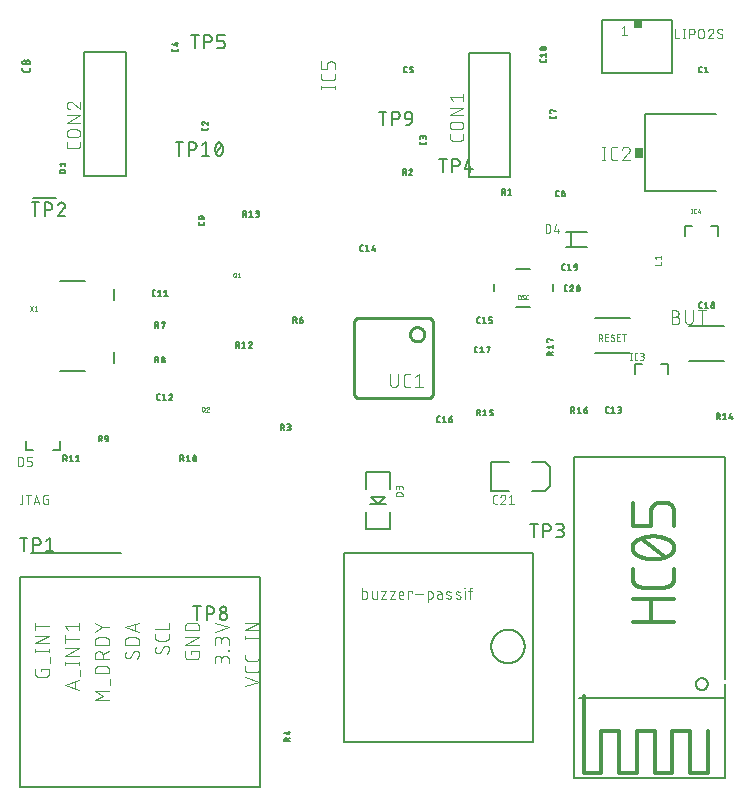
<source format=gbr>
G04 EAGLE Gerber RS-274X export*
G75*
%MOMM*%
%FSLAX34Y34*%
%LPD*%
%INSilkscreen Top*%
%IPPOS*%
%AMOC8*
5,1,8,0,0,1.08239X$1,22.5*%
G01*
%ADD10C,0.127000*%
%ADD11C,0.101600*%
%ADD12C,0.203200*%
%ADD13C,0.076200*%
%ADD14C,0.152400*%
%ADD15C,0.050800*%
%ADD16R,0.762000X0.863600*%
%ADD17C,0.025400*%
%ADD18R,0.635000X0.635000*%
%ADD19C,0.304800*%
%ADD20C,0.254000*%


D10*
X596700Y407600D02*
X626700Y407600D01*
X626700Y377600D02*
X596700Y377600D01*
D11*
X585454Y415599D02*
X582208Y415599D01*
X585454Y415600D02*
X585567Y415598D01*
X585680Y415592D01*
X585793Y415582D01*
X585906Y415568D01*
X586018Y415551D01*
X586129Y415529D01*
X586239Y415504D01*
X586349Y415474D01*
X586457Y415441D01*
X586564Y415404D01*
X586670Y415364D01*
X586774Y415319D01*
X586877Y415271D01*
X586978Y415220D01*
X587077Y415165D01*
X587174Y415107D01*
X587269Y415045D01*
X587362Y414980D01*
X587452Y414912D01*
X587540Y414841D01*
X587626Y414766D01*
X587709Y414689D01*
X587789Y414609D01*
X587866Y414526D01*
X587941Y414440D01*
X588012Y414352D01*
X588080Y414262D01*
X588145Y414169D01*
X588207Y414074D01*
X588265Y413977D01*
X588320Y413878D01*
X588371Y413777D01*
X588419Y413674D01*
X588464Y413570D01*
X588504Y413464D01*
X588541Y413357D01*
X588574Y413249D01*
X588604Y413139D01*
X588629Y413029D01*
X588651Y412918D01*
X588668Y412806D01*
X588682Y412693D01*
X588692Y412580D01*
X588698Y412467D01*
X588700Y412354D01*
X588698Y412241D01*
X588692Y412128D01*
X588682Y412015D01*
X588668Y411902D01*
X588651Y411790D01*
X588629Y411679D01*
X588604Y411569D01*
X588574Y411459D01*
X588541Y411351D01*
X588504Y411244D01*
X588464Y411138D01*
X588419Y411034D01*
X588371Y410931D01*
X588320Y410830D01*
X588265Y410731D01*
X588207Y410634D01*
X588145Y410539D01*
X588080Y410446D01*
X588012Y410356D01*
X587941Y410268D01*
X587866Y410182D01*
X587789Y410099D01*
X587709Y410019D01*
X587626Y409942D01*
X587540Y409867D01*
X587452Y409796D01*
X587362Y409728D01*
X587269Y409663D01*
X587174Y409601D01*
X587077Y409543D01*
X586978Y409488D01*
X586877Y409437D01*
X586774Y409389D01*
X586670Y409344D01*
X586564Y409304D01*
X586457Y409267D01*
X586349Y409234D01*
X586239Y409204D01*
X586129Y409179D01*
X586018Y409157D01*
X585906Y409140D01*
X585793Y409126D01*
X585680Y409116D01*
X585567Y409110D01*
X585454Y409108D01*
X582208Y409108D01*
X582208Y420792D01*
X585454Y420792D01*
X585555Y420790D01*
X585655Y420784D01*
X585755Y420774D01*
X585855Y420761D01*
X585954Y420743D01*
X586053Y420722D01*
X586150Y420697D01*
X586247Y420668D01*
X586342Y420635D01*
X586436Y420599D01*
X586528Y420559D01*
X586619Y420516D01*
X586708Y420469D01*
X586795Y420419D01*
X586881Y420365D01*
X586964Y420308D01*
X587044Y420248D01*
X587123Y420185D01*
X587199Y420118D01*
X587272Y420049D01*
X587342Y419977D01*
X587410Y419903D01*
X587475Y419826D01*
X587536Y419746D01*
X587595Y419664D01*
X587650Y419580D01*
X587702Y419494D01*
X587751Y419406D01*
X587796Y419316D01*
X587838Y419224D01*
X587876Y419131D01*
X587910Y419036D01*
X587941Y418941D01*
X587968Y418844D01*
X587991Y418746D01*
X588011Y418647D01*
X588026Y418547D01*
X588038Y418447D01*
X588046Y418347D01*
X588050Y418246D01*
X588050Y418146D01*
X588046Y418045D01*
X588038Y417945D01*
X588026Y417845D01*
X588011Y417745D01*
X587991Y417646D01*
X587968Y417548D01*
X587941Y417451D01*
X587910Y417356D01*
X587876Y417261D01*
X587838Y417168D01*
X587796Y417076D01*
X587751Y416986D01*
X587702Y416898D01*
X587650Y416812D01*
X587595Y416728D01*
X587536Y416646D01*
X587475Y416566D01*
X587410Y416489D01*
X587342Y416415D01*
X587272Y416343D01*
X587199Y416274D01*
X587123Y416207D01*
X587044Y416144D01*
X586964Y416084D01*
X586881Y416027D01*
X586795Y415973D01*
X586708Y415923D01*
X586619Y415876D01*
X586528Y415833D01*
X586436Y415793D01*
X586342Y415757D01*
X586247Y415724D01*
X586150Y415695D01*
X586053Y415670D01*
X585954Y415649D01*
X585855Y415631D01*
X585755Y415618D01*
X585655Y415608D01*
X585555Y415602D01*
X585454Y415600D01*
X593469Y412354D02*
X593469Y420792D01*
X593468Y412354D02*
X593470Y412241D01*
X593476Y412128D01*
X593486Y412015D01*
X593500Y411902D01*
X593517Y411790D01*
X593539Y411679D01*
X593564Y411569D01*
X593594Y411459D01*
X593627Y411351D01*
X593664Y411244D01*
X593704Y411138D01*
X593749Y411034D01*
X593797Y410931D01*
X593848Y410830D01*
X593903Y410731D01*
X593961Y410634D01*
X594023Y410539D01*
X594088Y410446D01*
X594156Y410356D01*
X594227Y410268D01*
X594302Y410182D01*
X594379Y410099D01*
X594459Y410019D01*
X594542Y409942D01*
X594628Y409867D01*
X594716Y409796D01*
X594806Y409728D01*
X594899Y409663D01*
X594994Y409601D01*
X595091Y409543D01*
X595190Y409488D01*
X595291Y409437D01*
X595394Y409389D01*
X595498Y409344D01*
X595604Y409304D01*
X595711Y409267D01*
X595819Y409234D01*
X595929Y409204D01*
X596039Y409179D01*
X596150Y409157D01*
X596262Y409140D01*
X596375Y409126D01*
X596488Y409116D01*
X596601Y409110D01*
X596714Y409108D01*
X596827Y409110D01*
X596940Y409116D01*
X597053Y409126D01*
X597166Y409140D01*
X597278Y409157D01*
X597389Y409179D01*
X597499Y409204D01*
X597609Y409234D01*
X597717Y409267D01*
X597824Y409304D01*
X597930Y409344D01*
X598034Y409389D01*
X598137Y409437D01*
X598238Y409488D01*
X598337Y409543D01*
X598434Y409601D01*
X598529Y409663D01*
X598622Y409728D01*
X598712Y409796D01*
X598800Y409867D01*
X598886Y409942D01*
X598969Y410019D01*
X599049Y410099D01*
X599126Y410182D01*
X599201Y410268D01*
X599272Y410356D01*
X599340Y410446D01*
X599405Y410539D01*
X599467Y410634D01*
X599525Y410731D01*
X599580Y410830D01*
X599631Y410931D01*
X599679Y411034D01*
X599724Y411138D01*
X599764Y411244D01*
X599801Y411351D01*
X599834Y411459D01*
X599864Y411569D01*
X599889Y411679D01*
X599911Y411790D01*
X599928Y411902D01*
X599942Y412015D01*
X599952Y412128D01*
X599958Y412241D01*
X599960Y412354D01*
X599960Y420792D01*
X607763Y420792D02*
X607763Y409108D01*
X604518Y420792D02*
X611009Y420792D01*
D10*
X607781Y622329D02*
X606709Y622329D01*
X606644Y622331D01*
X606580Y622337D01*
X606516Y622347D01*
X606452Y622360D01*
X606390Y622378D01*
X606329Y622399D01*
X606269Y622423D01*
X606211Y622452D01*
X606154Y622484D01*
X606100Y622519D01*
X606048Y622557D01*
X605998Y622599D01*
X605951Y622643D01*
X605907Y622690D01*
X605865Y622740D01*
X605827Y622792D01*
X605792Y622846D01*
X605760Y622903D01*
X605731Y622961D01*
X605707Y623021D01*
X605686Y623082D01*
X605668Y623144D01*
X605655Y623208D01*
X605645Y623272D01*
X605639Y623336D01*
X605637Y623401D01*
X605637Y626083D01*
X605639Y626148D01*
X605645Y626212D01*
X605655Y626276D01*
X605668Y626340D01*
X605686Y626402D01*
X605707Y626463D01*
X605731Y626523D01*
X605760Y626581D01*
X605792Y626638D01*
X605827Y626692D01*
X605865Y626744D01*
X605907Y626794D01*
X605951Y626841D01*
X605998Y626885D01*
X606048Y626927D01*
X606100Y626965D01*
X606154Y627000D01*
X606211Y627032D01*
X606269Y627061D01*
X606329Y627085D01*
X606390Y627106D01*
X606452Y627124D01*
X606516Y627137D01*
X606580Y627147D01*
X606644Y627153D01*
X606709Y627155D01*
X607781Y627155D01*
X610237Y626083D02*
X611578Y627155D01*
X611578Y622329D01*
X612918Y622329D02*
X610237Y622329D01*
X475858Y632262D02*
X475858Y633335D01*
X475858Y632262D02*
X475856Y632197D01*
X475850Y632133D01*
X475840Y632069D01*
X475827Y632005D01*
X475809Y631943D01*
X475788Y631882D01*
X475764Y631822D01*
X475735Y631764D01*
X475703Y631707D01*
X475668Y631653D01*
X475630Y631601D01*
X475588Y631551D01*
X475544Y631504D01*
X475497Y631460D01*
X475447Y631418D01*
X475395Y631380D01*
X475341Y631345D01*
X475284Y631313D01*
X475226Y631284D01*
X475166Y631260D01*
X475105Y631239D01*
X475043Y631221D01*
X474979Y631208D01*
X474915Y631198D01*
X474851Y631192D01*
X474786Y631190D01*
X472105Y631190D01*
X472105Y631189D02*
X472040Y631191D01*
X471976Y631197D01*
X471912Y631207D01*
X471848Y631220D01*
X471786Y631238D01*
X471725Y631259D01*
X471665Y631284D01*
X471606Y631312D01*
X471550Y631344D01*
X471495Y631379D01*
X471443Y631417D01*
X471393Y631459D01*
X471346Y631503D01*
X471302Y631550D01*
X471260Y631600D01*
X471222Y631652D01*
X471187Y631707D01*
X471155Y631763D01*
X471127Y631822D01*
X471102Y631881D01*
X471081Y631943D01*
X471063Y632005D01*
X471050Y632069D01*
X471040Y632133D01*
X471034Y632197D01*
X471032Y632262D01*
X471032Y633335D01*
X472105Y635791D02*
X471032Y637131D01*
X475858Y637131D01*
X475858Y635791D02*
X475858Y638472D01*
X473445Y641277D02*
X473325Y641279D01*
X473205Y641284D01*
X473085Y641293D01*
X472965Y641306D01*
X472846Y641322D01*
X472727Y641342D01*
X472609Y641366D01*
X472492Y641393D01*
X472376Y641423D01*
X472261Y641457D01*
X472146Y641495D01*
X472033Y641536D01*
X471922Y641580D01*
X471811Y641628D01*
X471702Y641679D01*
X471702Y641680D02*
X471645Y641701D01*
X471589Y641727D01*
X471534Y641755D01*
X471482Y641787D01*
X471431Y641823D01*
X471383Y641861D01*
X471337Y641902D01*
X471294Y641946D01*
X471254Y641992D01*
X471217Y642041D01*
X471183Y642093D01*
X471152Y642146D01*
X471124Y642201D01*
X471100Y642257D01*
X471079Y642315D01*
X471062Y642374D01*
X471049Y642434D01*
X471040Y642495D01*
X471034Y642557D01*
X471032Y642618D01*
X471034Y642679D01*
X471040Y642741D01*
X471049Y642802D01*
X471062Y642862D01*
X471079Y642921D01*
X471100Y642979D01*
X471124Y643035D01*
X471152Y643090D01*
X471183Y643143D01*
X471217Y643195D01*
X471254Y643244D01*
X471294Y643290D01*
X471337Y643334D01*
X471383Y643375D01*
X471431Y643413D01*
X471482Y643449D01*
X471534Y643481D01*
X471589Y643509D01*
X471645Y643535D01*
X471702Y643556D01*
X471811Y643607D01*
X471922Y643655D01*
X472033Y643699D01*
X472146Y643740D01*
X472261Y643778D01*
X472376Y643812D01*
X472492Y643842D01*
X472609Y643869D01*
X472727Y643893D01*
X472846Y643913D01*
X472965Y643929D01*
X473085Y643942D01*
X473205Y643951D01*
X473325Y643956D01*
X473445Y643958D01*
X473445Y641277D02*
X473565Y641279D01*
X473685Y641284D01*
X473805Y641293D01*
X473925Y641306D01*
X474044Y641322D01*
X474163Y641342D01*
X474281Y641366D01*
X474398Y641393D01*
X474514Y641423D01*
X474629Y641457D01*
X474744Y641495D01*
X474857Y641536D01*
X474968Y641580D01*
X475079Y641628D01*
X475188Y641679D01*
X475188Y641680D02*
X475245Y641701D01*
X475301Y641727D01*
X475356Y641755D01*
X475408Y641787D01*
X475459Y641823D01*
X475507Y641861D01*
X475553Y641902D01*
X475596Y641946D01*
X475636Y641992D01*
X475673Y642041D01*
X475707Y642093D01*
X475738Y642146D01*
X475766Y642201D01*
X475790Y642257D01*
X475811Y642315D01*
X475828Y642374D01*
X475841Y642434D01*
X475850Y642495D01*
X475856Y642557D01*
X475858Y642618D01*
X475188Y643556D02*
X475079Y643607D01*
X474968Y643655D01*
X474857Y643699D01*
X474744Y643740D01*
X474629Y643778D01*
X474514Y643812D01*
X474398Y643842D01*
X474281Y643869D01*
X474163Y643893D01*
X474044Y643913D01*
X473925Y643929D01*
X473805Y643942D01*
X473685Y643951D01*
X473565Y643956D01*
X473445Y643958D01*
X475188Y643556D02*
X475245Y643535D01*
X475301Y643509D01*
X475356Y643481D01*
X475408Y643449D01*
X475459Y643413D01*
X475507Y643375D01*
X475553Y643334D01*
X475596Y643290D01*
X475636Y643243D01*
X475673Y643195D01*
X475707Y643143D01*
X475738Y643090D01*
X475766Y643035D01*
X475790Y642979D01*
X475811Y642921D01*
X475828Y642862D01*
X475841Y642802D01*
X475850Y642741D01*
X475856Y642679D01*
X475858Y642618D01*
X474786Y641545D02*
X472105Y643690D01*
X189258Y575578D02*
X189258Y574506D01*
X189256Y574441D01*
X189250Y574377D01*
X189240Y574313D01*
X189227Y574249D01*
X189209Y574187D01*
X189188Y574126D01*
X189164Y574066D01*
X189135Y574008D01*
X189103Y573951D01*
X189068Y573897D01*
X189030Y573845D01*
X188988Y573795D01*
X188944Y573748D01*
X188897Y573704D01*
X188847Y573662D01*
X188795Y573624D01*
X188741Y573589D01*
X188684Y573557D01*
X188626Y573528D01*
X188566Y573504D01*
X188505Y573483D01*
X188443Y573465D01*
X188379Y573452D01*
X188315Y573442D01*
X188251Y573436D01*
X188186Y573434D01*
X188186Y573433D02*
X185505Y573433D01*
X185440Y573435D01*
X185376Y573441D01*
X185312Y573451D01*
X185248Y573464D01*
X185186Y573482D01*
X185125Y573503D01*
X185065Y573528D01*
X185006Y573556D01*
X184950Y573588D01*
X184895Y573623D01*
X184843Y573661D01*
X184793Y573703D01*
X184746Y573747D01*
X184702Y573794D01*
X184660Y573844D01*
X184622Y573896D01*
X184587Y573951D01*
X184555Y574007D01*
X184527Y574066D01*
X184502Y574125D01*
X184481Y574187D01*
X184463Y574249D01*
X184450Y574313D01*
X184440Y574377D01*
X184434Y574441D01*
X184432Y574506D01*
X184432Y575578D01*
X184432Y579508D02*
X184434Y579576D01*
X184440Y579643D01*
X184449Y579710D01*
X184462Y579777D01*
X184479Y579842D01*
X184500Y579907D01*
X184524Y579970D01*
X184552Y580032D01*
X184583Y580092D01*
X184617Y580150D01*
X184655Y580206D01*
X184695Y580261D01*
X184739Y580312D01*
X184786Y580361D01*
X184835Y580408D01*
X184886Y580452D01*
X184941Y580492D01*
X184997Y580530D01*
X185055Y580564D01*
X185115Y580595D01*
X185177Y580623D01*
X185240Y580647D01*
X185305Y580668D01*
X185370Y580685D01*
X185437Y580698D01*
X185504Y580707D01*
X185571Y580713D01*
X185639Y580715D01*
X184432Y579508D02*
X184434Y579430D01*
X184440Y579352D01*
X184450Y579275D01*
X184463Y579198D01*
X184481Y579122D01*
X184502Y579047D01*
X184527Y578973D01*
X184556Y578901D01*
X184588Y578830D01*
X184624Y578761D01*
X184663Y578693D01*
X184706Y578628D01*
X184752Y578565D01*
X184801Y578504D01*
X184853Y578446D01*
X184908Y578391D01*
X184965Y578338D01*
X185025Y578289D01*
X185088Y578242D01*
X185153Y578199D01*
X185219Y578159D01*
X185288Y578122D01*
X185359Y578089D01*
X185431Y578059D01*
X185505Y578033D01*
X186577Y580313D02*
X186528Y580362D01*
X186476Y580409D01*
X186421Y580452D01*
X186364Y580493D01*
X186305Y580531D01*
X186244Y580565D01*
X186181Y580596D01*
X186117Y580624D01*
X186051Y580648D01*
X185985Y580668D01*
X185917Y580685D01*
X185848Y580698D01*
X185779Y580707D01*
X185709Y580713D01*
X185639Y580715D01*
X186577Y580313D02*
X189258Y578034D01*
X189258Y580715D01*
D12*
X429077Y268074D02*
X444077Y268074D01*
X429077Y268074D02*
X429077Y292074D01*
X444077Y292074D01*
X464077Y268074D02*
X475077Y268074D01*
X479077Y272074D01*
X479077Y288074D01*
X475077Y292074D01*
X464077Y292074D01*
D13*
X434332Y257265D02*
X432695Y257265D01*
X432617Y257267D01*
X432539Y257272D01*
X432462Y257282D01*
X432385Y257295D01*
X432309Y257311D01*
X432234Y257331D01*
X432160Y257355D01*
X432087Y257382D01*
X432015Y257413D01*
X431945Y257447D01*
X431877Y257484D01*
X431810Y257525D01*
X431745Y257569D01*
X431683Y257615D01*
X431623Y257665D01*
X431565Y257717D01*
X431510Y257772D01*
X431458Y257830D01*
X431408Y257890D01*
X431362Y257952D01*
X431318Y258017D01*
X431277Y258084D01*
X431240Y258152D01*
X431206Y258222D01*
X431175Y258294D01*
X431148Y258367D01*
X431124Y258441D01*
X431104Y258516D01*
X431088Y258592D01*
X431075Y258669D01*
X431065Y258746D01*
X431060Y258824D01*
X431058Y258902D01*
X431058Y262994D01*
X431060Y263074D01*
X431066Y263154D01*
X431076Y263234D01*
X431089Y263313D01*
X431107Y263392D01*
X431128Y263469D01*
X431154Y263545D01*
X431183Y263620D01*
X431215Y263694D01*
X431251Y263766D01*
X431291Y263836D01*
X431334Y263903D01*
X431380Y263969D01*
X431430Y264032D01*
X431482Y264093D01*
X431537Y264152D01*
X431596Y264207D01*
X431656Y264259D01*
X431720Y264309D01*
X431786Y264355D01*
X431853Y264398D01*
X431923Y264438D01*
X431995Y264474D01*
X432069Y264506D01*
X432143Y264535D01*
X432220Y264561D01*
X432297Y264582D01*
X432376Y264600D01*
X432455Y264613D01*
X432535Y264623D01*
X432615Y264629D01*
X432695Y264631D01*
X434332Y264631D01*
X439428Y264632D02*
X439513Y264630D01*
X439598Y264624D01*
X439682Y264614D01*
X439766Y264601D01*
X439850Y264583D01*
X439932Y264562D01*
X440013Y264537D01*
X440093Y264508D01*
X440172Y264475D01*
X440249Y264439D01*
X440324Y264399D01*
X440398Y264356D01*
X440469Y264310D01*
X440538Y264260D01*
X440605Y264207D01*
X440669Y264151D01*
X440730Y264092D01*
X440789Y264031D01*
X440845Y263967D01*
X440898Y263900D01*
X440948Y263831D01*
X440994Y263760D01*
X441037Y263686D01*
X441077Y263611D01*
X441113Y263534D01*
X441146Y263455D01*
X441175Y263375D01*
X441200Y263294D01*
X441221Y263212D01*
X441239Y263128D01*
X441252Y263044D01*
X441262Y262960D01*
X441268Y262875D01*
X441270Y262790D01*
X439428Y264631D02*
X439332Y264629D01*
X439236Y264623D01*
X439141Y264613D01*
X439046Y264600D01*
X438951Y264582D01*
X438858Y264561D01*
X438765Y264536D01*
X438674Y264507D01*
X438583Y264475D01*
X438494Y264439D01*
X438407Y264399D01*
X438321Y264356D01*
X438237Y264310D01*
X438155Y264260D01*
X438075Y264206D01*
X437998Y264150D01*
X437923Y264090D01*
X437850Y264028D01*
X437780Y263962D01*
X437712Y263894D01*
X437647Y263823D01*
X437586Y263750D01*
X437527Y263674D01*
X437471Y263595D01*
X437419Y263515D01*
X437370Y263432D01*
X437324Y263348D01*
X437282Y263262D01*
X437244Y263174D01*
X437209Y263085D01*
X437177Y262994D01*
X440656Y261358D02*
X440716Y261417D01*
X440773Y261479D01*
X440828Y261543D01*
X440879Y261610D01*
X440928Y261679D01*
X440974Y261749D01*
X441017Y261822D01*
X441057Y261896D01*
X441093Y261972D01*
X441126Y262050D01*
X441156Y262129D01*
X441183Y262209D01*
X441206Y262290D01*
X441225Y262372D01*
X441241Y262454D01*
X441254Y262538D01*
X441263Y262622D01*
X441268Y262706D01*
X441270Y262790D01*
X440656Y261357D02*
X437177Y257265D01*
X441270Y257265D01*
X444493Y262994D02*
X446539Y264631D01*
X446539Y257265D01*
X444493Y257265D02*
X448585Y257265D01*
D10*
X374158Y562506D02*
X374158Y563578D01*
X374158Y562506D02*
X374156Y562441D01*
X374150Y562377D01*
X374140Y562313D01*
X374127Y562249D01*
X374109Y562187D01*
X374088Y562126D01*
X374064Y562066D01*
X374035Y562008D01*
X374003Y561951D01*
X373968Y561897D01*
X373930Y561845D01*
X373888Y561795D01*
X373844Y561748D01*
X373797Y561704D01*
X373747Y561662D01*
X373695Y561624D01*
X373641Y561589D01*
X373584Y561557D01*
X373526Y561528D01*
X373466Y561504D01*
X373405Y561483D01*
X373343Y561465D01*
X373279Y561452D01*
X373215Y561442D01*
X373151Y561436D01*
X373086Y561434D01*
X373086Y561433D02*
X370405Y561433D01*
X370340Y561435D01*
X370276Y561441D01*
X370212Y561451D01*
X370148Y561464D01*
X370086Y561482D01*
X370025Y561503D01*
X369965Y561528D01*
X369906Y561556D01*
X369850Y561588D01*
X369795Y561623D01*
X369743Y561661D01*
X369693Y561703D01*
X369646Y561747D01*
X369602Y561794D01*
X369560Y561844D01*
X369522Y561896D01*
X369487Y561951D01*
X369455Y562007D01*
X369427Y562066D01*
X369402Y562125D01*
X369381Y562187D01*
X369363Y562249D01*
X369350Y562313D01*
X369340Y562377D01*
X369334Y562441D01*
X369332Y562506D01*
X369332Y563578D01*
X374158Y566034D02*
X374158Y567374D01*
X374159Y567374D02*
X374157Y567445D01*
X374151Y567517D01*
X374142Y567587D01*
X374129Y567657D01*
X374112Y567727D01*
X374091Y567795D01*
X374067Y567862D01*
X374039Y567928D01*
X374008Y567992D01*
X373973Y568055D01*
X373935Y568115D01*
X373894Y568174D01*
X373850Y568230D01*
X373803Y568284D01*
X373754Y568335D01*
X373701Y568383D01*
X373646Y568429D01*
X373589Y568471D01*
X373529Y568511D01*
X373468Y568547D01*
X373404Y568580D01*
X373339Y568609D01*
X373273Y568635D01*
X373205Y568658D01*
X373136Y568677D01*
X373066Y568692D01*
X372996Y568703D01*
X372925Y568711D01*
X372854Y568715D01*
X372782Y568715D01*
X372711Y568711D01*
X372640Y568703D01*
X372570Y568692D01*
X372500Y568677D01*
X372431Y568658D01*
X372363Y568635D01*
X372297Y568609D01*
X372232Y568580D01*
X372168Y568547D01*
X372107Y568511D01*
X372047Y568471D01*
X371990Y568429D01*
X371935Y568383D01*
X371882Y568335D01*
X371833Y568284D01*
X371786Y568230D01*
X371742Y568174D01*
X371701Y568115D01*
X371663Y568055D01*
X371628Y567992D01*
X371597Y567928D01*
X371569Y567862D01*
X371545Y567795D01*
X371524Y567727D01*
X371507Y567657D01*
X371494Y567587D01*
X371485Y567517D01*
X371479Y567445D01*
X371477Y567374D01*
X369332Y567642D02*
X369332Y566034D01*
X369333Y567642D02*
X369335Y567707D01*
X369341Y567771D01*
X369351Y567835D01*
X369364Y567899D01*
X369382Y567961D01*
X369403Y568022D01*
X369427Y568082D01*
X369456Y568140D01*
X369488Y568197D01*
X369523Y568251D01*
X369561Y568303D01*
X369603Y568353D01*
X369647Y568400D01*
X369694Y568444D01*
X369744Y568486D01*
X369796Y568524D01*
X369850Y568559D01*
X369907Y568591D01*
X369965Y568620D01*
X370025Y568644D01*
X370086Y568665D01*
X370148Y568683D01*
X370212Y568696D01*
X370276Y568706D01*
X370340Y568712D01*
X370405Y568714D01*
X370470Y568712D01*
X370534Y568706D01*
X370598Y568696D01*
X370662Y568683D01*
X370724Y568665D01*
X370785Y568644D01*
X370845Y568620D01*
X370903Y568591D01*
X370960Y568559D01*
X371014Y568524D01*
X371066Y568486D01*
X371116Y568444D01*
X371163Y568400D01*
X371207Y568353D01*
X371249Y568303D01*
X371287Y568251D01*
X371322Y568197D01*
X371354Y568140D01*
X371383Y568082D01*
X371407Y568022D01*
X371428Y567961D01*
X371446Y567899D01*
X371459Y567835D01*
X371469Y567771D01*
X371475Y567707D01*
X371477Y567642D01*
X371477Y566570D01*
X164058Y641506D02*
X164058Y642578D01*
X164058Y641506D02*
X164056Y641441D01*
X164050Y641377D01*
X164040Y641313D01*
X164027Y641249D01*
X164009Y641187D01*
X163988Y641126D01*
X163964Y641066D01*
X163935Y641008D01*
X163903Y640951D01*
X163868Y640897D01*
X163830Y640845D01*
X163788Y640795D01*
X163744Y640748D01*
X163697Y640704D01*
X163647Y640662D01*
X163595Y640624D01*
X163541Y640589D01*
X163484Y640557D01*
X163426Y640528D01*
X163366Y640504D01*
X163305Y640483D01*
X163243Y640465D01*
X163179Y640452D01*
X163115Y640442D01*
X163051Y640436D01*
X162986Y640434D01*
X162986Y640433D02*
X160305Y640433D01*
X160240Y640435D01*
X160176Y640441D01*
X160112Y640451D01*
X160048Y640464D01*
X159986Y640482D01*
X159925Y640503D01*
X159865Y640528D01*
X159806Y640556D01*
X159750Y640588D01*
X159695Y640623D01*
X159643Y640661D01*
X159593Y640703D01*
X159546Y640747D01*
X159502Y640794D01*
X159460Y640844D01*
X159422Y640896D01*
X159387Y640951D01*
X159355Y641007D01*
X159327Y641066D01*
X159302Y641125D01*
X159281Y641187D01*
X159263Y641249D01*
X159250Y641313D01*
X159240Y641377D01*
X159234Y641441D01*
X159232Y641506D01*
X159232Y642578D01*
X159232Y646106D02*
X162986Y645034D01*
X162986Y647715D01*
X161914Y646911D02*
X164058Y646911D01*
X356709Y622493D02*
X357781Y622493D01*
X356709Y622493D02*
X356644Y622495D01*
X356580Y622501D01*
X356516Y622511D01*
X356452Y622524D01*
X356390Y622542D01*
X356329Y622563D01*
X356269Y622587D01*
X356211Y622616D01*
X356154Y622648D01*
X356100Y622683D01*
X356048Y622721D01*
X355998Y622763D01*
X355951Y622807D01*
X355907Y622854D01*
X355865Y622904D01*
X355827Y622956D01*
X355792Y623010D01*
X355760Y623067D01*
X355731Y623125D01*
X355707Y623185D01*
X355686Y623246D01*
X355668Y623308D01*
X355655Y623372D01*
X355645Y623436D01*
X355639Y623500D01*
X355637Y623565D01*
X355637Y626247D01*
X355639Y626312D01*
X355645Y626376D01*
X355655Y626440D01*
X355668Y626504D01*
X355686Y626566D01*
X355707Y626627D01*
X355731Y626687D01*
X355760Y626745D01*
X355792Y626802D01*
X355827Y626856D01*
X355865Y626908D01*
X355907Y626958D01*
X355951Y627005D01*
X355998Y627049D01*
X356048Y627091D01*
X356100Y627129D01*
X356154Y627164D01*
X356211Y627196D01*
X356269Y627225D01*
X356329Y627249D01*
X356390Y627270D01*
X356452Y627288D01*
X356516Y627301D01*
X356580Y627311D01*
X356644Y627317D01*
X356709Y627319D01*
X357781Y627319D01*
X360237Y622493D02*
X361846Y622493D01*
X361911Y622495D01*
X361975Y622501D01*
X362039Y622511D01*
X362103Y622524D01*
X362165Y622542D01*
X362226Y622563D01*
X362286Y622587D01*
X362344Y622616D01*
X362401Y622648D01*
X362455Y622683D01*
X362507Y622721D01*
X362557Y622763D01*
X362604Y622807D01*
X362648Y622854D01*
X362690Y622904D01*
X362728Y622956D01*
X362763Y623010D01*
X362795Y623067D01*
X362824Y623125D01*
X362848Y623185D01*
X362869Y623246D01*
X362887Y623308D01*
X362900Y623372D01*
X362910Y623436D01*
X362916Y623500D01*
X362918Y623565D01*
X362918Y624102D01*
X362916Y624167D01*
X362910Y624231D01*
X362900Y624295D01*
X362887Y624359D01*
X362869Y624421D01*
X362848Y624482D01*
X362824Y624542D01*
X362795Y624600D01*
X362763Y624657D01*
X362728Y624711D01*
X362690Y624763D01*
X362648Y624813D01*
X362604Y624860D01*
X362557Y624904D01*
X362507Y624946D01*
X362455Y624984D01*
X362401Y625019D01*
X362344Y625051D01*
X362286Y625080D01*
X362226Y625104D01*
X362165Y625125D01*
X362103Y625143D01*
X362039Y625156D01*
X361975Y625166D01*
X361911Y625172D01*
X361846Y625174D01*
X360237Y625174D01*
X360237Y627319D01*
X362918Y627319D01*
X485609Y517493D02*
X486681Y517493D01*
X485609Y517493D02*
X485544Y517495D01*
X485480Y517501D01*
X485416Y517511D01*
X485352Y517524D01*
X485290Y517542D01*
X485229Y517563D01*
X485169Y517587D01*
X485111Y517616D01*
X485054Y517648D01*
X485000Y517683D01*
X484948Y517721D01*
X484898Y517763D01*
X484851Y517807D01*
X484807Y517854D01*
X484765Y517904D01*
X484727Y517956D01*
X484692Y518010D01*
X484660Y518067D01*
X484631Y518125D01*
X484607Y518185D01*
X484586Y518246D01*
X484568Y518308D01*
X484555Y518372D01*
X484545Y518436D01*
X484539Y518500D01*
X484537Y518565D01*
X484537Y521247D01*
X484539Y521312D01*
X484545Y521376D01*
X484555Y521440D01*
X484568Y521504D01*
X484586Y521566D01*
X484607Y521627D01*
X484631Y521687D01*
X484660Y521745D01*
X484692Y521802D01*
X484727Y521856D01*
X484765Y521908D01*
X484807Y521958D01*
X484851Y522005D01*
X484898Y522049D01*
X484948Y522091D01*
X485000Y522129D01*
X485054Y522164D01*
X485111Y522196D01*
X485169Y522225D01*
X485229Y522249D01*
X485290Y522270D01*
X485352Y522288D01*
X485416Y522301D01*
X485480Y522311D01*
X485544Y522317D01*
X485609Y522319D01*
X486681Y522319D01*
X489137Y520174D02*
X490746Y520174D01*
X490811Y520172D01*
X490875Y520166D01*
X490939Y520156D01*
X491003Y520143D01*
X491065Y520125D01*
X491126Y520104D01*
X491186Y520080D01*
X491244Y520051D01*
X491301Y520019D01*
X491355Y519984D01*
X491407Y519946D01*
X491457Y519904D01*
X491504Y519860D01*
X491548Y519813D01*
X491590Y519763D01*
X491628Y519711D01*
X491663Y519657D01*
X491695Y519600D01*
X491724Y519542D01*
X491748Y519482D01*
X491769Y519421D01*
X491787Y519359D01*
X491800Y519295D01*
X491810Y519231D01*
X491816Y519167D01*
X491818Y519102D01*
X491818Y518834D01*
X491819Y518834D02*
X491817Y518763D01*
X491811Y518691D01*
X491802Y518621D01*
X491789Y518551D01*
X491772Y518481D01*
X491751Y518413D01*
X491727Y518346D01*
X491699Y518280D01*
X491668Y518216D01*
X491633Y518153D01*
X491595Y518093D01*
X491554Y518034D01*
X491510Y517978D01*
X491463Y517924D01*
X491414Y517873D01*
X491361Y517825D01*
X491306Y517779D01*
X491249Y517737D01*
X491189Y517697D01*
X491128Y517661D01*
X491064Y517628D01*
X490999Y517599D01*
X490933Y517573D01*
X490865Y517550D01*
X490796Y517531D01*
X490726Y517516D01*
X490656Y517505D01*
X490585Y517497D01*
X490514Y517493D01*
X490442Y517493D01*
X490371Y517497D01*
X490300Y517505D01*
X490230Y517516D01*
X490160Y517531D01*
X490091Y517550D01*
X490023Y517573D01*
X489957Y517599D01*
X489892Y517628D01*
X489828Y517661D01*
X489767Y517697D01*
X489707Y517737D01*
X489650Y517779D01*
X489595Y517825D01*
X489542Y517873D01*
X489493Y517924D01*
X489446Y517978D01*
X489402Y518034D01*
X489361Y518093D01*
X489323Y518153D01*
X489288Y518216D01*
X489257Y518280D01*
X489229Y518346D01*
X489205Y518413D01*
X489184Y518481D01*
X489167Y518551D01*
X489154Y518621D01*
X489145Y518691D01*
X489139Y518763D01*
X489137Y518834D01*
X489137Y520174D01*
X489139Y520265D01*
X489145Y520356D01*
X489154Y520446D01*
X489168Y520537D01*
X489185Y520626D01*
X489206Y520714D01*
X489231Y520802D01*
X489260Y520889D01*
X489292Y520974D01*
X489327Y521058D01*
X489367Y521140D01*
X489409Y521220D01*
X489455Y521299D01*
X489505Y521375D01*
X489557Y521449D01*
X489613Y521522D01*
X489672Y521591D01*
X489733Y521658D01*
X489798Y521723D01*
X489865Y521784D01*
X489934Y521843D01*
X490006Y521899D01*
X490081Y521951D01*
X490157Y522001D01*
X490236Y522047D01*
X490316Y522089D01*
X490398Y522129D01*
X490482Y522164D01*
X490567Y522196D01*
X490654Y522225D01*
X490741Y522250D01*
X490830Y522271D01*
X490919Y522288D01*
X491010Y522302D01*
X491100Y522311D01*
X491191Y522317D01*
X491282Y522319D01*
X484171Y584509D02*
X484171Y585581D01*
X484171Y584509D02*
X484169Y584444D01*
X484163Y584380D01*
X484153Y584316D01*
X484140Y584252D01*
X484122Y584190D01*
X484101Y584129D01*
X484077Y584069D01*
X484048Y584011D01*
X484016Y583954D01*
X483981Y583900D01*
X483943Y583848D01*
X483901Y583798D01*
X483857Y583751D01*
X483810Y583707D01*
X483760Y583665D01*
X483708Y583627D01*
X483654Y583592D01*
X483597Y583560D01*
X483539Y583531D01*
X483479Y583507D01*
X483418Y583486D01*
X483356Y583468D01*
X483292Y583455D01*
X483228Y583445D01*
X483164Y583439D01*
X483099Y583437D01*
X480417Y583437D01*
X480417Y583436D02*
X480352Y583438D01*
X480288Y583444D01*
X480224Y583454D01*
X480160Y583467D01*
X480098Y583485D01*
X480037Y583506D01*
X479977Y583531D01*
X479918Y583559D01*
X479862Y583591D01*
X479807Y583626D01*
X479755Y583664D01*
X479705Y583706D01*
X479658Y583750D01*
X479614Y583797D01*
X479572Y583847D01*
X479534Y583899D01*
X479499Y583954D01*
X479467Y584010D01*
X479439Y584069D01*
X479414Y584128D01*
X479393Y584190D01*
X479375Y584252D01*
X479362Y584316D01*
X479352Y584380D01*
X479346Y584444D01*
X479344Y584509D01*
X479345Y584509D02*
X479345Y585581D01*
X479345Y588037D02*
X479881Y588037D01*
X479345Y588037D02*
X479345Y590718D01*
X484171Y589378D01*
D14*
X39044Y624545D02*
X39044Y626012D01*
X39044Y624545D02*
X39042Y624471D01*
X39036Y624396D01*
X39027Y624323D01*
X39014Y624249D01*
X38997Y624177D01*
X38977Y624106D01*
X38953Y624035D01*
X38925Y623966D01*
X38894Y623899D01*
X38860Y623833D01*
X38822Y623768D01*
X38781Y623706D01*
X38737Y623646D01*
X38690Y623589D01*
X38640Y623534D01*
X38587Y623481D01*
X38532Y623431D01*
X38475Y623384D01*
X38415Y623340D01*
X38353Y623299D01*
X38288Y623261D01*
X38223Y623227D01*
X38155Y623196D01*
X38086Y623168D01*
X38015Y623144D01*
X37944Y623124D01*
X37872Y623107D01*
X37798Y623094D01*
X37725Y623085D01*
X37650Y623079D01*
X37576Y623077D01*
X33908Y623077D01*
X33834Y623079D01*
X33759Y623085D01*
X33686Y623094D01*
X33612Y623107D01*
X33540Y623124D01*
X33469Y623144D01*
X33398Y623168D01*
X33329Y623196D01*
X33262Y623227D01*
X33196Y623261D01*
X33131Y623299D01*
X33069Y623340D01*
X33009Y623384D01*
X32952Y623431D01*
X32897Y623481D01*
X32844Y623534D01*
X32794Y623589D01*
X32747Y623646D01*
X32703Y623706D01*
X32662Y623768D01*
X32624Y623833D01*
X32590Y623898D01*
X32559Y623966D01*
X32531Y624035D01*
X32507Y624106D01*
X32487Y624177D01*
X32470Y624249D01*
X32457Y624323D01*
X32448Y624396D01*
X32442Y624471D01*
X32440Y624545D01*
X32440Y626012D01*
X37210Y629209D02*
X37125Y629211D01*
X37041Y629217D01*
X36957Y629227D01*
X36873Y629240D01*
X36790Y629258D01*
X36708Y629279D01*
X36627Y629304D01*
X36547Y629333D01*
X36469Y629365D01*
X36393Y629401D01*
X36318Y629441D01*
X36245Y629484D01*
X36174Y629530D01*
X36105Y629579D01*
X36038Y629632D01*
X35974Y629688D01*
X35913Y629746D01*
X35855Y629807D01*
X35799Y629871D01*
X35746Y629938D01*
X35697Y630007D01*
X35651Y630078D01*
X35608Y630151D01*
X35568Y630226D01*
X35532Y630302D01*
X35500Y630380D01*
X35471Y630460D01*
X35446Y630541D01*
X35425Y630623D01*
X35407Y630706D01*
X35394Y630790D01*
X35384Y630874D01*
X35378Y630958D01*
X35376Y631043D01*
X35378Y631128D01*
X35384Y631212D01*
X35394Y631296D01*
X35407Y631380D01*
X35425Y631463D01*
X35446Y631545D01*
X35471Y631626D01*
X35500Y631706D01*
X35532Y631784D01*
X35568Y631860D01*
X35608Y631935D01*
X35651Y632008D01*
X35697Y632079D01*
X35746Y632148D01*
X35799Y632215D01*
X35855Y632279D01*
X35913Y632340D01*
X35974Y632398D01*
X36038Y632454D01*
X36105Y632507D01*
X36174Y632556D01*
X36245Y632602D01*
X36318Y632645D01*
X36393Y632685D01*
X36469Y632721D01*
X36547Y632753D01*
X36627Y632782D01*
X36708Y632807D01*
X36790Y632828D01*
X36873Y632846D01*
X36957Y632859D01*
X37041Y632869D01*
X37125Y632875D01*
X37210Y632877D01*
X37295Y632875D01*
X37379Y632869D01*
X37463Y632859D01*
X37547Y632846D01*
X37630Y632828D01*
X37712Y632807D01*
X37793Y632782D01*
X37873Y632753D01*
X37951Y632721D01*
X38027Y632685D01*
X38102Y632645D01*
X38175Y632602D01*
X38246Y632556D01*
X38315Y632507D01*
X38382Y632454D01*
X38446Y632398D01*
X38507Y632340D01*
X38565Y632279D01*
X38621Y632215D01*
X38674Y632148D01*
X38723Y632079D01*
X38769Y632008D01*
X38812Y631935D01*
X38852Y631860D01*
X38888Y631784D01*
X38920Y631706D01*
X38949Y631626D01*
X38974Y631545D01*
X38995Y631463D01*
X39013Y631380D01*
X39026Y631296D01*
X39036Y631212D01*
X39042Y631128D01*
X39044Y631043D01*
X39042Y630958D01*
X39036Y630874D01*
X39026Y630790D01*
X39013Y630706D01*
X38995Y630623D01*
X38974Y630541D01*
X38949Y630460D01*
X38920Y630380D01*
X38888Y630302D01*
X38852Y630226D01*
X38812Y630151D01*
X38769Y630078D01*
X38723Y630007D01*
X38674Y629938D01*
X38621Y629871D01*
X38565Y629807D01*
X38507Y629746D01*
X38446Y629688D01*
X38382Y629632D01*
X38315Y629579D01*
X38246Y629530D01*
X38175Y629484D01*
X38102Y629441D01*
X38027Y629401D01*
X37951Y629365D01*
X37873Y629333D01*
X37793Y629304D01*
X37712Y629279D01*
X37630Y629258D01*
X37547Y629240D01*
X37463Y629227D01*
X37379Y629217D01*
X37295Y629211D01*
X37210Y629209D01*
X33908Y629575D02*
X33832Y629577D01*
X33757Y629583D01*
X33682Y629592D01*
X33608Y629606D01*
X33534Y629623D01*
X33462Y629645D01*
X33390Y629669D01*
X33320Y629698D01*
X33252Y629730D01*
X33185Y629765D01*
X33120Y629804D01*
X33057Y629847D01*
X32997Y629892D01*
X32939Y629940D01*
X32883Y629992D01*
X32831Y630046D01*
X32781Y630103D01*
X32734Y630162D01*
X32690Y630223D01*
X32649Y630287D01*
X32612Y630353D01*
X32578Y630421D01*
X32548Y630490D01*
X32521Y630561D01*
X32498Y630633D01*
X32479Y630706D01*
X32464Y630780D01*
X32452Y630855D01*
X32444Y630930D01*
X32440Y631005D01*
X32440Y631081D01*
X32444Y631156D01*
X32452Y631231D01*
X32464Y631306D01*
X32479Y631380D01*
X32498Y631453D01*
X32521Y631525D01*
X32548Y631596D01*
X32578Y631665D01*
X32612Y631733D01*
X32649Y631799D01*
X32690Y631863D01*
X32734Y631924D01*
X32781Y631983D01*
X32831Y632040D01*
X32883Y632094D01*
X32939Y632146D01*
X32997Y632194D01*
X33057Y632239D01*
X33120Y632282D01*
X33185Y632321D01*
X33252Y632356D01*
X33320Y632388D01*
X33390Y632417D01*
X33462Y632441D01*
X33534Y632463D01*
X33608Y632480D01*
X33682Y632494D01*
X33757Y632503D01*
X33832Y632509D01*
X33908Y632511D01*
X33984Y632509D01*
X34059Y632503D01*
X34134Y632494D01*
X34208Y632480D01*
X34282Y632463D01*
X34354Y632441D01*
X34426Y632417D01*
X34496Y632388D01*
X34564Y632356D01*
X34631Y632321D01*
X34696Y632282D01*
X34759Y632239D01*
X34819Y632194D01*
X34877Y632146D01*
X34933Y632094D01*
X34985Y632040D01*
X35035Y631983D01*
X35082Y631924D01*
X35126Y631863D01*
X35167Y631799D01*
X35204Y631733D01*
X35238Y631665D01*
X35268Y631596D01*
X35295Y631525D01*
X35318Y631453D01*
X35337Y631380D01*
X35352Y631306D01*
X35364Y631231D01*
X35372Y631156D01*
X35376Y631081D01*
X35376Y631005D01*
X35372Y630930D01*
X35364Y630855D01*
X35352Y630780D01*
X35337Y630706D01*
X35318Y630633D01*
X35295Y630561D01*
X35268Y630490D01*
X35238Y630421D01*
X35204Y630353D01*
X35167Y630287D01*
X35126Y630223D01*
X35082Y630162D01*
X35035Y630103D01*
X34985Y630046D01*
X34933Y629992D01*
X34877Y629940D01*
X34819Y629892D01*
X34759Y629847D01*
X34696Y629804D01*
X34631Y629765D01*
X34564Y629730D01*
X34496Y629698D01*
X34426Y629669D01*
X34354Y629645D01*
X34282Y629623D01*
X34208Y629606D01*
X34134Y629592D01*
X34059Y629583D01*
X33984Y629577D01*
X33908Y629575D01*
D10*
X186507Y495381D02*
X186507Y494309D01*
X186505Y494244D01*
X186499Y494180D01*
X186489Y494116D01*
X186476Y494052D01*
X186458Y493990D01*
X186437Y493929D01*
X186413Y493869D01*
X186384Y493811D01*
X186352Y493754D01*
X186317Y493700D01*
X186279Y493648D01*
X186237Y493598D01*
X186193Y493551D01*
X186146Y493507D01*
X186096Y493465D01*
X186044Y493427D01*
X185990Y493392D01*
X185933Y493360D01*
X185875Y493331D01*
X185815Y493307D01*
X185754Y493286D01*
X185692Y493268D01*
X185628Y493255D01*
X185564Y493245D01*
X185500Y493239D01*
X185435Y493237D01*
X182753Y493237D01*
X182753Y493236D02*
X182688Y493238D01*
X182624Y493244D01*
X182560Y493254D01*
X182496Y493267D01*
X182434Y493285D01*
X182373Y493306D01*
X182313Y493331D01*
X182254Y493359D01*
X182198Y493391D01*
X182143Y493426D01*
X182091Y493464D01*
X182041Y493506D01*
X181994Y493550D01*
X181950Y493597D01*
X181908Y493647D01*
X181870Y493699D01*
X181835Y493754D01*
X181803Y493810D01*
X181775Y493869D01*
X181750Y493928D01*
X181729Y493990D01*
X181711Y494052D01*
X181698Y494116D01*
X181688Y494180D01*
X181682Y494244D01*
X181680Y494309D01*
X181681Y494309D02*
X181681Y495381D01*
X184362Y498910D02*
X184362Y500518D01*
X184362Y498910D02*
X184360Y498845D01*
X184354Y498781D01*
X184344Y498717D01*
X184331Y498653D01*
X184313Y498591D01*
X184292Y498530D01*
X184268Y498470D01*
X184239Y498412D01*
X184207Y498355D01*
X184172Y498301D01*
X184134Y498249D01*
X184092Y498199D01*
X184048Y498152D01*
X184001Y498108D01*
X183951Y498066D01*
X183899Y498028D01*
X183845Y497993D01*
X183788Y497961D01*
X183730Y497932D01*
X183670Y497908D01*
X183609Y497887D01*
X183547Y497869D01*
X183483Y497856D01*
X183419Y497846D01*
X183355Y497840D01*
X183290Y497838D01*
X183290Y497837D02*
X183022Y497837D01*
X182951Y497839D01*
X182879Y497845D01*
X182809Y497854D01*
X182739Y497867D01*
X182669Y497884D01*
X182601Y497905D01*
X182534Y497929D01*
X182468Y497957D01*
X182404Y497988D01*
X182341Y498023D01*
X182281Y498061D01*
X182222Y498102D01*
X182166Y498146D01*
X182112Y498193D01*
X182061Y498242D01*
X182013Y498295D01*
X181967Y498350D01*
X181925Y498407D01*
X181885Y498467D01*
X181849Y498528D01*
X181816Y498592D01*
X181787Y498657D01*
X181761Y498723D01*
X181738Y498791D01*
X181719Y498860D01*
X181704Y498930D01*
X181693Y499000D01*
X181685Y499071D01*
X181681Y499142D01*
X181681Y499214D01*
X181685Y499285D01*
X181693Y499356D01*
X181704Y499426D01*
X181719Y499496D01*
X181738Y499565D01*
X181761Y499633D01*
X181787Y499699D01*
X181816Y499764D01*
X181849Y499828D01*
X181885Y499889D01*
X181925Y499949D01*
X181967Y500006D01*
X182013Y500061D01*
X182061Y500114D01*
X182112Y500163D01*
X182166Y500210D01*
X182222Y500254D01*
X182281Y500295D01*
X182341Y500333D01*
X182404Y500368D01*
X182468Y500399D01*
X182534Y500427D01*
X182601Y500451D01*
X182669Y500472D01*
X182739Y500489D01*
X182809Y500502D01*
X182879Y500511D01*
X182951Y500517D01*
X183022Y500519D01*
X183022Y500518D02*
X184362Y500518D01*
X184453Y500516D01*
X184544Y500510D01*
X184634Y500501D01*
X184725Y500487D01*
X184814Y500470D01*
X184902Y500449D01*
X184990Y500424D01*
X185077Y500395D01*
X185162Y500363D01*
X185246Y500328D01*
X185328Y500288D01*
X185408Y500246D01*
X185487Y500200D01*
X185563Y500150D01*
X185637Y500098D01*
X185710Y500042D01*
X185779Y499983D01*
X185846Y499922D01*
X185911Y499857D01*
X185972Y499790D01*
X186031Y499721D01*
X186087Y499648D01*
X186139Y499574D01*
X186189Y499498D01*
X186235Y499419D01*
X186277Y499339D01*
X186317Y499257D01*
X186352Y499173D01*
X186384Y499088D01*
X186413Y499001D01*
X186438Y498913D01*
X186459Y498825D01*
X186476Y498736D01*
X186490Y498645D01*
X186499Y498555D01*
X186505Y498464D01*
X186507Y498373D01*
X410403Y533423D02*
X410403Y638423D01*
X445403Y638423D01*
X445403Y533423D01*
X410403Y533423D01*
D11*
X405877Y567273D02*
X405877Y569869D01*
X405877Y567273D02*
X405875Y567174D01*
X405869Y567074D01*
X405860Y566975D01*
X405847Y566877D01*
X405830Y566779D01*
X405809Y566681D01*
X405784Y566585D01*
X405756Y566490D01*
X405724Y566396D01*
X405689Y566303D01*
X405650Y566211D01*
X405607Y566121D01*
X405562Y566033D01*
X405512Y565946D01*
X405460Y565862D01*
X405404Y565779D01*
X405346Y565699D01*
X405284Y565621D01*
X405219Y565546D01*
X405151Y565473D01*
X405081Y565403D01*
X405008Y565335D01*
X404933Y565270D01*
X404855Y565208D01*
X404775Y565150D01*
X404692Y565094D01*
X404608Y565042D01*
X404521Y564992D01*
X404433Y564947D01*
X404343Y564904D01*
X404251Y564865D01*
X404158Y564830D01*
X404064Y564798D01*
X403969Y564770D01*
X403873Y564745D01*
X403775Y564724D01*
X403677Y564707D01*
X403579Y564694D01*
X403480Y564685D01*
X403380Y564679D01*
X403281Y564677D01*
X403281Y564676D02*
X396789Y564676D01*
X396690Y564678D01*
X396590Y564684D01*
X396491Y564693D01*
X396393Y564706D01*
X396295Y564724D01*
X396197Y564744D01*
X396101Y564769D01*
X396005Y564797D01*
X395911Y564829D01*
X395818Y564864D01*
X395727Y564903D01*
X395637Y564946D01*
X395548Y564991D01*
X395462Y565041D01*
X395377Y565093D01*
X395295Y565149D01*
X395215Y565208D01*
X395137Y565269D01*
X395061Y565334D01*
X394988Y565402D01*
X394918Y565472D01*
X394850Y565545D01*
X394785Y565621D01*
X394724Y565699D01*
X394665Y565779D01*
X394609Y565861D01*
X394557Y565946D01*
X394508Y566032D01*
X394462Y566121D01*
X394419Y566211D01*
X394380Y566302D01*
X394345Y566395D01*
X394313Y566489D01*
X394285Y566585D01*
X394260Y566681D01*
X394240Y566779D01*
X394222Y566877D01*
X394209Y566975D01*
X394200Y567074D01*
X394194Y567173D01*
X394192Y567273D01*
X394193Y567273D02*
X394193Y569869D01*
X397439Y574235D02*
X402631Y574235D01*
X397439Y574234D02*
X397326Y574236D01*
X397213Y574242D01*
X397100Y574252D01*
X396987Y574266D01*
X396875Y574283D01*
X396764Y574305D01*
X396654Y574330D01*
X396544Y574360D01*
X396436Y574393D01*
X396329Y574430D01*
X396223Y574470D01*
X396119Y574515D01*
X396016Y574563D01*
X395915Y574614D01*
X395816Y574669D01*
X395719Y574727D01*
X395624Y574789D01*
X395531Y574854D01*
X395441Y574922D01*
X395353Y574993D01*
X395267Y575068D01*
X395184Y575145D01*
X395104Y575225D01*
X395027Y575308D01*
X394952Y575394D01*
X394881Y575482D01*
X394813Y575572D01*
X394748Y575665D01*
X394686Y575760D01*
X394628Y575857D01*
X394573Y575956D01*
X394522Y576057D01*
X394474Y576160D01*
X394429Y576264D01*
X394389Y576370D01*
X394352Y576477D01*
X394319Y576585D01*
X394289Y576695D01*
X394264Y576805D01*
X394242Y576916D01*
X394225Y577028D01*
X394211Y577141D01*
X394201Y577254D01*
X394195Y577367D01*
X394193Y577480D01*
X394195Y577593D01*
X394201Y577706D01*
X394211Y577819D01*
X394225Y577932D01*
X394242Y578044D01*
X394264Y578155D01*
X394289Y578265D01*
X394319Y578375D01*
X394352Y578483D01*
X394389Y578590D01*
X394429Y578696D01*
X394474Y578800D01*
X394522Y578903D01*
X394573Y579004D01*
X394628Y579103D01*
X394686Y579200D01*
X394748Y579295D01*
X394813Y579388D01*
X394881Y579478D01*
X394952Y579566D01*
X395027Y579652D01*
X395104Y579735D01*
X395184Y579815D01*
X395267Y579892D01*
X395353Y579967D01*
X395441Y580038D01*
X395531Y580106D01*
X395624Y580171D01*
X395719Y580233D01*
X395816Y580291D01*
X395915Y580346D01*
X396016Y580397D01*
X396119Y580445D01*
X396223Y580490D01*
X396329Y580530D01*
X396436Y580567D01*
X396544Y580600D01*
X396654Y580630D01*
X396764Y580655D01*
X396875Y580677D01*
X396987Y580694D01*
X397100Y580708D01*
X397213Y580718D01*
X397326Y580724D01*
X397439Y580726D01*
X402631Y580726D01*
X402744Y580724D01*
X402857Y580718D01*
X402970Y580708D01*
X403083Y580694D01*
X403195Y580677D01*
X403306Y580655D01*
X403416Y580630D01*
X403526Y580600D01*
X403634Y580567D01*
X403741Y580530D01*
X403847Y580490D01*
X403951Y580445D01*
X404054Y580397D01*
X404155Y580346D01*
X404254Y580291D01*
X404351Y580233D01*
X404446Y580171D01*
X404539Y580106D01*
X404629Y580038D01*
X404717Y579967D01*
X404803Y579892D01*
X404886Y579815D01*
X404966Y579735D01*
X405043Y579652D01*
X405118Y579566D01*
X405189Y579478D01*
X405257Y579388D01*
X405322Y579295D01*
X405384Y579200D01*
X405442Y579103D01*
X405497Y579004D01*
X405548Y578903D01*
X405596Y578800D01*
X405641Y578696D01*
X405681Y578590D01*
X405718Y578483D01*
X405751Y578375D01*
X405781Y578265D01*
X405806Y578155D01*
X405828Y578044D01*
X405845Y577932D01*
X405859Y577819D01*
X405869Y577706D01*
X405875Y577593D01*
X405877Y577480D01*
X405875Y577367D01*
X405869Y577254D01*
X405859Y577141D01*
X405845Y577028D01*
X405828Y576916D01*
X405806Y576805D01*
X405781Y576695D01*
X405751Y576585D01*
X405718Y576477D01*
X405681Y576370D01*
X405641Y576264D01*
X405596Y576160D01*
X405548Y576057D01*
X405497Y575956D01*
X405442Y575857D01*
X405384Y575760D01*
X405322Y575665D01*
X405257Y575572D01*
X405189Y575482D01*
X405118Y575394D01*
X405043Y575308D01*
X404966Y575225D01*
X404886Y575145D01*
X404803Y575068D01*
X404717Y574993D01*
X404629Y574922D01*
X404539Y574854D01*
X404446Y574789D01*
X404351Y574727D01*
X404254Y574669D01*
X404155Y574614D01*
X404054Y574563D01*
X403951Y574515D01*
X403847Y574470D01*
X403741Y574430D01*
X403634Y574393D01*
X403526Y574360D01*
X403416Y574330D01*
X403306Y574305D01*
X403195Y574283D01*
X403083Y574266D01*
X402970Y574252D01*
X402857Y574242D01*
X402744Y574236D01*
X402631Y574234D01*
X405877Y586046D02*
X394193Y586046D01*
X405877Y592537D01*
X394193Y592537D01*
X396789Y597857D02*
X394193Y601102D01*
X405877Y601102D01*
X405877Y597857D02*
X405877Y604348D01*
D10*
X85026Y640032D02*
X85026Y535032D01*
X85026Y640032D02*
X120026Y640032D01*
X120026Y535032D01*
X85026Y535032D01*
D11*
X81518Y560637D02*
X81518Y563233D01*
X81518Y560637D02*
X81516Y560538D01*
X81510Y560438D01*
X81501Y560339D01*
X81488Y560241D01*
X81471Y560143D01*
X81450Y560045D01*
X81425Y559949D01*
X81397Y559854D01*
X81365Y559760D01*
X81330Y559667D01*
X81291Y559575D01*
X81248Y559485D01*
X81203Y559397D01*
X81153Y559310D01*
X81101Y559226D01*
X81045Y559143D01*
X80987Y559063D01*
X80925Y558985D01*
X80860Y558910D01*
X80792Y558837D01*
X80722Y558767D01*
X80649Y558699D01*
X80574Y558634D01*
X80496Y558572D01*
X80416Y558514D01*
X80333Y558458D01*
X80249Y558406D01*
X80162Y558356D01*
X80074Y558311D01*
X79984Y558268D01*
X79892Y558229D01*
X79799Y558194D01*
X79705Y558162D01*
X79610Y558134D01*
X79514Y558109D01*
X79416Y558088D01*
X79318Y558071D01*
X79220Y558058D01*
X79121Y558049D01*
X79021Y558043D01*
X78922Y558041D01*
X78922Y558040D02*
X72431Y558040D01*
X72332Y558042D01*
X72232Y558048D01*
X72133Y558057D01*
X72035Y558070D01*
X71937Y558088D01*
X71839Y558108D01*
X71743Y558133D01*
X71647Y558161D01*
X71553Y558193D01*
X71460Y558228D01*
X71369Y558267D01*
X71279Y558310D01*
X71190Y558355D01*
X71104Y558405D01*
X71019Y558457D01*
X70937Y558513D01*
X70857Y558572D01*
X70779Y558633D01*
X70703Y558698D01*
X70630Y558766D01*
X70560Y558836D01*
X70492Y558909D01*
X70427Y558985D01*
X70366Y559063D01*
X70307Y559143D01*
X70251Y559225D01*
X70199Y559310D01*
X70150Y559396D01*
X70104Y559485D01*
X70061Y559575D01*
X70022Y559666D01*
X69987Y559759D01*
X69955Y559853D01*
X69927Y559949D01*
X69902Y560045D01*
X69882Y560143D01*
X69864Y560241D01*
X69851Y560339D01*
X69842Y560438D01*
X69836Y560537D01*
X69834Y560637D01*
X69834Y563233D01*
X73080Y567598D02*
X78273Y567598D01*
X73080Y567598D02*
X72967Y567600D01*
X72854Y567606D01*
X72741Y567616D01*
X72628Y567630D01*
X72516Y567647D01*
X72405Y567669D01*
X72295Y567694D01*
X72185Y567724D01*
X72077Y567757D01*
X71970Y567794D01*
X71864Y567834D01*
X71760Y567879D01*
X71657Y567927D01*
X71556Y567978D01*
X71457Y568033D01*
X71360Y568091D01*
X71265Y568153D01*
X71172Y568218D01*
X71082Y568286D01*
X70994Y568357D01*
X70908Y568432D01*
X70825Y568509D01*
X70745Y568589D01*
X70668Y568672D01*
X70593Y568758D01*
X70522Y568846D01*
X70454Y568936D01*
X70389Y569029D01*
X70327Y569124D01*
X70269Y569221D01*
X70214Y569320D01*
X70163Y569421D01*
X70115Y569524D01*
X70070Y569628D01*
X70030Y569734D01*
X69993Y569841D01*
X69960Y569949D01*
X69930Y570059D01*
X69905Y570169D01*
X69883Y570280D01*
X69866Y570392D01*
X69852Y570505D01*
X69842Y570618D01*
X69836Y570731D01*
X69834Y570844D01*
X69836Y570957D01*
X69842Y571070D01*
X69852Y571183D01*
X69866Y571296D01*
X69883Y571408D01*
X69905Y571519D01*
X69930Y571629D01*
X69960Y571739D01*
X69993Y571847D01*
X70030Y571954D01*
X70070Y572060D01*
X70115Y572164D01*
X70163Y572267D01*
X70214Y572368D01*
X70269Y572467D01*
X70327Y572564D01*
X70389Y572659D01*
X70454Y572752D01*
X70522Y572842D01*
X70593Y572930D01*
X70668Y573016D01*
X70745Y573099D01*
X70825Y573179D01*
X70908Y573256D01*
X70994Y573331D01*
X71082Y573402D01*
X71172Y573470D01*
X71265Y573535D01*
X71360Y573597D01*
X71457Y573655D01*
X71556Y573710D01*
X71657Y573761D01*
X71760Y573809D01*
X71864Y573854D01*
X71970Y573894D01*
X72077Y573931D01*
X72185Y573964D01*
X72295Y573994D01*
X72405Y574019D01*
X72516Y574041D01*
X72628Y574058D01*
X72741Y574072D01*
X72854Y574082D01*
X72967Y574088D01*
X73080Y574090D01*
X78273Y574090D01*
X78386Y574088D01*
X78499Y574082D01*
X78612Y574072D01*
X78725Y574058D01*
X78837Y574041D01*
X78948Y574019D01*
X79058Y573994D01*
X79168Y573964D01*
X79276Y573931D01*
X79383Y573894D01*
X79489Y573854D01*
X79593Y573809D01*
X79696Y573761D01*
X79797Y573710D01*
X79896Y573655D01*
X79993Y573597D01*
X80088Y573535D01*
X80181Y573470D01*
X80271Y573402D01*
X80359Y573331D01*
X80445Y573256D01*
X80528Y573179D01*
X80608Y573099D01*
X80685Y573016D01*
X80760Y572930D01*
X80831Y572842D01*
X80899Y572752D01*
X80964Y572659D01*
X81026Y572564D01*
X81084Y572467D01*
X81139Y572368D01*
X81190Y572267D01*
X81238Y572164D01*
X81283Y572060D01*
X81323Y571954D01*
X81360Y571847D01*
X81393Y571739D01*
X81423Y571629D01*
X81448Y571519D01*
X81470Y571408D01*
X81487Y571296D01*
X81501Y571183D01*
X81511Y571070D01*
X81517Y570957D01*
X81519Y570844D01*
X81517Y570731D01*
X81511Y570618D01*
X81501Y570505D01*
X81487Y570392D01*
X81470Y570280D01*
X81448Y570169D01*
X81423Y570059D01*
X81393Y569949D01*
X81360Y569841D01*
X81323Y569734D01*
X81283Y569628D01*
X81238Y569524D01*
X81190Y569421D01*
X81139Y569320D01*
X81084Y569221D01*
X81026Y569124D01*
X80964Y569029D01*
X80899Y568936D01*
X80831Y568846D01*
X80760Y568758D01*
X80685Y568672D01*
X80608Y568589D01*
X80528Y568509D01*
X80445Y568432D01*
X80359Y568357D01*
X80271Y568286D01*
X80181Y568218D01*
X80088Y568153D01*
X79993Y568091D01*
X79896Y568033D01*
X79797Y567978D01*
X79696Y567927D01*
X79593Y567879D01*
X79489Y567834D01*
X79383Y567794D01*
X79276Y567757D01*
X79168Y567724D01*
X79058Y567694D01*
X78948Y567669D01*
X78837Y567647D01*
X78725Y567630D01*
X78612Y567616D01*
X78499Y567606D01*
X78386Y567600D01*
X78273Y567598D01*
X81518Y579409D02*
X69834Y579409D01*
X81518Y585900D01*
X69834Y585900D01*
X69834Y594790D02*
X69836Y594897D01*
X69842Y595003D01*
X69852Y595109D01*
X69865Y595215D01*
X69883Y595321D01*
X69904Y595425D01*
X69929Y595529D01*
X69958Y595632D01*
X69990Y595733D01*
X70027Y595833D01*
X70067Y595932D01*
X70110Y596030D01*
X70157Y596126D01*
X70208Y596220D01*
X70262Y596312D01*
X70319Y596402D01*
X70379Y596490D01*
X70443Y596575D01*
X70510Y596658D01*
X70580Y596739D01*
X70652Y596817D01*
X70728Y596893D01*
X70806Y596965D01*
X70887Y597035D01*
X70970Y597102D01*
X71055Y597166D01*
X71143Y597226D01*
X71233Y597283D01*
X71325Y597337D01*
X71419Y597388D01*
X71515Y597435D01*
X71613Y597478D01*
X71712Y597518D01*
X71812Y597555D01*
X71913Y597587D01*
X72016Y597616D01*
X72120Y597641D01*
X72224Y597662D01*
X72330Y597680D01*
X72436Y597693D01*
X72542Y597703D01*
X72648Y597709D01*
X72755Y597711D01*
X69834Y594790D02*
X69836Y594669D01*
X69842Y594548D01*
X69852Y594428D01*
X69865Y594307D01*
X69883Y594188D01*
X69904Y594068D01*
X69929Y593950D01*
X69958Y593833D01*
X69991Y593716D01*
X70027Y593601D01*
X70068Y593487D01*
X70111Y593374D01*
X70159Y593262D01*
X70210Y593153D01*
X70265Y593045D01*
X70323Y592938D01*
X70384Y592834D01*
X70449Y592732D01*
X70517Y592632D01*
X70588Y592534D01*
X70662Y592438D01*
X70739Y592345D01*
X70820Y592255D01*
X70903Y592167D01*
X70989Y592082D01*
X71078Y591999D01*
X71169Y591920D01*
X71263Y591843D01*
X71359Y591770D01*
X71457Y591700D01*
X71558Y591633D01*
X71661Y591569D01*
X71766Y591509D01*
X71873Y591451D01*
X71981Y591398D01*
X72091Y591348D01*
X72203Y591302D01*
X72316Y591259D01*
X72431Y591220D01*
X75027Y596737D02*
X74949Y596816D01*
X74869Y596892D01*
X74786Y596965D01*
X74700Y597035D01*
X74613Y597102D01*
X74522Y597166D01*
X74430Y597226D01*
X74336Y597284D01*
X74239Y597338D01*
X74141Y597388D01*
X74041Y597435D01*
X73940Y597479D01*
X73837Y597519D01*
X73732Y597555D01*
X73627Y597587D01*
X73520Y597616D01*
X73413Y597641D01*
X73304Y597663D01*
X73195Y597680D01*
X73086Y597694D01*
X72976Y597703D01*
X72865Y597709D01*
X72755Y597711D01*
X75027Y596738D02*
X81518Y591220D01*
X81518Y597711D01*
D12*
X60651Y516177D02*
X41601Y516177D01*
D10*
X63874Y537402D02*
X68700Y537402D01*
X63874Y537402D02*
X63874Y538743D01*
X63873Y538743D02*
X63875Y538813D01*
X63880Y538883D01*
X63890Y538953D01*
X63902Y539022D01*
X63919Y539090D01*
X63939Y539157D01*
X63962Y539224D01*
X63989Y539288D01*
X64019Y539352D01*
X64053Y539414D01*
X64089Y539473D01*
X64129Y539531D01*
X64172Y539587D01*
X64217Y539640D01*
X64266Y539691D01*
X64317Y539740D01*
X64370Y539785D01*
X64426Y539828D01*
X64484Y539868D01*
X64544Y539904D01*
X64605Y539938D01*
X64669Y539968D01*
X64733Y539995D01*
X64800Y540018D01*
X64867Y540038D01*
X64935Y540055D01*
X65004Y540067D01*
X65074Y540077D01*
X65144Y540082D01*
X65214Y540084D01*
X65214Y540083D02*
X67359Y540083D01*
X67359Y540084D02*
X67429Y540082D01*
X67499Y540077D01*
X67569Y540067D01*
X67638Y540055D01*
X67706Y540038D01*
X67773Y540018D01*
X67840Y539995D01*
X67904Y539968D01*
X67968Y539938D01*
X68030Y539904D01*
X68089Y539868D01*
X68147Y539828D01*
X68203Y539785D01*
X68256Y539740D01*
X68307Y539691D01*
X68356Y539640D01*
X68401Y539587D01*
X68444Y539531D01*
X68484Y539473D01*
X68520Y539413D01*
X68554Y539352D01*
X68584Y539288D01*
X68611Y539224D01*
X68634Y539157D01*
X68654Y539090D01*
X68671Y539022D01*
X68683Y538953D01*
X68693Y538883D01*
X68698Y538813D01*
X68700Y538743D01*
X68700Y537402D01*
X64946Y543071D02*
X63874Y544412D01*
X68700Y544412D01*
X68700Y543071D02*
X68700Y545753D01*
D12*
X343477Y283774D02*
X343477Y269774D01*
X343477Y283774D02*
X323477Y283774D01*
X323477Y269774D01*
X343477Y249774D02*
X343477Y235774D01*
X323477Y235774D01*
X323477Y249774D01*
X333477Y256774D02*
X340477Y256774D01*
X333477Y256774D02*
X326477Y256774D01*
X333477Y256774D02*
X339477Y262774D01*
X327477Y262774D01*
X333477Y256774D01*
D15*
X348701Y263636D02*
X354289Y263636D01*
X348701Y263636D02*
X348701Y265189D01*
X348702Y265189D02*
X348704Y265265D01*
X348709Y265341D01*
X348719Y265417D01*
X348732Y265492D01*
X348749Y265566D01*
X348769Y265640D01*
X348793Y265712D01*
X348820Y265783D01*
X348851Y265853D01*
X348885Y265921D01*
X348923Y265987D01*
X348964Y266051D01*
X349007Y266114D01*
X349054Y266174D01*
X349104Y266231D01*
X349157Y266286D01*
X349212Y266339D01*
X349269Y266389D01*
X349329Y266436D01*
X349392Y266479D01*
X349456Y266520D01*
X349522Y266558D01*
X349590Y266592D01*
X349660Y266623D01*
X349731Y266650D01*
X349804Y266674D01*
X349877Y266694D01*
X349951Y266711D01*
X350026Y266724D01*
X350102Y266734D01*
X350178Y266739D01*
X350254Y266741D01*
X352737Y266741D01*
X352813Y266739D01*
X352889Y266734D01*
X352965Y266724D01*
X353040Y266711D01*
X353114Y266694D01*
X353188Y266674D01*
X353260Y266650D01*
X353331Y266623D01*
X353401Y266592D01*
X353469Y266558D01*
X353535Y266520D01*
X353599Y266479D01*
X353662Y266436D01*
X353722Y266389D01*
X353779Y266339D01*
X353834Y266286D01*
X353887Y266231D01*
X353937Y266174D01*
X353984Y266114D01*
X354027Y266051D01*
X354068Y265987D01*
X354106Y265921D01*
X354140Y265853D01*
X354171Y265783D01*
X354198Y265712D01*
X354222Y265640D01*
X354242Y265566D01*
X354259Y265492D01*
X354272Y265417D01*
X354282Y265341D01*
X354287Y265265D01*
X354289Y265189D01*
X354289Y263636D01*
X354289Y269306D02*
X354289Y270858D01*
X354287Y270935D01*
X354281Y271013D01*
X354272Y271089D01*
X354258Y271166D01*
X354241Y271241D01*
X354220Y271315D01*
X354195Y271389D01*
X354167Y271461D01*
X354135Y271531D01*
X354100Y271600D01*
X354061Y271667D01*
X354019Y271732D01*
X353974Y271795D01*
X353926Y271856D01*
X353875Y271914D01*
X353821Y271969D01*
X353764Y272022D01*
X353705Y272071D01*
X353643Y272118D01*
X353579Y272162D01*
X353513Y272202D01*
X353445Y272239D01*
X353375Y272273D01*
X353304Y272303D01*
X353231Y272329D01*
X353157Y272352D01*
X353082Y272371D01*
X353007Y272386D01*
X352930Y272398D01*
X352853Y272406D01*
X352776Y272410D01*
X352698Y272410D01*
X352621Y272406D01*
X352544Y272398D01*
X352467Y272386D01*
X352392Y272371D01*
X352317Y272352D01*
X352243Y272329D01*
X352170Y272303D01*
X352099Y272273D01*
X352029Y272239D01*
X351961Y272202D01*
X351895Y272162D01*
X351831Y272118D01*
X351769Y272071D01*
X351710Y272022D01*
X351653Y271969D01*
X351599Y271914D01*
X351548Y271856D01*
X351500Y271795D01*
X351455Y271732D01*
X351413Y271667D01*
X351374Y271600D01*
X351339Y271531D01*
X351307Y271461D01*
X351279Y271389D01*
X351254Y271315D01*
X351233Y271241D01*
X351216Y271166D01*
X351202Y271089D01*
X351193Y271013D01*
X351187Y270935D01*
X351185Y270858D01*
X348701Y271168D02*
X348701Y269306D01*
X348701Y271168D02*
X348703Y271238D01*
X348709Y271307D01*
X348719Y271376D01*
X348732Y271444D01*
X348750Y271512D01*
X348771Y271578D01*
X348796Y271643D01*
X348824Y271707D01*
X348856Y271769D01*
X348891Y271829D01*
X348930Y271887D01*
X348972Y271942D01*
X349017Y271996D01*
X349065Y272046D01*
X349115Y272094D01*
X349169Y272139D01*
X349224Y272181D01*
X349282Y272220D01*
X349342Y272255D01*
X349404Y272287D01*
X349468Y272315D01*
X349533Y272340D01*
X349599Y272361D01*
X349667Y272379D01*
X349735Y272392D01*
X349804Y272402D01*
X349873Y272408D01*
X349943Y272410D01*
X350013Y272408D01*
X350082Y272402D01*
X350151Y272392D01*
X350219Y272379D01*
X350287Y272361D01*
X350353Y272340D01*
X350418Y272315D01*
X350482Y272287D01*
X350544Y272255D01*
X350604Y272220D01*
X350662Y272181D01*
X350717Y272139D01*
X350771Y272094D01*
X350821Y272046D01*
X350869Y271996D01*
X350914Y271942D01*
X350956Y271887D01*
X350995Y271829D01*
X351030Y271769D01*
X351062Y271707D01*
X351090Y271643D01*
X351115Y271578D01*
X351136Y271512D01*
X351154Y271444D01*
X351167Y271376D01*
X351177Y271307D01*
X351183Y271238D01*
X351185Y271168D01*
X351185Y269926D01*
D12*
X492877Y487574D02*
X496877Y487574D01*
X510877Y487574D01*
X496877Y474574D02*
X492877Y474574D01*
X496877Y474574D02*
X510877Y474574D01*
X496877Y474574D02*
X496877Y487574D01*
D13*
X475368Y486615D02*
X475368Y493981D01*
X477415Y493981D01*
X477504Y493979D01*
X477593Y493973D01*
X477682Y493963D01*
X477770Y493950D01*
X477858Y493933D01*
X477945Y493911D01*
X478030Y493886D01*
X478115Y493858D01*
X478198Y493825D01*
X478280Y493789D01*
X478360Y493750D01*
X478438Y493707D01*
X478514Y493661D01*
X478589Y493611D01*
X478661Y493558D01*
X478730Y493502D01*
X478797Y493443D01*
X478862Y493382D01*
X478923Y493317D01*
X478982Y493250D01*
X479038Y493181D01*
X479091Y493109D01*
X479141Y493034D01*
X479187Y492958D01*
X479230Y492880D01*
X479269Y492800D01*
X479305Y492718D01*
X479338Y492635D01*
X479366Y492550D01*
X479391Y492465D01*
X479413Y492378D01*
X479430Y492290D01*
X479443Y492202D01*
X479453Y492113D01*
X479459Y492024D01*
X479461Y491935D01*
X479461Y488661D01*
X479459Y488572D01*
X479453Y488483D01*
X479443Y488394D01*
X479430Y488306D01*
X479413Y488218D01*
X479391Y488131D01*
X479366Y488046D01*
X479338Y487961D01*
X479305Y487878D01*
X479269Y487796D01*
X479230Y487716D01*
X479187Y487638D01*
X479141Y487562D01*
X479091Y487487D01*
X479038Y487415D01*
X478982Y487346D01*
X478923Y487279D01*
X478862Y487214D01*
X478797Y487153D01*
X478730Y487094D01*
X478661Y487038D01*
X478589Y486985D01*
X478514Y486935D01*
X478438Y486889D01*
X478360Y486846D01*
X478280Y486807D01*
X478198Y486771D01*
X478115Y486738D01*
X478030Y486710D01*
X477945Y486685D01*
X477858Y486663D01*
X477770Y486646D01*
X477682Y486633D01*
X477593Y486623D01*
X477504Y486617D01*
X477415Y486615D01*
X475368Y486615D01*
X482927Y488252D02*
X484564Y493981D01*
X482927Y488252D02*
X487020Y488252D01*
X485792Y489889D02*
X485792Y486615D01*
D12*
X559648Y521523D02*
X619592Y521527D01*
X559648Y521523D02*
X559648Y587063D01*
X619592Y587059D01*
D16*
X554822Y554293D03*
D11*
X524645Y559585D02*
X524645Y547901D01*
X525943Y547901D02*
X523346Y547901D01*
X523346Y559585D02*
X525943Y559585D01*
X533106Y547901D02*
X535703Y547901D01*
X533106Y547902D02*
X533007Y547904D01*
X532907Y547910D01*
X532808Y547919D01*
X532710Y547932D01*
X532612Y547949D01*
X532514Y547970D01*
X532418Y547995D01*
X532323Y548023D01*
X532229Y548055D01*
X532136Y548090D01*
X532044Y548129D01*
X531954Y548172D01*
X531866Y548217D01*
X531779Y548267D01*
X531695Y548319D01*
X531612Y548375D01*
X531532Y548433D01*
X531454Y548495D01*
X531379Y548560D01*
X531306Y548628D01*
X531236Y548698D01*
X531168Y548771D01*
X531103Y548846D01*
X531041Y548924D01*
X530983Y549004D01*
X530927Y549087D01*
X530875Y549171D01*
X530825Y549258D01*
X530780Y549346D01*
X530737Y549436D01*
X530698Y549528D01*
X530663Y549621D01*
X530631Y549715D01*
X530603Y549810D01*
X530578Y549906D01*
X530557Y550004D01*
X530540Y550102D01*
X530527Y550200D01*
X530518Y550299D01*
X530512Y550399D01*
X530510Y550498D01*
X530510Y556989D01*
X530512Y557088D01*
X530518Y557188D01*
X530527Y557287D01*
X530540Y557385D01*
X530557Y557483D01*
X530578Y557581D01*
X530603Y557677D01*
X530631Y557772D01*
X530663Y557866D01*
X530698Y557959D01*
X530737Y558051D01*
X530780Y558141D01*
X530825Y558229D01*
X530875Y558316D01*
X530927Y558400D01*
X530983Y558483D01*
X531041Y558563D01*
X531103Y558641D01*
X531168Y558716D01*
X531236Y558789D01*
X531306Y558859D01*
X531379Y558927D01*
X531454Y558992D01*
X531532Y559054D01*
X531612Y559112D01*
X531695Y559168D01*
X531779Y559220D01*
X531866Y559270D01*
X531954Y559315D01*
X532044Y559358D01*
X532136Y559397D01*
X532228Y559432D01*
X532323Y559464D01*
X532418Y559492D01*
X532514Y559517D01*
X532612Y559538D01*
X532710Y559555D01*
X532808Y559568D01*
X532907Y559577D01*
X533007Y559583D01*
X533106Y559585D01*
X535703Y559585D01*
X543638Y559585D02*
X543745Y559583D01*
X543851Y559577D01*
X543957Y559567D01*
X544063Y559554D01*
X544169Y559536D01*
X544273Y559515D01*
X544377Y559490D01*
X544480Y559461D01*
X544581Y559429D01*
X544681Y559392D01*
X544780Y559352D01*
X544878Y559309D01*
X544974Y559262D01*
X545068Y559211D01*
X545160Y559157D01*
X545250Y559100D01*
X545338Y559040D01*
X545423Y558976D01*
X545506Y558909D01*
X545587Y558839D01*
X545665Y558767D01*
X545741Y558691D01*
X545813Y558613D01*
X545883Y558532D01*
X545950Y558449D01*
X546014Y558364D01*
X546074Y558276D01*
X546131Y558186D01*
X546185Y558094D01*
X546236Y558000D01*
X546283Y557904D01*
X546326Y557806D01*
X546366Y557707D01*
X546403Y557607D01*
X546435Y557506D01*
X546464Y557403D01*
X546489Y557299D01*
X546510Y557195D01*
X546528Y557089D01*
X546541Y556983D01*
X546551Y556877D01*
X546557Y556771D01*
X546559Y556664D01*
X543638Y559586D02*
X543517Y559584D01*
X543396Y559578D01*
X543276Y559568D01*
X543155Y559555D01*
X543036Y559537D01*
X542916Y559516D01*
X542798Y559491D01*
X542681Y559462D01*
X542564Y559429D01*
X542449Y559393D01*
X542335Y559352D01*
X542222Y559309D01*
X542110Y559261D01*
X542001Y559210D01*
X541893Y559155D01*
X541786Y559097D01*
X541682Y559036D01*
X541580Y558971D01*
X541480Y558903D01*
X541382Y558832D01*
X541286Y558758D01*
X541193Y558681D01*
X541103Y558600D01*
X541015Y558517D01*
X540930Y558431D01*
X540847Y558342D01*
X540768Y558251D01*
X540691Y558157D01*
X540618Y558061D01*
X540548Y557963D01*
X540481Y557862D01*
X540417Y557759D01*
X540357Y557654D01*
X540300Y557547D01*
X540246Y557439D01*
X540196Y557329D01*
X540150Y557217D01*
X540107Y557104D01*
X540068Y556989D01*
X545586Y554392D02*
X545665Y554469D01*
X545741Y554550D01*
X545814Y554633D01*
X545884Y554718D01*
X545951Y554806D01*
X546015Y554896D01*
X546075Y554988D01*
X546132Y555083D01*
X546186Y555179D01*
X546237Y555277D01*
X546284Y555377D01*
X546328Y555479D01*
X546368Y555582D01*
X546404Y555686D01*
X546436Y555792D01*
X546465Y555898D01*
X546490Y556006D01*
X546512Y556114D01*
X546529Y556224D01*
X546543Y556333D01*
X546552Y556443D01*
X546558Y556554D01*
X546560Y556664D01*
X545586Y554392D02*
X540068Y547901D01*
X546559Y547901D01*
D12*
X551277Y375074D02*
X557277Y375074D01*
X551277Y375074D02*
X551277Y367074D01*
X573277Y375074D02*
X579277Y375074D01*
X579277Y367074D01*
D15*
X547897Y379108D02*
X547897Y384696D01*
X547276Y379108D02*
X548518Y379108D01*
X548518Y384696D02*
X547276Y384696D01*
X551960Y379108D02*
X553201Y379108D01*
X551960Y379108D02*
X551890Y379110D01*
X551821Y379116D01*
X551752Y379126D01*
X551684Y379139D01*
X551616Y379157D01*
X551550Y379178D01*
X551485Y379203D01*
X551421Y379231D01*
X551359Y379263D01*
X551299Y379298D01*
X551241Y379337D01*
X551186Y379379D01*
X551132Y379424D01*
X551082Y379472D01*
X551034Y379522D01*
X550989Y379576D01*
X550947Y379631D01*
X550908Y379689D01*
X550873Y379749D01*
X550841Y379811D01*
X550813Y379875D01*
X550788Y379940D01*
X550767Y380006D01*
X550749Y380074D01*
X550736Y380142D01*
X550726Y380211D01*
X550720Y380280D01*
X550718Y380350D01*
X550718Y383454D01*
X550720Y383524D01*
X550726Y383593D01*
X550736Y383662D01*
X550749Y383730D01*
X550767Y383798D01*
X550788Y383864D01*
X550813Y383929D01*
X550841Y383993D01*
X550873Y384055D01*
X550908Y384115D01*
X550947Y384173D01*
X550989Y384228D01*
X551034Y384282D01*
X551082Y384332D01*
X551132Y384380D01*
X551186Y384425D01*
X551241Y384467D01*
X551299Y384506D01*
X551359Y384541D01*
X551421Y384573D01*
X551485Y384601D01*
X551550Y384626D01*
X551616Y384647D01*
X551684Y384665D01*
X551752Y384678D01*
X551821Y384688D01*
X551890Y384694D01*
X551960Y384696D01*
X553201Y384696D01*
X555306Y379108D02*
X556858Y379108D01*
X556935Y379110D01*
X557013Y379116D01*
X557089Y379125D01*
X557166Y379139D01*
X557241Y379156D01*
X557315Y379177D01*
X557389Y379202D01*
X557461Y379230D01*
X557531Y379262D01*
X557600Y379297D01*
X557667Y379336D01*
X557732Y379378D01*
X557795Y379423D01*
X557856Y379471D01*
X557914Y379522D01*
X557969Y379576D01*
X558022Y379633D01*
X558071Y379692D01*
X558118Y379754D01*
X558162Y379818D01*
X558202Y379884D01*
X558239Y379952D01*
X558273Y380022D01*
X558303Y380093D01*
X558329Y380166D01*
X558352Y380240D01*
X558371Y380315D01*
X558386Y380390D01*
X558398Y380467D01*
X558406Y380544D01*
X558410Y380621D01*
X558410Y380699D01*
X558406Y380776D01*
X558398Y380853D01*
X558386Y380930D01*
X558371Y381005D01*
X558352Y381080D01*
X558329Y381154D01*
X558303Y381227D01*
X558273Y381298D01*
X558239Y381368D01*
X558202Y381436D01*
X558162Y381502D01*
X558118Y381566D01*
X558071Y381628D01*
X558022Y381687D01*
X557969Y381744D01*
X557914Y381798D01*
X557856Y381849D01*
X557795Y381897D01*
X557732Y381942D01*
X557667Y381984D01*
X557600Y382023D01*
X557531Y382058D01*
X557461Y382090D01*
X557389Y382118D01*
X557315Y382143D01*
X557241Y382164D01*
X557166Y382181D01*
X557089Y382195D01*
X557013Y382204D01*
X556935Y382210D01*
X556858Y382212D01*
X557169Y384696D02*
X555306Y384696D01*
X557169Y384696D02*
X557239Y384694D01*
X557308Y384688D01*
X557377Y384678D01*
X557445Y384665D01*
X557513Y384647D01*
X557579Y384626D01*
X557644Y384601D01*
X557708Y384573D01*
X557770Y384541D01*
X557830Y384506D01*
X557888Y384467D01*
X557943Y384425D01*
X557997Y384380D01*
X558047Y384332D01*
X558095Y384282D01*
X558140Y384228D01*
X558182Y384173D01*
X558221Y384115D01*
X558256Y384055D01*
X558288Y383993D01*
X558316Y383929D01*
X558341Y383864D01*
X558362Y383798D01*
X558380Y383730D01*
X558393Y383662D01*
X558403Y383593D01*
X558409Y383524D01*
X558411Y383454D01*
X558409Y383384D01*
X558403Y383315D01*
X558393Y383246D01*
X558380Y383178D01*
X558362Y383110D01*
X558341Y383044D01*
X558316Y382979D01*
X558288Y382915D01*
X558256Y382853D01*
X558221Y382793D01*
X558182Y382735D01*
X558140Y382680D01*
X558095Y382626D01*
X558047Y382576D01*
X557997Y382528D01*
X557943Y382483D01*
X557888Y382441D01*
X557830Y382402D01*
X557770Y382367D01*
X557708Y382335D01*
X557644Y382307D01*
X557579Y382282D01*
X557513Y382261D01*
X557445Y382243D01*
X557377Y382230D01*
X557308Y382220D01*
X557239Y382214D01*
X557169Y382212D01*
X555927Y382212D01*
D12*
X593077Y492074D02*
X599077Y492074D01*
X593077Y492074D02*
X593077Y484074D01*
X615077Y492074D02*
X621077Y492074D01*
X621077Y484074D01*
D17*
X599373Y502981D02*
X599373Y506791D01*
X598949Y502981D02*
X599796Y502981D01*
X599796Y506791D02*
X598949Y506791D01*
X602078Y502981D02*
X602924Y502981D01*
X602078Y502981D02*
X602023Y502983D01*
X601967Y502988D01*
X601913Y502997D01*
X601859Y503010D01*
X601806Y503026D01*
X601754Y503045D01*
X601703Y503068D01*
X601655Y503094D01*
X601607Y503124D01*
X601562Y503156D01*
X601520Y503191D01*
X601479Y503229D01*
X601441Y503270D01*
X601406Y503312D01*
X601374Y503357D01*
X601344Y503405D01*
X601318Y503453D01*
X601295Y503504D01*
X601276Y503556D01*
X601260Y503609D01*
X601247Y503663D01*
X601238Y503717D01*
X601233Y503773D01*
X601231Y503828D01*
X601231Y505944D01*
X601233Y506002D01*
X601239Y506059D01*
X601249Y506116D01*
X601262Y506173D01*
X601280Y506228D01*
X601301Y506281D01*
X601326Y506334D01*
X601354Y506384D01*
X601386Y506432D01*
X601421Y506479D01*
X601459Y506522D01*
X601500Y506563D01*
X601543Y506601D01*
X601590Y506636D01*
X601638Y506668D01*
X601688Y506696D01*
X601741Y506721D01*
X601794Y506742D01*
X601849Y506760D01*
X601906Y506773D01*
X601963Y506783D01*
X602020Y506789D01*
X602078Y506791D01*
X602924Y506791D01*
X605135Y506791D02*
X604288Y503828D01*
X606405Y503828D01*
X605770Y504674D02*
X605770Y502981D01*
D11*
X297056Y609708D02*
X285372Y609708D01*
X297056Y608410D02*
X297056Y611007D01*
X285372Y611007D02*
X285372Y608410D01*
X297056Y618170D02*
X297056Y620766D01*
X297056Y618170D02*
X297054Y618071D01*
X297048Y617971D01*
X297039Y617872D01*
X297026Y617774D01*
X297009Y617676D01*
X296988Y617578D01*
X296963Y617482D01*
X296935Y617387D01*
X296903Y617293D01*
X296868Y617200D01*
X296829Y617108D01*
X296786Y617018D01*
X296741Y616930D01*
X296691Y616843D01*
X296639Y616759D01*
X296583Y616676D01*
X296525Y616596D01*
X296463Y616518D01*
X296398Y616443D01*
X296330Y616370D01*
X296260Y616300D01*
X296187Y616232D01*
X296112Y616167D01*
X296034Y616105D01*
X295954Y616047D01*
X295871Y615991D01*
X295787Y615939D01*
X295700Y615889D01*
X295612Y615844D01*
X295522Y615801D01*
X295430Y615762D01*
X295337Y615727D01*
X295243Y615695D01*
X295148Y615667D01*
X295052Y615642D01*
X294954Y615621D01*
X294856Y615604D01*
X294758Y615591D01*
X294659Y615582D01*
X294559Y615576D01*
X294460Y615574D01*
X287969Y615574D01*
X287969Y615573D02*
X287870Y615575D01*
X287770Y615581D01*
X287671Y615590D01*
X287573Y615603D01*
X287475Y615621D01*
X287377Y615641D01*
X287281Y615666D01*
X287185Y615694D01*
X287091Y615726D01*
X286998Y615761D01*
X286907Y615800D01*
X286817Y615843D01*
X286728Y615888D01*
X286642Y615938D01*
X286557Y615990D01*
X286475Y616046D01*
X286395Y616105D01*
X286317Y616166D01*
X286241Y616231D01*
X286168Y616299D01*
X286098Y616369D01*
X286030Y616442D01*
X285965Y616518D01*
X285904Y616596D01*
X285845Y616676D01*
X285789Y616758D01*
X285737Y616843D01*
X285688Y616929D01*
X285642Y617018D01*
X285599Y617108D01*
X285560Y617199D01*
X285525Y617292D01*
X285493Y617386D01*
X285465Y617482D01*
X285440Y617578D01*
X285420Y617676D01*
X285402Y617774D01*
X285389Y617872D01*
X285380Y617971D01*
X285374Y618070D01*
X285372Y618170D01*
X285372Y620766D01*
X297056Y625132D02*
X297056Y629026D01*
X297054Y629125D01*
X297048Y629225D01*
X297039Y629324D01*
X297026Y629422D01*
X297009Y629520D01*
X296988Y629618D01*
X296963Y629714D01*
X296935Y629809D01*
X296903Y629903D01*
X296868Y629996D01*
X296829Y630088D01*
X296786Y630178D01*
X296741Y630266D01*
X296691Y630353D01*
X296639Y630437D01*
X296583Y630520D01*
X296525Y630600D01*
X296463Y630678D01*
X296398Y630753D01*
X296330Y630826D01*
X296260Y630896D01*
X296187Y630964D01*
X296112Y631029D01*
X296034Y631091D01*
X295954Y631149D01*
X295871Y631205D01*
X295787Y631257D01*
X295700Y631307D01*
X295612Y631352D01*
X295522Y631395D01*
X295430Y631434D01*
X295337Y631469D01*
X295243Y631501D01*
X295148Y631529D01*
X295052Y631554D01*
X294954Y631575D01*
X294856Y631592D01*
X294758Y631605D01*
X294659Y631614D01*
X294559Y631620D01*
X294460Y631622D01*
X294460Y631623D02*
X293162Y631623D01*
X293162Y631622D02*
X293063Y631620D01*
X292963Y631614D01*
X292864Y631605D01*
X292766Y631592D01*
X292668Y631575D01*
X292570Y631554D01*
X292474Y631529D01*
X292379Y631501D01*
X292285Y631469D01*
X292192Y631434D01*
X292100Y631395D01*
X292010Y631352D01*
X291922Y631307D01*
X291835Y631257D01*
X291751Y631205D01*
X291668Y631149D01*
X291588Y631091D01*
X291510Y631029D01*
X291435Y630964D01*
X291362Y630896D01*
X291292Y630826D01*
X291224Y630753D01*
X291159Y630678D01*
X291097Y630600D01*
X291039Y630520D01*
X290983Y630437D01*
X290931Y630353D01*
X290881Y630266D01*
X290836Y630178D01*
X290793Y630088D01*
X290754Y629996D01*
X290719Y629903D01*
X290687Y629809D01*
X290659Y629714D01*
X290634Y629618D01*
X290613Y629520D01*
X290596Y629422D01*
X290583Y629324D01*
X290574Y629225D01*
X290568Y629125D01*
X290566Y629026D01*
X290565Y629026D02*
X290565Y625132D01*
X285372Y625132D01*
X285372Y631623D01*
D15*
X567651Y459545D02*
X573239Y459545D01*
X573239Y462028D01*
X568893Y464106D02*
X567651Y465658D01*
X573239Y465658D01*
X573239Y464106D02*
X573239Y467210D01*
D10*
X582050Y621722D02*
X523550Y621722D01*
X523550Y666722D01*
X582050Y666722D01*
X582050Y621722D01*
D13*
X542123Y661516D02*
X540077Y659879D01*
X542123Y661516D02*
X542123Y654150D01*
X540077Y654150D02*
X544169Y654150D01*
D18*
X553300Y662977D03*
D13*
X584969Y659341D02*
X584969Y651103D01*
X588631Y651103D01*
X592371Y651103D02*
X592371Y659341D01*
X591456Y651103D02*
X593287Y651103D01*
X593287Y659341D02*
X591456Y659341D01*
X596956Y659341D02*
X596956Y651103D01*
X596956Y659341D02*
X599245Y659341D01*
X599340Y659339D01*
X599434Y659333D01*
X599528Y659323D01*
X599622Y659310D01*
X599715Y659292D01*
X599807Y659271D01*
X599898Y659246D01*
X599988Y659217D01*
X600077Y659184D01*
X600164Y659148D01*
X600250Y659109D01*
X600334Y659065D01*
X600416Y659019D01*
X600496Y658968D01*
X600575Y658915D01*
X600650Y658859D01*
X600724Y658799D01*
X600795Y658736D01*
X600863Y658671D01*
X600928Y658603D01*
X600991Y658532D01*
X601051Y658458D01*
X601107Y658383D01*
X601160Y658304D01*
X601211Y658224D01*
X601257Y658142D01*
X601301Y658058D01*
X601340Y657972D01*
X601376Y657885D01*
X601409Y657796D01*
X601438Y657706D01*
X601463Y657615D01*
X601484Y657523D01*
X601502Y657430D01*
X601515Y657336D01*
X601525Y657242D01*
X601531Y657148D01*
X601533Y657053D01*
X601531Y656958D01*
X601525Y656864D01*
X601515Y656770D01*
X601502Y656676D01*
X601484Y656583D01*
X601463Y656491D01*
X601438Y656400D01*
X601409Y656310D01*
X601376Y656221D01*
X601340Y656134D01*
X601301Y656048D01*
X601257Y655964D01*
X601211Y655882D01*
X601160Y655802D01*
X601107Y655723D01*
X601051Y655648D01*
X600991Y655574D01*
X600928Y655503D01*
X600863Y655435D01*
X600795Y655370D01*
X600724Y655307D01*
X600650Y655247D01*
X600575Y655191D01*
X600496Y655138D01*
X600416Y655087D01*
X600334Y655041D01*
X600250Y654997D01*
X600164Y654958D01*
X600077Y654922D01*
X599988Y654889D01*
X599898Y654860D01*
X599807Y654835D01*
X599715Y654814D01*
X599622Y654796D01*
X599528Y654783D01*
X599434Y654773D01*
X599340Y654767D01*
X599245Y654765D01*
X599245Y654764D02*
X596956Y654764D01*
X604663Y653391D02*
X604663Y657053D01*
X604665Y657148D01*
X604671Y657242D01*
X604681Y657336D01*
X604694Y657430D01*
X604712Y657523D01*
X604733Y657615D01*
X604758Y657706D01*
X604787Y657796D01*
X604820Y657885D01*
X604856Y657972D01*
X604895Y658058D01*
X604939Y658142D01*
X604985Y658224D01*
X605036Y658304D01*
X605089Y658383D01*
X605145Y658458D01*
X605205Y658532D01*
X605268Y658603D01*
X605333Y658671D01*
X605401Y658736D01*
X605472Y658799D01*
X605546Y658859D01*
X605621Y658915D01*
X605700Y658968D01*
X605780Y659019D01*
X605862Y659065D01*
X605946Y659109D01*
X606032Y659148D01*
X606119Y659184D01*
X606208Y659217D01*
X606298Y659246D01*
X606389Y659271D01*
X606481Y659292D01*
X606574Y659310D01*
X606668Y659323D01*
X606762Y659333D01*
X606856Y659339D01*
X606951Y659341D01*
X607046Y659339D01*
X607140Y659333D01*
X607234Y659323D01*
X607328Y659310D01*
X607421Y659292D01*
X607513Y659271D01*
X607604Y659246D01*
X607694Y659217D01*
X607783Y659184D01*
X607870Y659148D01*
X607956Y659109D01*
X608040Y659065D01*
X608122Y659019D01*
X608202Y658968D01*
X608281Y658915D01*
X608356Y658859D01*
X608430Y658799D01*
X608501Y658736D01*
X608569Y658671D01*
X608634Y658603D01*
X608697Y658532D01*
X608757Y658458D01*
X608813Y658383D01*
X608866Y658304D01*
X608917Y658224D01*
X608963Y658142D01*
X609007Y658058D01*
X609046Y657972D01*
X609082Y657885D01*
X609115Y657796D01*
X609144Y657706D01*
X609169Y657615D01*
X609190Y657523D01*
X609208Y657430D01*
X609221Y657336D01*
X609231Y657242D01*
X609237Y657148D01*
X609239Y657053D01*
X609239Y653391D01*
X609237Y653296D01*
X609231Y653202D01*
X609221Y653108D01*
X609208Y653014D01*
X609190Y652921D01*
X609169Y652829D01*
X609144Y652738D01*
X609115Y652648D01*
X609082Y652559D01*
X609046Y652472D01*
X609007Y652386D01*
X608963Y652302D01*
X608917Y652220D01*
X608866Y652140D01*
X608813Y652061D01*
X608757Y651986D01*
X608697Y651912D01*
X608634Y651841D01*
X608569Y651773D01*
X608501Y651708D01*
X608430Y651645D01*
X608356Y651585D01*
X608281Y651529D01*
X608202Y651476D01*
X608122Y651425D01*
X608040Y651379D01*
X607956Y651335D01*
X607870Y651296D01*
X607783Y651260D01*
X607694Y651227D01*
X607604Y651198D01*
X607513Y651173D01*
X607421Y651152D01*
X607328Y651134D01*
X607234Y651121D01*
X607140Y651111D01*
X607046Y651105D01*
X606951Y651103D01*
X606856Y651105D01*
X606762Y651111D01*
X606668Y651121D01*
X606574Y651134D01*
X606481Y651152D01*
X606389Y651173D01*
X606298Y651198D01*
X606208Y651227D01*
X606119Y651260D01*
X606032Y651296D01*
X605946Y651335D01*
X605862Y651379D01*
X605780Y651425D01*
X605700Y651476D01*
X605621Y651529D01*
X605546Y651585D01*
X605472Y651645D01*
X605401Y651708D01*
X605333Y651773D01*
X605268Y651841D01*
X605205Y651912D01*
X605145Y651986D01*
X605089Y652061D01*
X605036Y652140D01*
X604985Y652220D01*
X604939Y652302D01*
X604895Y652386D01*
X604856Y652472D01*
X604820Y652559D01*
X604787Y652648D01*
X604758Y652738D01*
X604733Y652829D01*
X604712Y652921D01*
X604694Y653014D01*
X604681Y653108D01*
X604671Y653202D01*
X604665Y653296D01*
X604663Y653391D01*
X615280Y659342D02*
X615370Y659340D01*
X615460Y659334D01*
X615549Y659324D01*
X615638Y659311D01*
X615726Y659293D01*
X615813Y659272D01*
X615899Y659247D01*
X615985Y659218D01*
X616068Y659185D01*
X616151Y659149D01*
X616231Y659109D01*
X616310Y659066D01*
X616387Y659019D01*
X616462Y658969D01*
X616534Y658916D01*
X616604Y658860D01*
X616672Y658801D01*
X616737Y658739D01*
X616799Y658674D01*
X616858Y658606D01*
X616914Y658536D01*
X616967Y658464D01*
X617017Y658389D01*
X617064Y658312D01*
X617107Y658233D01*
X617147Y658153D01*
X617183Y658070D01*
X617216Y657987D01*
X617245Y657901D01*
X617270Y657815D01*
X617291Y657728D01*
X617309Y657640D01*
X617322Y657551D01*
X617332Y657462D01*
X617338Y657372D01*
X617340Y657282D01*
X615280Y659341D02*
X615179Y659339D01*
X615079Y659333D01*
X614978Y659324D01*
X614878Y659310D01*
X614779Y659293D01*
X614680Y659272D01*
X614582Y659247D01*
X614486Y659219D01*
X614390Y659187D01*
X614296Y659151D01*
X614203Y659112D01*
X614112Y659069D01*
X614022Y659023D01*
X613934Y658973D01*
X613848Y658920D01*
X613765Y658864D01*
X613683Y658805D01*
X613604Y658742D01*
X613527Y658677D01*
X613453Y658609D01*
X613381Y658538D01*
X613312Y658464D01*
X613247Y658388D01*
X613183Y658309D01*
X613124Y658228D01*
X613067Y658145D01*
X613013Y658060D01*
X612963Y657972D01*
X612916Y657883D01*
X612872Y657792D01*
X612832Y657700D01*
X612796Y657606D01*
X612763Y657510D01*
X616653Y655680D02*
X616716Y655743D01*
X616777Y655809D01*
X616835Y655877D01*
X616891Y655947D01*
X616943Y656020D01*
X616993Y656094D01*
X617040Y656171D01*
X617083Y656249D01*
X617123Y656329D01*
X617160Y656411D01*
X617194Y656494D01*
X617224Y656578D01*
X617251Y656663D01*
X617274Y656750D01*
X617294Y656837D01*
X617310Y656925D01*
X617323Y657014D01*
X617332Y657103D01*
X617337Y657192D01*
X617339Y657282D01*
X616653Y655680D02*
X612763Y651103D01*
X617339Y651103D01*
X623339Y651103D02*
X623424Y651105D01*
X623508Y651111D01*
X623592Y651121D01*
X623675Y651134D01*
X623758Y651152D01*
X623840Y651173D01*
X623921Y651198D01*
X624000Y651227D01*
X624079Y651259D01*
X624155Y651295D01*
X624230Y651334D01*
X624303Y651377D01*
X624374Y651423D01*
X624442Y651473D01*
X624509Y651525D01*
X624573Y651581D01*
X624634Y651639D01*
X624692Y651700D01*
X624748Y651764D01*
X624800Y651831D01*
X624850Y651899D01*
X624896Y651970D01*
X624939Y652043D01*
X624978Y652118D01*
X625014Y652194D01*
X625046Y652273D01*
X625075Y652352D01*
X625100Y652433D01*
X625121Y652515D01*
X625139Y652598D01*
X625152Y652681D01*
X625162Y652765D01*
X625168Y652849D01*
X625170Y652934D01*
X623339Y651103D02*
X623217Y651105D01*
X623095Y651111D01*
X622973Y651120D01*
X622852Y651134D01*
X622731Y651151D01*
X622611Y651172D01*
X622491Y651197D01*
X622372Y651226D01*
X622255Y651258D01*
X622138Y651294D01*
X622022Y651334D01*
X621908Y651377D01*
X621796Y651424D01*
X621684Y651475D01*
X621575Y651529D01*
X621467Y651586D01*
X621361Y651647D01*
X621257Y651711D01*
X621155Y651779D01*
X621056Y651849D01*
X620958Y651923D01*
X620863Y652000D01*
X620771Y652079D01*
X620681Y652162D01*
X620593Y652247D01*
X620821Y657510D02*
X620823Y657595D01*
X620829Y657679D01*
X620839Y657763D01*
X620852Y657846D01*
X620870Y657929D01*
X620891Y658011D01*
X620916Y658092D01*
X620945Y658171D01*
X620977Y658250D01*
X621013Y658326D01*
X621052Y658401D01*
X621095Y658474D01*
X621141Y658545D01*
X621191Y658613D01*
X621243Y658680D01*
X621299Y658744D01*
X621357Y658805D01*
X621418Y658863D01*
X621482Y658919D01*
X621549Y658971D01*
X621617Y659021D01*
X621688Y659067D01*
X621761Y659110D01*
X621836Y659149D01*
X621912Y659185D01*
X621991Y659217D01*
X622070Y659246D01*
X622151Y659271D01*
X622233Y659292D01*
X622316Y659310D01*
X622399Y659323D01*
X622483Y659333D01*
X622567Y659339D01*
X622652Y659341D01*
X622652Y659342D02*
X622768Y659340D01*
X622884Y659334D01*
X623000Y659324D01*
X623116Y659311D01*
X623231Y659293D01*
X623345Y659271D01*
X623458Y659246D01*
X623571Y659217D01*
X623682Y659184D01*
X623793Y659147D01*
X623902Y659106D01*
X624009Y659062D01*
X624115Y659015D01*
X624219Y658963D01*
X624322Y658908D01*
X624423Y658850D01*
X624521Y658789D01*
X624618Y658724D01*
X624712Y658655D01*
X621737Y655908D02*
X621666Y655953D01*
X621597Y656000D01*
X621530Y656050D01*
X621465Y656104D01*
X621403Y656160D01*
X621343Y656219D01*
X621286Y656281D01*
X621232Y656345D01*
X621181Y656412D01*
X621133Y656481D01*
X621088Y656551D01*
X621047Y656624D01*
X621008Y656699D01*
X620973Y656775D01*
X620942Y656853D01*
X620914Y656932D01*
X620890Y657013D01*
X620869Y657094D01*
X620852Y657176D01*
X620839Y657259D01*
X620830Y657342D01*
X620824Y657426D01*
X620822Y657510D01*
X624254Y654536D02*
X624325Y654491D01*
X624394Y654444D01*
X624461Y654394D01*
X624526Y654340D01*
X624588Y654284D01*
X624648Y654225D01*
X624705Y654163D01*
X624759Y654099D01*
X624810Y654032D01*
X624858Y653963D01*
X624903Y653893D01*
X624944Y653820D01*
X624983Y653745D01*
X625018Y653669D01*
X625049Y653591D01*
X625077Y653512D01*
X625101Y653431D01*
X625122Y653350D01*
X625139Y653268D01*
X625152Y653185D01*
X625161Y653102D01*
X625167Y653018D01*
X625169Y652934D01*
X624254Y654536D02*
X621737Y655909D01*
D12*
X462400Y456000D02*
X450400Y456000D01*
X481400Y443000D02*
X481400Y437000D01*
X462400Y424000D02*
X450400Y424000D01*
X431400Y437000D02*
X431400Y443000D01*
D17*
X452127Y432929D02*
X452127Y431235D01*
X452127Y432929D02*
X452129Y432993D01*
X452135Y433057D01*
X452144Y433120D01*
X452158Y433182D01*
X452175Y433244D01*
X452196Y433304D01*
X452220Y433363D01*
X452248Y433421D01*
X452280Y433476D01*
X452314Y433530D01*
X452352Y433581D01*
X452393Y433631D01*
X452437Y433677D01*
X452483Y433721D01*
X452533Y433762D01*
X452584Y433800D01*
X452638Y433834D01*
X452693Y433866D01*
X452751Y433894D01*
X452810Y433918D01*
X452870Y433939D01*
X452932Y433956D01*
X452994Y433970D01*
X453057Y433979D01*
X453121Y433985D01*
X453185Y433987D01*
X453249Y433985D01*
X453313Y433979D01*
X453376Y433970D01*
X453438Y433956D01*
X453500Y433939D01*
X453560Y433918D01*
X453619Y433894D01*
X453677Y433866D01*
X453732Y433834D01*
X453786Y433800D01*
X453837Y433762D01*
X453887Y433721D01*
X453933Y433677D01*
X453977Y433631D01*
X454018Y433581D01*
X454056Y433530D01*
X454090Y433476D01*
X454122Y433421D01*
X454150Y433363D01*
X454174Y433304D01*
X454195Y433244D01*
X454212Y433182D01*
X454226Y433120D01*
X454235Y433057D01*
X454241Y432993D01*
X454243Y432929D01*
X454244Y432929D02*
X454244Y431235D01*
X454243Y431235D02*
X454241Y431171D01*
X454235Y431107D01*
X454226Y431044D01*
X454212Y430982D01*
X454195Y430920D01*
X454174Y430860D01*
X454150Y430801D01*
X454122Y430743D01*
X454090Y430688D01*
X454056Y430634D01*
X454018Y430583D01*
X453977Y430533D01*
X453933Y430487D01*
X453887Y430443D01*
X453837Y430402D01*
X453786Y430364D01*
X453732Y430330D01*
X453677Y430298D01*
X453619Y430270D01*
X453560Y430246D01*
X453500Y430225D01*
X453438Y430208D01*
X453376Y430194D01*
X453313Y430185D01*
X453249Y430179D01*
X453185Y430177D01*
X453121Y430179D01*
X453057Y430185D01*
X452994Y430194D01*
X452932Y430208D01*
X452870Y430225D01*
X452810Y430246D01*
X452751Y430270D01*
X452693Y430298D01*
X452638Y430330D01*
X452584Y430364D01*
X452533Y430402D01*
X452483Y430443D01*
X452437Y430487D01*
X452393Y430533D01*
X452352Y430583D01*
X452314Y430634D01*
X452280Y430688D01*
X452248Y430743D01*
X452220Y430801D01*
X452196Y430860D01*
X452175Y430920D01*
X452158Y430982D01*
X452144Y431044D01*
X452135Y431107D01*
X452129Y431171D01*
X452127Y431235D01*
X456933Y430177D02*
X456991Y430179D01*
X457048Y430185D01*
X457105Y430195D01*
X457162Y430208D01*
X457217Y430226D01*
X457270Y430247D01*
X457323Y430272D01*
X457373Y430300D01*
X457421Y430332D01*
X457468Y430367D01*
X457511Y430405D01*
X457552Y430446D01*
X457590Y430489D01*
X457625Y430536D01*
X457657Y430584D01*
X457685Y430634D01*
X457710Y430687D01*
X457731Y430740D01*
X457749Y430795D01*
X457762Y430852D01*
X457772Y430909D01*
X457778Y430966D01*
X457780Y431024D01*
X456933Y430177D02*
X456850Y430179D01*
X456767Y430185D01*
X456685Y430194D01*
X456603Y430208D01*
X456522Y430225D01*
X456441Y430246D01*
X456362Y430271D01*
X456284Y430299D01*
X456207Y430331D01*
X456132Y430366D01*
X456059Y430405D01*
X455987Y430448D01*
X455918Y430493D01*
X455851Y430542D01*
X455786Y430594D01*
X455723Y430648D01*
X455663Y430706D01*
X455768Y433140D02*
X455770Y433195D01*
X455775Y433251D01*
X455784Y433305D01*
X455797Y433359D01*
X455813Y433412D01*
X455832Y433464D01*
X455855Y433515D01*
X455881Y433564D01*
X455911Y433611D01*
X455943Y433656D01*
X455978Y433698D01*
X456016Y433739D01*
X456057Y433777D01*
X456099Y433812D01*
X456144Y433844D01*
X456192Y433874D01*
X456240Y433900D01*
X456291Y433923D01*
X456343Y433942D01*
X456396Y433958D01*
X456450Y433971D01*
X456504Y433980D01*
X456560Y433985D01*
X456615Y433987D01*
X456615Y433988D02*
X456694Y433986D01*
X456772Y433980D01*
X456850Y433971D01*
X456927Y433957D01*
X457004Y433940D01*
X457080Y433918D01*
X457154Y433894D01*
X457228Y433865D01*
X457299Y433833D01*
X457369Y433797D01*
X457438Y433758D01*
X457504Y433716D01*
X457568Y433670D01*
X456191Y432399D02*
X456144Y432429D01*
X456099Y432462D01*
X456056Y432498D01*
X456016Y432536D01*
X455978Y432577D01*
X455943Y432620D01*
X455911Y432666D01*
X455881Y432713D01*
X455855Y432763D01*
X455832Y432814D01*
X455813Y432866D01*
X455797Y432919D01*
X455784Y432974D01*
X455775Y433029D01*
X455770Y433084D01*
X455768Y433140D01*
X457356Y431765D02*
X457403Y431735D01*
X457448Y431702D01*
X457491Y431666D01*
X457531Y431628D01*
X457569Y431587D01*
X457604Y431544D01*
X457636Y431498D01*
X457666Y431451D01*
X457692Y431401D01*
X457715Y431350D01*
X457734Y431298D01*
X457750Y431245D01*
X457763Y431190D01*
X457772Y431135D01*
X457777Y431080D01*
X457779Y431024D01*
X457356Y431765D02*
X456192Y432400D01*
X460036Y430177D02*
X460882Y430177D01*
X460036Y430177D02*
X459981Y430179D01*
X459925Y430184D01*
X459871Y430193D01*
X459817Y430206D01*
X459764Y430222D01*
X459712Y430241D01*
X459661Y430264D01*
X459613Y430290D01*
X459565Y430320D01*
X459520Y430352D01*
X459478Y430387D01*
X459437Y430425D01*
X459399Y430466D01*
X459364Y430508D01*
X459332Y430553D01*
X459302Y430601D01*
X459276Y430649D01*
X459253Y430700D01*
X459234Y430752D01*
X459218Y430805D01*
X459205Y430859D01*
X459196Y430913D01*
X459191Y430969D01*
X459189Y431024D01*
X459189Y433140D01*
X459191Y433198D01*
X459197Y433255D01*
X459207Y433312D01*
X459220Y433369D01*
X459238Y433424D01*
X459259Y433477D01*
X459284Y433530D01*
X459312Y433580D01*
X459344Y433628D01*
X459379Y433675D01*
X459417Y433718D01*
X459458Y433759D01*
X459501Y433797D01*
X459548Y433832D01*
X459596Y433864D01*
X459646Y433892D01*
X459699Y433917D01*
X459752Y433938D01*
X459807Y433956D01*
X459864Y433969D01*
X459921Y433979D01*
X459978Y433985D01*
X460036Y433987D01*
X460882Y433987D01*
X211137Y449805D02*
X211137Y451499D01*
X211139Y451563D01*
X211145Y451627D01*
X211154Y451690D01*
X211168Y451752D01*
X211185Y451814D01*
X211206Y451874D01*
X211230Y451933D01*
X211258Y451991D01*
X211290Y452046D01*
X211324Y452100D01*
X211362Y452151D01*
X211403Y452201D01*
X211447Y452247D01*
X211493Y452291D01*
X211543Y452332D01*
X211594Y452370D01*
X211648Y452404D01*
X211703Y452436D01*
X211761Y452464D01*
X211820Y452488D01*
X211880Y452509D01*
X211942Y452526D01*
X212004Y452540D01*
X212067Y452549D01*
X212131Y452555D01*
X212195Y452557D01*
X212259Y452555D01*
X212323Y452549D01*
X212386Y452540D01*
X212448Y452526D01*
X212510Y452509D01*
X212570Y452488D01*
X212629Y452464D01*
X212687Y452436D01*
X212742Y452404D01*
X212796Y452370D01*
X212847Y452332D01*
X212897Y452291D01*
X212943Y452247D01*
X212987Y452201D01*
X213028Y452151D01*
X213066Y452100D01*
X213100Y452046D01*
X213132Y451991D01*
X213160Y451933D01*
X213184Y451874D01*
X213205Y451814D01*
X213222Y451752D01*
X213236Y451690D01*
X213245Y451627D01*
X213251Y451563D01*
X213253Y451499D01*
X213254Y451499D02*
X213254Y449805D01*
X213253Y449805D02*
X213251Y449741D01*
X213245Y449677D01*
X213236Y449614D01*
X213222Y449552D01*
X213205Y449490D01*
X213184Y449430D01*
X213160Y449371D01*
X213132Y449313D01*
X213100Y449258D01*
X213066Y449204D01*
X213028Y449153D01*
X212987Y449103D01*
X212943Y449057D01*
X212897Y449013D01*
X212847Y448972D01*
X212796Y448934D01*
X212742Y448900D01*
X212687Y448868D01*
X212629Y448840D01*
X212570Y448816D01*
X212510Y448795D01*
X212448Y448778D01*
X212386Y448764D01*
X212323Y448755D01*
X212259Y448749D01*
X212195Y448747D01*
X212131Y448749D01*
X212067Y448755D01*
X212004Y448764D01*
X211942Y448778D01*
X211880Y448795D01*
X211820Y448816D01*
X211761Y448840D01*
X211703Y448868D01*
X211648Y448900D01*
X211594Y448934D01*
X211543Y448972D01*
X211493Y449013D01*
X211447Y449057D01*
X211403Y449103D01*
X211362Y449153D01*
X211324Y449204D01*
X211290Y449258D01*
X211258Y449313D01*
X211230Y449371D01*
X211206Y449430D01*
X211185Y449490D01*
X211168Y449552D01*
X211154Y449614D01*
X211145Y449677D01*
X211139Y449741D01*
X211137Y449805D01*
X212830Y449594D02*
X213677Y448747D01*
X214726Y451710D02*
X215785Y452557D01*
X215785Y448747D01*
X216843Y448747D02*
X214726Y448747D01*
X184514Y337973D02*
X184514Y336279D01*
X184515Y337973D02*
X184517Y338037D01*
X184523Y338101D01*
X184532Y338164D01*
X184546Y338226D01*
X184563Y338288D01*
X184584Y338348D01*
X184608Y338407D01*
X184636Y338465D01*
X184668Y338520D01*
X184702Y338574D01*
X184740Y338625D01*
X184781Y338675D01*
X184825Y338721D01*
X184871Y338765D01*
X184921Y338806D01*
X184972Y338844D01*
X185026Y338878D01*
X185081Y338910D01*
X185139Y338938D01*
X185198Y338962D01*
X185258Y338983D01*
X185320Y339000D01*
X185382Y339014D01*
X185445Y339023D01*
X185509Y339029D01*
X185573Y339031D01*
X185637Y339029D01*
X185701Y339023D01*
X185764Y339014D01*
X185826Y339000D01*
X185888Y338983D01*
X185948Y338962D01*
X186007Y338938D01*
X186065Y338910D01*
X186120Y338878D01*
X186174Y338844D01*
X186225Y338806D01*
X186275Y338765D01*
X186321Y338721D01*
X186365Y338675D01*
X186406Y338625D01*
X186444Y338574D01*
X186478Y338520D01*
X186510Y338465D01*
X186538Y338407D01*
X186562Y338348D01*
X186583Y338288D01*
X186600Y338226D01*
X186614Y338164D01*
X186623Y338101D01*
X186629Y338037D01*
X186631Y337973D01*
X186631Y336279D01*
X186629Y336215D01*
X186623Y336151D01*
X186614Y336088D01*
X186600Y336026D01*
X186583Y335964D01*
X186562Y335904D01*
X186538Y335845D01*
X186510Y335787D01*
X186478Y335732D01*
X186444Y335678D01*
X186406Y335627D01*
X186365Y335577D01*
X186321Y335531D01*
X186275Y335487D01*
X186225Y335446D01*
X186174Y335408D01*
X186120Y335374D01*
X186065Y335342D01*
X186007Y335314D01*
X185948Y335290D01*
X185888Y335269D01*
X185826Y335252D01*
X185764Y335238D01*
X185701Y335229D01*
X185637Y335223D01*
X185573Y335221D01*
X185509Y335223D01*
X185445Y335229D01*
X185382Y335238D01*
X185320Y335252D01*
X185258Y335269D01*
X185198Y335290D01*
X185139Y335314D01*
X185081Y335342D01*
X185026Y335374D01*
X184972Y335408D01*
X184921Y335446D01*
X184871Y335487D01*
X184825Y335531D01*
X184781Y335577D01*
X184740Y335627D01*
X184702Y335678D01*
X184668Y335732D01*
X184636Y335787D01*
X184608Y335845D01*
X184584Y335904D01*
X184563Y335964D01*
X184546Y336026D01*
X184532Y336088D01*
X184523Y336151D01*
X184517Y336215D01*
X184515Y336279D01*
X186208Y336068D02*
X187054Y335221D01*
X190221Y338079D02*
X190219Y338139D01*
X190213Y338198D01*
X190204Y338258D01*
X190191Y338316D01*
X190174Y338373D01*
X190154Y338430D01*
X190130Y338485D01*
X190103Y338538D01*
X190073Y338590D01*
X190039Y338639D01*
X190002Y338686D01*
X189963Y338731D01*
X189920Y338774D01*
X189875Y338813D01*
X189828Y338850D01*
X189779Y338884D01*
X189727Y338914D01*
X189674Y338941D01*
X189619Y338965D01*
X189562Y338985D01*
X189505Y339002D01*
X189447Y339015D01*
X189387Y339024D01*
X189328Y339030D01*
X189268Y339032D01*
X189268Y339031D02*
X189201Y339029D01*
X189134Y339024D01*
X189068Y339015D01*
X189002Y339002D01*
X188938Y338986D01*
X188874Y338966D01*
X188811Y338942D01*
X188749Y338916D01*
X188690Y338886D01*
X188632Y338853D01*
X188575Y338816D01*
X188521Y338777D01*
X188469Y338735D01*
X188420Y338690D01*
X188373Y338642D01*
X188329Y338592D01*
X188287Y338539D01*
X188249Y338484D01*
X188213Y338428D01*
X188181Y338369D01*
X188152Y338309D01*
X188126Y338247D01*
X188104Y338184D01*
X189903Y337338D02*
X189944Y337380D01*
X189983Y337425D01*
X190020Y337471D01*
X190054Y337520D01*
X190085Y337570D01*
X190112Y337622D01*
X190137Y337676D01*
X190159Y337731D01*
X190178Y337787D01*
X190193Y337844D01*
X190205Y337902D01*
X190213Y337961D01*
X190218Y338020D01*
X190220Y338079D01*
X189903Y337338D02*
X188104Y335221D01*
X190220Y335221D01*
D10*
X438374Y518932D02*
X438374Y523758D01*
X439715Y523758D01*
X439715Y523759D02*
X439786Y523757D01*
X439858Y523751D01*
X439928Y523742D01*
X439998Y523729D01*
X440068Y523712D01*
X440136Y523691D01*
X440203Y523667D01*
X440269Y523639D01*
X440333Y523608D01*
X440396Y523573D01*
X440456Y523535D01*
X440515Y523494D01*
X440571Y523450D01*
X440625Y523403D01*
X440676Y523354D01*
X440724Y523301D01*
X440770Y523246D01*
X440812Y523189D01*
X440852Y523129D01*
X440888Y523068D01*
X440921Y523004D01*
X440950Y522939D01*
X440976Y522873D01*
X440999Y522805D01*
X441018Y522736D01*
X441033Y522666D01*
X441044Y522596D01*
X441052Y522525D01*
X441056Y522454D01*
X441056Y522382D01*
X441052Y522311D01*
X441044Y522240D01*
X441033Y522170D01*
X441018Y522100D01*
X440999Y522031D01*
X440976Y521963D01*
X440950Y521897D01*
X440921Y521832D01*
X440888Y521768D01*
X440852Y521707D01*
X440812Y521647D01*
X440770Y521590D01*
X440724Y521535D01*
X440676Y521482D01*
X440625Y521433D01*
X440571Y521386D01*
X440515Y521342D01*
X440456Y521301D01*
X440396Y521263D01*
X440333Y521228D01*
X440269Y521197D01*
X440203Y521169D01*
X440136Y521145D01*
X440068Y521124D01*
X439998Y521107D01*
X439928Y521094D01*
X439858Y521085D01*
X439786Y521079D01*
X439715Y521077D01*
X438374Y521077D01*
X439983Y521077D02*
X441055Y518932D01*
X443797Y522686D02*
X445137Y523758D01*
X445137Y518932D01*
X443797Y518932D02*
X446478Y518932D01*
X354526Y535829D02*
X354526Y540655D01*
X355866Y540655D01*
X355937Y540653D01*
X356009Y540647D01*
X356079Y540638D01*
X356149Y540625D01*
X356219Y540608D01*
X356287Y540587D01*
X356354Y540563D01*
X356420Y540535D01*
X356484Y540504D01*
X356547Y540469D01*
X356607Y540431D01*
X356666Y540390D01*
X356722Y540346D01*
X356776Y540299D01*
X356827Y540250D01*
X356875Y540197D01*
X356921Y540142D01*
X356963Y540085D01*
X357003Y540025D01*
X357039Y539964D01*
X357072Y539900D01*
X357101Y539835D01*
X357127Y539769D01*
X357150Y539701D01*
X357169Y539632D01*
X357184Y539562D01*
X357195Y539492D01*
X357203Y539421D01*
X357207Y539350D01*
X357207Y539278D01*
X357203Y539207D01*
X357195Y539136D01*
X357184Y539066D01*
X357169Y538996D01*
X357150Y538927D01*
X357127Y538859D01*
X357101Y538793D01*
X357072Y538728D01*
X357039Y538664D01*
X357003Y538603D01*
X356963Y538543D01*
X356921Y538486D01*
X356875Y538431D01*
X356827Y538378D01*
X356776Y538329D01*
X356722Y538282D01*
X356666Y538238D01*
X356607Y538197D01*
X356547Y538159D01*
X356484Y538124D01*
X356420Y538093D01*
X356354Y538065D01*
X356287Y538041D01*
X356219Y538020D01*
X356149Y538003D01*
X356079Y537990D01*
X356009Y537981D01*
X355937Y537975D01*
X355866Y537973D01*
X355866Y537974D02*
X354526Y537974D01*
X356134Y537974D02*
X357207Y535829D01*
X361423Y540655D02*
X361491Y540653D01*
X361558Y540647D01*
X361625Y540638D01*
X361692Y540625D01*
X361757Y540608D01*
X361822Y540587D01*
X361885Y540563D01*
X361947Y540535D01*
X362007Y540504D01*
X362065Y540470D01*
X362121Y540432D01*
X362176Y540392D01*
X362227Y540348D01*
X362276Y540301D01*
X362323Y540252D01*
X362367Y540201D01*
X362407Y540146D01*
X362445Y540090D01*
X362479Y540032D01*
X362510Y539972D01*
X362538Y539910D01*
X362562Y539847D01*
X362583Y539782D01*
X362600Y539717D01*
X362613Y539650D01*
X362622Y539583D01*
X362628Y539516D01*
X362630Y539448D01*
X361423Y540655D02*
X361345Y540653D01*
X361267Y540647D01*
X361190Y540637D01*
X361113Y540624D01*
X361037Y540606D01*
X360962Y540585D01*
X360888Y540560D01*
X360816Y540531D01*
X360745Y540499D01*
X360676Y540463D01*
X360608Y540424D01*
X360543Y540381D01*
X360480Y540335D01*
X360419Y540286D01*
X360361Y540234D01*
X360306Y540179D01*
X360253Y540122D01*
X360204Y540062D01*
X360157Y539999D01*
X360114Y539935D01*
X360074Y539868D01*
X360037Y539799D01*
X360004Y539728D01*
X359974Y539656D01*
X359948Y539583D01*
X362227Y538510D02*
X362276Y538559D01*
X362323Y538611D01*
X362366Y538666D01*
X362407Y538723D01*
X362445Y538782D01*
X362479Y538843D01*
X362510Y538906D01*
X362538Y538970D01*
X362562Y539036D01*
X362582Y539102D01*
X362599Y539170D01*
X362612Y539239D01*
X362621Y539308D01*
X362627Y539378D01*
X362629Y539448D01*
X362227Y538510D02*
X359948Y535829D01*
X362629Y535829D01*
X251426Y324319D02*
X251426Y319493D01*
X251426Y324319D02*
X252766Y324319D01*
X252837Y324317D01*
X252909Y324311D01*
X252979Y324302D01*
X253049Y324289D01*
X253119Y324272D01*
X253187Y324251D01*
X253254Y324227D01*
X253320Y324199D01*
X253384Y324168D01*
X253447Y324133D01*
X253507Y324095D01*
X253566Y324054D01*
X253622Y324010D01*
X253676Y323963D01*
X253727Y323914D01*
X253775Y323861D01*
X253821Y323806D01*
X253863Y323749D01*
X253903Y323689D01*
X253939Y323628D01*
X253972Y323564D01*
X254001Y323499D01*
X254027Y323433D01*
X254050Y323365D01*
X254069Y323296D01*
X254084Y323226D01*
X254095Y323156D01*
X254103Y323085D01*
X254107Y323014D01*
X254107Y322942D01*
X254103Y322871D01*
X254095Y322800D01*
X254084Y322730D01*
X254069Y322660D01*
X254050Y322591D01*
X254027Y322523D01*
X254001Y322457D01*
X253972Y322392D01*
X253939Y322328D01*
X253903Y322267D01*
X253863Y322207D01*
X253821Y322150D01*
X253775Y322095D01*
X253727Y322042D01*
X253676Y321993D01*
X253622Y321946D01*
X253566Y321902D01*
X253507Y321861D01*
X253447Y321823D01*
X253384Y321788D01*
X253320Y321757D01*
X253254Y321729D01*
X253187Y321705D01*
X253119Y321684D01*
X253049Y321667D01*
X252979Y321654D01*
X252909Y321645D01*
X252837Y321639D01*
X252766Y321637D01*
X252766Y321638D02*
X251426Y321638D01*
X253034Y321638D02*
X254107Y319493D01*
X256848Y319493D02*
X258189Y319493D01*
X258260Y319495D01*
X258332Y319501D01*
X258402Y319510D01*
X258472Y319523D01*
X258542Y319540D01*
X258610Y319561D01*
X258677Y319585D01*
X258743Y319613D01*
X258807Y319644D01*
X258870Y319679D01*
X258930Y319717D01*
X258989Y319758D01*
X259045Y319802D01*
X259099Y319849D01*
X259150Y319898D01*
X259198Y319951D01*
X259244Y320006D01*
X259286Y320063D01*
X259326Y320123D01*
X259362Y320184D01*
X259395Y320248D01*
X259424Y320313D01*
X259450Y320379D01*
X259473Y320447D01*
X259492Y320516D01*
X259507Y320586D01*
X259518Y320656D01*
X259526Y320727D01*
X259530Y320798D01*
X259530Y320870D01*
X259526Y320941D01*
X259518Y321012D01*
X259507Y321082D01*
X259492Y321152D01*
X259473Y321221D01*
X259450Y321289D01*
X259424Y321355D01*
X259395Y321420D01*
X259362Y321484D01*
X259326Y321545D01*
X259286Y321605D01*
X259244Y321662D01*
X259198Y321717D01*
X259150Y321770D01*
X259099Y321819D01*
X259045Y321866D01*
X258989Y321910D01*
X258930Y321951D01*
X258870Y321989D01*
X258807Y322024D01*
X258743Y322055D01*
X258677Y322083D01*
X258610Y322107D01*
X258542Y322128D01*
X258472Y322145D01*
X258402Y322158D01*
X258332Y322167D01*
X258260Y322173D01*
X258189Y322175D01*
X258457Y324319D02*
X256848Y324319D01*
X258457Y324319D02*
X258522Y324317D01*
X258586Y324311D01*
X258650Y324301D01*
X258714Y324288D01*
X258776Y324270D01*
X258837Y324249D01*
X258897Y324225D01*
X258955Y324196D01*
X259012Y324164D01*
X259066Y324129D01*
X259118Y324091D01*
X259168Y324049D01*
X259215Y324005D01*
X259259Y323958D01*
X259301Y323908D01*
X259339Y323856D01*
X259374Y323802D01*
X259406Y323745D01*
X259435Y323687D01*
X259459Y323627D01*
X259480Y323566D01*
X259498Y323504D01*
X259511Y323440D01*
X259521Y323376D01*
X259527Y323312D01*
X259529Y323247D01*
X259527Y323182D01*
X259521Y323118D01*
X259511Y323054D01*
X259498Y322990D01*
X259480Y322928D01*
X259459Y322867D01*
X259435Y322807D01*
X259406Y322749D01*
X259374Y322692D01*
X259339Y322638D01*
X259301Y322586D01*
X259259Y322536D01*
X259215Y322489D01*
X259168Y322445D01*
X259118Y322403D01*
X259066Y322365D01*
X259012Y322330D01*
X258955Y322298D01*
X258897Y322269D01*
X258837Y322245D01*
X258776Y322224D01*
X258714Y322206D01*
X258650Y322193D01*
X258586Y322183D01*
X258522Y322177D01*
X258457Y322175D01*
X258457Y322174D02*
X257384Y322174D01*
X259122Y56522D02*
X254296Y56522D01*
X254296Y57863D01*
X254298Y57934D01*
X254304Y58006D01*
X254313Y58076D01*
X254326Y58146D01*
X254343Y58216D01*
X254364Y58284D01*
X254388Y58351D01*
X254416Y58417D01*
X254447Y58481D01*
X254482Y58544D01*
X254520Y58604D01*
X254561Y58663D01*
X254605Y58719D01*
X254652Y58773D01*
X254701Y58824D01*
X254754Y58872D01*
X254809Y58918D01*
X254866Y58960D01*
X254926Y59000D01*
X254987Y59036D01*
X255051Y59069D01*
X255116Y59098D01*
X255182Y59124D01*
X255250Y59147D01*
X255319Y59166D01*
X255389Y59181D01*
X255459Y59192D01*
X255530Y59200D01*
X255601Y59204D01*
X255673Y59204D01*
X255744Y59200D01*
X255815Y59192D01*
X255885Y59181D01*
X255955Y59166D01*
X256024Y59147D01*
X256092Y59124D01*
X256158Y59098D01*
X256223Y59069D01*
X256287Y59036D01*
X256348Y59000D01*
X256408Y58960D01*
X256465Y58918D01*
X256520Y58872D01*
X256573Y58824D01*
X256622Y58773D01*
X256669Y58719D01*
X256713Y58663D01*
X256754Y58604D01*
X256792Y58544D01*
X256827Y58481D01*
X256858Y58417D01*
X256886Y58351D01*
X256910Y58284D01*
X256931Y58216D01*
X256948Y58146D01*
X256961Y58076D01*
X256970Y58006D01*
X256976Y57934D01*
X256978Y57863D01*
X256978Y56522D01*
X256978Y58131D02*
X259122Y59203D01*
X258050Y61945D02*
X254296Y63017D01*
X258050Y61945D02*
X258050Y64626D01*
X256978Y63822D02*
X259122Y63822D01*
X517200Y414600D02*
X547200Y414600D01*
X547200Y384600D02*
X517200Y384600D01*
D15*
X520454Y394854D02*
X520454Y400442D01*
X522006Y400442D01*
X522083Y400440D01*
X522161Y400434D01*
X522237Y400425D01*
X522314Y400411D01*
X522389Y400394D01*
X522463Y400373D01*
X522537Y400348D01*
X522609Y400320D01*
X522679Y400288D01*
X522748Y400253D01*
X522815Y400214D01*
X522880Y400172D01*
X522943Y400127D01*
X523004Y400079D01*
X523062Y400028D01*
X523117Y399974D01*
X523170Y399917D01*
X523219Y399858D01*
X523266Y399796D01*
X523310Y399732D01*
X523350Y399666D01*
X523387Y399598D01*
X523421Y399528D01*
X523451Y399457D01*
X523477Y399384D01*
X523500Y399310D01*
X523519Y399235D01*
X523534Y399160D01*
X523546Y399083D01*
X523554Y399006D01*
X523558Y398929D01*
X523558Y398851D01*
X523554Y398774D01*
X523546Y398697D01*
X523534Y398620D01*
X523519Y398545D01*
X523500Y398470D01*
X523477Y398396D01*
X523451Y398323D01*
X523421Y398252D01*
X523387Y398182D01*
X523350Y398114D01*
X523310Y398048D01*
X523266Y397984D01*
X523219Y397922D01*
X523170Y397863D01*
X523117Y397806D01*
X523062Y397752D01*
X523004Y397701D01*
X522943Y397653D01*
X522880Y397608D01*
X522815Y397566D01*
X522748Y397527D01*
X522679Y397492D01*
X522609Y397460D01*
X522537Y397432D01*
X522463Y397407D01*
X522389Y397386D01*
X522314Y397369D01*
X522237Y397355D01*
X522161Y397346D01*
X522083Y397340D01*
X522006Y397338D01*
X520454Y397338D01*
X522317Y397338D02*
X523558Y394854D01*
X526098Y394854D02*
X528582Y394854D01*
X526098Y394854D02*
X526098Y400442D01*
X528582Y400442D01*
X527961Y397958D02*
X526098Y397958D01*
X532339Y394854D02*
X532409Y394856D01*
X532478Y394862D01*
X532547Y394872D01*
X532615Y394885D01*
X532683Y394903D01*
X532749Y394924D01*
X532814Y394949D01*
X532878Y394977D01*
X532940Y395009D01*
X533000Y395044D01*
X533058Y395083D01*
X533113Y395125D01*
X533167Y395170D01*
X533217Y395218D01*
X533265Y395268D01*
X533310Y395322D01*
X533352Y395377D01*
X533391Y395435D01*
X533426Y395495D01*
X533458Y395557D01*
X533486Y395621D01*
X533511Y395686D01*
X533532Y395752D01*
X533550Y395820D01*
X533563Y395888D01*
X533573Y395957D01*
X533579Y396026D01*
X533581Y396096D01*
X532339Y394854D02*
X532240Y394856D01*
X532142Y394861D01*
X532044Y394871D01*
X531946Y394884D01*
X531849Y394900D01*
X531752Y394920D01*
X531657Y394944D01*
X531562Y394972D01*
X531468Y395003D01*
X531376Y395037D01*
X531285Y395075D01*
X531195Y395116D01*
X531107Y395161D01*
X531021Y395209D01*
X530937Y395260D01*
X530855Y395314D01*
X530774Y395372D01*
X530696Y395432D01*
X530621Y395495D01*
X530547Y395561D01*
X530477Y395630D01*
X530631Y399200D02*
X530633Y399270D01*
X530639Y399339D01*
X530649Y399408D01*
X530662Y399476D01*
X530680Y399544D01*
X530701Y399610D01*
X530726Y399675D01*
X530754Y399739D01*
X530786Y399801D01*
X530821Y399861D01*
X530860Y399919D01*
X530902Y399974D01*
X530947Y400028D01*
X530995Y400078D01*
X531045Y400126D01*
X531099Y400171D01*
X531154Y400213D01*
X531212Y400252D01*
X531272Y400287D01*
X531334Y400319D01*
X531398Y400347D01*
X531463Y400372D01*
X531529Y400393D01*
X531597Y400411D01*
X531665Y400424D01*
X531734Y400434D01*
X531803Y400440D01*
X531873Y400442D01*
X531967Y400440D01*
X532060Y400434D01*
X532153Y400425D01*
X532246Y400412D01*
X532338Y400395D01*
X532429Y400375D01*
X532520Y400350D01*
X532609Y400323D01*
X532697Y400291D01*
X532784Y400256D01*
X532870Y400218D01*
X532953Y400176D01*
X533035Y400131D01*
X533116Y400083D01*
X533194Y400031D01*
X533270Y399976D01*
X531253Y398114D02*
X531194Y398150D01*
X531138Y398190D01*
X531084Y398233D01*
X531032Y398278D01*
X530983Y398327D01*
X530937Y398378D01*
X530894Y398431D01*
X530853Y398487D01*
X530816Y398545D01*
X530781Y398605D01*
X530751Y398666D01*
X530723Y398729D01*
X530699Y398794D01*
X530679Y398860D01*
X530662Y398927D01*
X530649Y398994D01*
X530640Y399062D01*
X530634Y399131D01*
X530632Y399200D01*
X532959Y397182D02*
X533018Y397146D01*
X533074Y397106D01*
X533128Y397063D01*
X533180Y397018D01*
X533229Y396969D01*
X533275Y396918D01*
X533318Y396865D01*
X533359Y396809D01*
X533396Y396751D01*
X533431Y396691D01*
X533461Y396630D01*
X533489Y396567D01*
X533513Y396502D01*
X533533Y396436D01*
X533550Y396369D01*
X533563Y396302D01*
X533572Y396234D01*
X533578Y396165D01*
X533580Y396096D01*
X532960Y397182D02*
X531252Y398114D01*
X535974Y394854D02*
X538457Y394854D01*
X535974Y394854D02*
X535974Y400442D01*
X538457Y400442D01*
X537836Y397958D02*
X535974Y397958D01*
X541721Y400442D02*
X541721Y394854D01*
X540169Y400442D02*
X543273Y400442D01*
D14*
X464556Y55403D02*
X304556Y55403D01*
X304556Y215403D01*
X464556Y215403D01*
X464556Y55403D01*
X429414Y136403D02*
X429418Y136750D01*
X429431Y137097D01*
X429452Y137443D01*
X429482Y137789D01*
X429520Y138134D01*
X429567Y138478D01*
X429622Y138821D01*
X429686Y139162D01*
X429758Y139502D01*
X429838Y139839D01*
X429926Y140175D01*
X430023Y140508D01*
X430128Y140839D01*
X430241Y141167D01*
X430362Y141493D01*
X430490Y141815D01*
X430627Y142134D01*
X430772Y142449D01*
X430924Y142761D01*
X431084Y143069D01*
X431251Y143374D01*
X431426Y143673D01*
X431608Y143969D01*
X431797Y144260D01*
X431994Y144546D01*
X432197Y144827D01*
X432407Y145104D01*
X432624Y145375D01*
X432848Y145640D01*
X433077Y145900D01*
X433314Y146154D01*
X433556Y146403D01*
X433805Y146645D01*
X434059Y146882D01*
X434319Y147111D01*
X434584Y147335D01*
X434855Y147552D01*
X435132Y147762D01*
X435413Y147965D01*
X435699Y148162D01*
X435990Y148351D01*
X436286Y148533D01*
X436585Y148708D01*
X436890Y148875D01*
X437198Y149035D01*
X437510Y149187D01*
X437825Y149332D01*
X438144Y149469D01*
X438466Y149597D01*
X438792Y149718D01*
X439120Y149831D01*
X439451Y149936D01*
X439784Y150033D01*
X440120Y150121D01*
X440457Y150201D01*
X440797Y150273D01*
X441138Y150337D01*
X441481Y150392D01*
X441825Y150439D01*
X442170Y150477D01*
X442516Y150507D01*
X442862Y150528D01*
X443209Y150541D01*
X443556Y150545D01*
X443903Y150541D01*
X444250Y150528D01*
X444596Y150507D01*
X444942Y150477D01*
X445287Y150439D01*
X445631Y150392D01*
X445974Y150337D01*
X446315Y150273D01*
X446655Y150201D01*
X446992Y150121D01*
X447328Y150033D01*
X447661Y149936D01*
X447992Y149831D01*
X448320Y149718D01*
X448646Y149597D01*
X448968Y149469D01*
X449287Y149332D01*
X449602Y149187D01*
X449914Y149035D01*
X450222Y148875D01*
X450527Y148708D01*
X450826Y148533D01*
X451122Y148351D01*
X451413Y148162D01*
X451699Y147965D01*
X451980Y147762D01*
X452257Y147552D01*
X452528Y147335D01*
X452793Y147111D01*
X453053Y146882D01*
X453307Y146645D01*
X453556Y146403D01*
X453798Y146154D01*
X454035Y145900D01*
X454264Y145640D01*
X454488Y145375D01*
X454705Y145104D01*
X454915Y144827D01*
X455118Y144546D01*
X455315Y144260D01*
X455504Y143969D01*
X455686Y143673D01*
X455861Y143374D01*
X456028Y143069D01*
X456188Y142761D01*
X456340Y142449D01*
X456485Y142134D01*
X456622Y141815D01*
X456750Y141493D01*
X456871Y141167D01*
X456984Y140839D01*
X457089Y140508D01*
X457186Y140175D01*
X457274Y139839D01*
X457354Y139502D01*
X457426Y139162D01*
X457490Y138821D01*
X457545Y138478D01*
X457592Y138134D01*
X457630Y137789D01*
X457660Y137443D01*
X457681Y137097D01*
X457694Y136750D01*
X457698Y136403D01*
X457694Y136056D01*
X457681Y135709D01*
X457660Y135363D01*
X457630Y135017D01*
X457592Y134672D01*
X457545Y134328D01*
X457490Y133985D01*
X457426Y133644D01*
X457354Y133304D01*
X457274Y132967D01*
X457186Y132631D01*
X457089Y132298D01*
X456984Y131967D01*
X456871Y131639D01*
X456750Y131313D01*
X456622Y130991D01*
X456485Y130672D01*
X456340Y130357D01*
X456188Y130045D01*
X456028Y129737D01*
X455861Y129432D01*
X455686Y129133D01*
X455504Y128837D01*
X455315Y128546D01*
X455118Y128260D01*
X454915Y127979D01*
X454705Y127702D01*
X454488Y127431D01*
X454264Y127166D01*
X454035Y126906D01*
X453798Y126652D01*
X453556Y126403D01*
X453307Y126161D01*
X453053Y125924D01*
X452793Y125695D01*
X452528Y125471D01*
X452257Y125254D01*
X451980Y125044D01*
X451699Y124841D01*
X451413Y124644D01*
X451122Y124455D01*
X450826Y124273D01*
X450527Y124098D01*
X450222Y123931D01*
X449914Y123771D01*
X449602Y123619D01*
X449287Y123474D01*
X448968Y123337D01*
X448646Y123209D01*
X448320Y123088D01*
X447992Y122975D01*
X447661Y122870D01*
X447328Y122773D01*
X446992Y122685D01*
X446655Y122605D01*
X446315Y122533D01*
X445974Y122469D01*
X445631Y122414D01*
X445287Y122367D01*
X444942Y122329D01*
X444596Y122299D01*
X444250Y122278D01*
X443903Y122265D01*
X443556Y122261D01*
X443209Y122265D01*
X442862Y122278D01*
X442516Y122299D01*
X442170Y122329D01*
X441825Y122367D01*
X441481Y122414D01*
X441138Y122469D01*
X440797Y122533D01*
X440457Y122605D01*
X440120Y122685D01*
X439784Y122773D01*
X439451Y122870D01*
X439120Y122975D01*
X438792Y123088D01*
X438466Y123209D01*
X438144Y123337D01*
X437825Y123474D01*
X437510Y123619D01*
X437198Y123771D01*
X436890Y123931D01*
X436585Y124098D01*
X436286Y124273D01*
X435990Y124455D01*
X435699Y124644D01*
X435413Y124841D01*
X435132Y125044D01*
X434855Y125254D01*
X434584Y125471D01*
X434319Y125695D01*
X434059Y125924D01*
X433805Y126161D01*
X433556Y126403D01*
X433314Y126652D01*
X433077Y126906D01*
X432848Y127166D01*
X432624Y127431D01*
X432407Y127702D01*
X432197Y127979D01*
X431994Y128260D01*
X431797Y128546D01*
X431608Y128837D01*
X431426Y129133D01*
X431251Y129432D01*
X431084Y129737D01*
X430924Y130045D01*
X430772Y130357D01*
X430627Y130672D01*
X430490Y130991D01*
X430362Y131313D01*
X430241Y131639D01*
X430128Y131967D01*
X430023Y132298D01*
X429926Y132631D01*
X429838Y132967D01*
X429758Y133304D01*
X429686Y133644D01*
X429622Y133985D01*
X429567Y134328D01*
X429520Y134672D01*
X429482Y135017D01*
X429452Y135363D01*
X429431Y135709D01*
X429418Y136056D01*
X429414Y136403D01*
D13*
X320372Y176784D02*
X320372Y186022D01*
X320372Y176784D02*
X322938Y176784D01*
X322938Y176783D02*
X323014Y176785D01*
X323089Y176790D01*
X323164Y176800D01*
X323238Y176813D01*
X323312Y176829D01*
X323385Y176849D01*
X323457Y176873D01*
X323527Y176900D01*
X323596Y176931D01*
X323664Y176965D01*
X323730Y177002D01*
X323794Y177043D01*
X323855Y177086D01*
X323915Y177133D01*
X323972Y177182D01*
X324027Y177234D01*
X324079Y177289D01*
X324128Y177346D01*
X324175Y177406D01*
X324218Y177467D01*
X324259Y177531D01*
X324296Y177597D01*
X324330Y177665D01*
X324361Y177734D01*
X324388Y177804D01*
X324412Y177876D01*
X324432Y177949D01*
X324448Y178023D01*
X324461Y178097D01*
X324471Y178172D01*
X324476Y178247D01*
X324478Y178323D01*
X324477Y178323D02*
X324477Y181403D01*
X324478Y181403D02*
X324476Y181479D01*
X324471Y181554D01*
X324461Y181629D01*
X324448Y181703D01*
X324432Y181777D01*
X324412Y181850D01*
X324388Y181922D01*
X324361Y181992D01*
X324330Y182061D01*
X324296Y182129D01*
X324259Y182195D01*
X324218Y182259D01*
X324175Y182320D01*
X324128Y182380D01*
X324079Y182437D01*
X324027Y182492D01*
X323972Y182544D01*
X323915Y182593D01*
X323855Y182640D01*
X323794Y182683D01*
X323730Y182724D01*
X323664Y182761D01*
X323596Y182795D01*
X323527Y182826D01*
X323457Y182853D01*
X323385Y182877D01*
X323312Y182897D01*
X323238Y182913D01*
X323164Y182926D01*
X323089Y182936D01*
X323014Y182941D01*
X322938Y182943D01*
X322938Y182942D02*
X320372Y182942D01*
X328426Y182942D02*
X328426Y178323D01*
X328428Y178247D01*
X328433Y178172D01*
X328443Y178097D01*
X328456Y178023D01*
X328472Y177949D01*
X328492Y177876D01*
X328516Y177804D01*
X328543Y177734D01*
X328574Y177665D01*
X328608Y177597D01*
X328645Y177531D01*
X328686Y177467D01*
X328729Y177406D01*
X328776Y177346D01*
X328825Y177289D01*
X328877Y177234D01*
X328932Y177182D01*
X328989Y177133D01*
X329049Y177086D01*
X329110Y177043D01*
X329174Y177002D01*
X329240Y176965D01*
X329308Y176931D01*
X329377Y176900D01*
X329447Y176873D01*
X329519Y176849D01*
X329592Y176829D01*
X329666Y176813D01*
X329740Y176800D01*
X329815Y176790D01*
X329890Y176785D01*
X329966Y176783D01*
X329966Y176784D02*
X332532Y176784D01*
X332532Y182942D01*
X336226Y182942D02*
X340332Y182942D01*
X336226Y176784D01*
X340332Y176784D01*
X343426Y182942D02*
X347532Y182942D01*
X343426Y176784D01*
X347532Y176784D01*
X352466Y176784D02*
X355032Y176784D01*
X352466Y176783D02*
X352390Y176785D01*
X352315Y176790D01*
X352240Y176800D01*
X352166Y176813D01*
X352092Y176829D01*
X352019Y176849D01*
X351947Y176873D01*
X351877Y176900D01*
X351808Y176931D01*
X351740Y176965D01*
X351674Y177002D01*
X351610Y177043D01*
X351549Y177086D01*
X351489Y177133D01*
X351432Y177182D01*
X351377Y177234D01*
X351325Y177289D01*
X351276Y177346D01*
X351229Y177406D01*
X351186Y177467D01*
X351145Y177531D01*
X351108Y177597D01*
X351074Y177665D01*
X351043Y177734D01*
X351016Y177804D01*
X350992Y177876D01*
X350972Y177949D01*
X350956Y178023D01*
X350943Y178097D01*
X350933Y178172D01*
X350928Y178247D01*
X350926Y178323D01*
X350926Y180889D01*
X350928Y180979D01*
X350934Y181068D01*
X350944Y181157D01*
X350957Y181245D01*
X350975Y181333D01*
X350996Y181420D01*
X351021Y181506D01*
X351050Y181591D01*
X351082Y181675D01*
X351118Y181757D01*
X351158Y181837D01*
X351201Y181916D01*
X351248Y181992D01*
X351297Y182067D01*
X351350Y182139D01*
X351406Y182209D01*
X351465Y182276D01*
X351527Y182341D01*
X351592Y182403D01*
X351659Y182462D01*
X351729Y182518D01*
X351801Y182571D01*
X351876Y182620D01*
X351953Y182667D01*
X352031Y182710D01*
X352111Y182750D01*
X352193Y182786D01*
X352277Y182818D01*
X352362Y182847D01*
X352448Y182872D01*
X352535Y182893D01*
X352623Y182911D01*
X352711Y182924D01*
X352800Y182934D01*
X352889Y182940D01*
X352979Y182942D01*
X353069Y182940D01*
X353158Y182934D01*
X353247Y182924D01*
X353335Y182911D01*
X353423Y182893D01*
X353510Y182872D01*
X353596Y182847D01*
X353681Y182818D01*
X353765Y182786D01*
X353847Y182750D01*
X353927Y182710D01*
X354006Y182667D01*
X354082Y182620D01*
X354157Y182571D01*
X354229Y182518D01*
X354299Y182462D01*
X354366Y182403D01*
X354431Y182341D01*
X354493Y182276D01*
X354552Y182209D01*
X354608Y182139D01*
X354661Y182067D01*
X354710Y181992D01*
X354757Y181916D01*
X354800Y181837D01*
X354840Y181757D01*
X354876Y181675D01*
X354908Y181591D01*
X354937Y181506D01*
X354962Y181420D01*
X354983Y181333D01*
X355001Y181245D01*
X355014Y181157D01*
X355024Y181068D01*
X355030Y180979D01*
X355032Y180889D01*
X355032Y179863D01*
X350926Y179863D01*
X359077Y176784D02*
X359077Y182942D01*
X362157Y182942D01*
X362157Y181916D01*
X365200Y180376D02*
X371359Y180376D01*
X375572Y182942D02*
X375572Y173704D01*
X375572Y182942D02*
X378138Y182942D01*
X378138Y182943D02*
X378214Y182941D01*
X378289Y182936D01*
X378364Y182926D01*
X378438Y182913D01*
X378512Y182897D01*
X378585Y182877D01*
X378657Y182853D01*
X378727Y182826D01*
X378796Y182795D01*
X378864Y182761D01*
X378930Y182724D01*
X378994Y182683D01*
X379055Y182640D01*
X379115Y182593D01*
X379172Y182544D01*
X379227Y182492D01*
X379279Y182437D01*
X379328Y182380D01*
X379375Y182320D01*
X379418Y182259D01*
X379459Y182195D01*
X379496Y182129D01*
X379530Y182061D01*
X379561Y181992D01*
X379588Y181922D01*
X379612Y181850D01*
X379632Y181777D01*
X379648Y181703D01*
X379661Y181629D01*
X379671Y181554D01*
X379676Y181479D01*
X379678Y181403D01*
X379677Y181403D02*
X379677Y178323D01*
X379678Y178323D02*
X379676Y178245D01*
X379670Y178167D01*
X379660Y178090D01*
X379646Y178013D01*
X379629Y177937D01*
X379607Y177862D01*
X379582Y177788D01*
X379553Y177716D01*
X379521Y177645D01*
X379484Y177576D01*
X379445Y177508D01*
X379402Y177443D01*
X379356Y177380D01*
X379306Y177320D01*
X379254Y177262D01*
X379199Y177207D01*
X379141Y177155D01*
X379081Y177105D01*
X379018Y177059D01*
X378953Y177016D01*
X378885Y176977D01*
X378816Y176940D01*
X378745Y176908D01*
X378673Y176879D01*
X378599Y176854D01*
X378524Y176832D01*
X378448Y176815D01*
X378371Y176801D01*
X378294Y176791D01*
X378216Y176785D01*
X378138Y176783D01*
X378138Y176784D02*
X375572Y176784D01*
X385077Y180376D02*
X387387Y180376D01*
X385077Y180376D02*
X384994Y180374D01*
X384911Y180368D01*
X384829Y180359D01*
X384747Y180345D01*
X384666Y180328D01*
X384586Y180307D01*
X384506Y180283D01*
X384428Y180255D01*
X384352Y180223D01*
X384276Y180188D01*
X384203Y180149D01*
X384132Y180107D01*
X384062Y180062D01*
X383995Y180013D01*
X383930Y179962D01*
X383867Y179907D01*
X383807Y179850D01*
X383750Y179790D01*
X383695Y179727D01*
X383644Y179662D01*
X383595Y179595D01*
X383550Y179525D01*
X383508Y179454D01*
X383469Y179381D01*
X383434Y179305D01*
X383402Y179229D01*
X383374Y179151D01*
X383350Y179071D01*
X383329Y178991D01*
X383312Y178910D01*
X383298Y178828D01*
X383289Y178746D01*
X383283Y178663D01*
X383281Y178580D01*
X383283Y178497D01*
X383289Y178414D01*
X383298Y178332D01*
X383312Y178250D01*
X383329Y178169D01*
X383350Y178089D01*
X383374Y178009D01*
X383402Y177931D01*
X383434Y177855D01*
X383469Y177779D01*
X383508Y177706D01*
X383550Y177635D01*
X383595Y177565D01*
X383644Y177498D01*
X383695Y177433D01*
X383750Y177370D01*
X383807Y177310D01*
X383867Y177253D01*
X383930Y177198D01*
X383995Y177147D01*
X384062Y177098D01*
X384132Y177053D01*
X384203Y177011D01*
X384276Y176972D01*
X384352Y176937D01*
X384428Y176905D01*
X384506Y176877D01*
X384586Y176853D01*
X384666Y176832D01*
X384747Y176815D01*
X384829Y176801D01*
X384911Y176792D01*
X384994Y176786D01*
X385077Y176784D01*
X387387Y176784D01*
X387387Y181403D01*
X387385Y181479D01*
X387380Y181554D01*
X387370Y181629D01*
X387357Y181703D01*
X387341Y181777D01*
X387321Y181850D01*
X387297Y181922D01*
X387270Y181992D01*
X387239Y182061D01*
X387205Y182129D01*
X387168Y182195D01*
X387127Y182259D01*
X387084Y182320D01*
X387037Y182380D01*
X386988Y182437D01*
X386936Y182492D01*
X386881Y182544D01*
X386824Y182593D01*
X386764Y182640D01*
X386703Y182683D01*
X386639Y182724D01*
X386573Y182761D01*
X386505Y182795D01*
X386436Y182826D01*
X386366Y182853D01*
X386294Y182877D01*
X386221Y182897D01*
X386147Y182913D01*
X386073Y182926D01*
X385998Y182936D01*
X385923Y182941D01*
X385847Y182943D01*
X385847Y182942D02*
X383794Y182942D01*
X392196Y180376D02*
X394762Y179350D01*
X392196Y180376D02*
X392129Y180405D01*
X392064Y180437D01*
X392001Y180473D01*
X391940Y180512D01*
X391882Y180555D01*
X391825Y180600D01*
X391772Y180649D01*
X391721Y180700D01*
X391672Y180754D01*
X391627Y180811D01*
X391585Y180870D01*
X391547Y180931D01*
X391511Y180994D01*
X391479Y181059D01*
X391451Y181126D01*
X391426Y181194D01*
X391406Y181263D01*
X391388Y181334D01*
X391375Y181405D01*
X391366Y181477D01*
X391361Y181549D01*
X391359Y181621D01*
X391362Y181694D01*
X391368Y181766D01*
X391378Y181837D01*
X391392Y181908D01*
X391410Y181979D01*
X391432Y182048D01*
X391458Y182115D01*
X391487Y182182D01*
X391520Y182246D01*
X391556Y182309D01*
X391596Y182370D01*
X391638Y182428D01*
X391684Y182484D01*
X391733Y182537D01*
X391785Y182588D01*
X391840Y182636D01*
X391896Y182681D01*
X391956Y182722D01*
X392017Y182760D01*
X392081Y182795D01*
X392146Y182827D01*
X392213Y182855D01*
X392281Y182879D01*
X392351Y182899D01*
X392421Y182916D01*
X392492Y182928D01*
X392564Y182937D01*
X392637Y182942D01*
X392709Y182943D01*
X392709Y182942D02*
X392858Y182938D01*
X393007Y182931D01*
X393155Y182919D01*
X393303Y182904D01*
X393451Y182884D01*
X393598Y182861D01*
X393745Y182835D01*
X393890Y182804D01*
X394035Y182770D01*
X394179Y182732D01*
X394322Y182691D01*
X394464Y182646D01*
X394605Y182597D01*
X394744Y182544D01*
X394882Y182489D01*
X395019Y182429D01*
X394762Y179350D02*
X394829Y179321D01*
X394894Y179289D01*
X394957Y179253D01*
X395018Y179214D01*
X395076Y179171D01*
X395133Y179126D01*
X395186Y179077D01*
X395237Y179026D01*
X395286Y178972D01*
X395331Y178915D01*
X395373Y178856D01*
X395411Y178795D01*
X395447Y178732D01*
X395479Y178667D01*
X395507Y178600D01*
X395532Y178532D01*
X395552Y178463D01*
X395570Y178392D01*
X395583Y178321D01*
X395592Y178249D01*
X395597Y178177D01*
X395599Y178105D01*
X395596Y178032D01*
X395590Y177960D01*
X395580Y177889D01*
X395566Y177818D01*
X395548Y177747D01*
X395526Y177678D01*
X395500Y177611D01*
X395471Y177544D01*
X395438Y177480D01*
X395402Y177417D01*
X395362Y177356D01*
X395320Y177298D01*
X395274Y177242D01*
X395225Y177189D01*
X395173Y177138D01*
X395118Y177090D01*
X395062Y177045D01*
X395002Y177004D01*
X394941Y176966D01*
X394877Y176931D01*
X394812Y176899D01*
X394745Y176871D01*
X394677Y176847D01*
X394607Y176827D01*
X394537Y176810D01*
X394466Y176798D01*
X394394Y176789D01*
X394321Y176784D01*
X394249Y176783D01*
X394043Y176788D01*
X393837Y176799D01*
X393632Y176814D01*
X393427Y176834D01*
X393223Y176858D01*
X393019Y176888D01*
X392816Y176922D01*
X392614Y176962D01*
X392413Y177006D01*
X392213Y177054D01*
X392014Y177108D01*
X391816Y177166D01*
X391620Y177229D01*
X391426Y177296D01*
X399996Y180376D02*
X402562Y179350D01*
X399996Y180376D02*
X399929Y180405D01*
X399864Y180437D01*
X399801Y180473D01*
X399740Y180512D01*
X399682Y180555D01*
X399625Y180600D01*
X399572Y180649D01*
X399521Y180700D01*
X399472Y180754D01*
X399427Y180811D01*
X399385Y180870D01*
X399347Y180931D01*
X399311Y180994D01*
X399279Y181059D01*
X399251Y181126D01*
X399226Y181194D01*
X399206Y181263D01*
X399188Y181334D01*
X399175Y181405D01*
X399166Y181477D01*
X399161Y181549D01*
X399159Y181621D01*
X399162Y181694D01*
X399168Y181766D01*
X399178Y181837D01*
X399192Y181908D01*
X399210Y181979D01*
X399232Y182048D01*
X399258Y182115D01*
X399287Y182182D01*
X399320Y182246D01*
X399356Y182309D01*
X399396Y182370D01*
X399438Y182428D01*
X399484Y182484D01*
X399533Y182537D01*
X399585Y182588D01*
X399640Y182636D01*
X399696Y182681D01*
X399756Y182722D01*
X399817Y182760D01*
X399881Y182795D01*
X399946Y182827D01*
X400013Y182855D01*
X400081Y182879D01*
X400151Y182899D01*
X400221Y182916D01*
X400292Y182928D01*
X400364Y182937D01*
X400437Y182942D01*
X400509Y182943D01*
X400509Y182942D02*
X400658Y182938D01*
X400807Y182931D01*
X400955Y182919D01*
X401103Y182904D01*
X401251Y182884D01*
X401398Y182861D01*
X401545Y182835D01*
X401690Y182804D01*
X401835Y182770D01*
X401979Y182732D01*
X402122Y182691D01*
X402264Y182646D01*
X402405Y182597D01*
X402544Y182544D01*
X402682Y182489D01*
X402819Y182429D01*
X402562Y179350D02*
X402629Y179321D01*
X402694Y179289D01*
X402757Y179253D01*
X402818Y179214D01*
X402876Y179171D01*
X402933Y179126D01*
X402986Y179077D01*
X403037Y179026D01*
X403086Y178972D01*
X403131Y178915D01*
X403173Y178856D01*
X403211Y178795D01*
X403247Y178732D01*
X403279Y178667D01*
X403307Y178600D01*
X403332Y178532D01*
X403352Y178463D01*
X403370Y178392D01*
X403383Y178321D01*
X403392Y178249D01*
X403397Y178177D01*
X403399Y178105D01*
X403396Y178032D01*
X403390Y177960D01*
X403380Y177889D01*
X403366Y177818D01*
X403348Y177747D01*
X403326Y177678D01*
X403300Y177611D01*
X403271Y177544D01*
X403238Y177480D01*
X403202Y177417D01*
X403162Y177356D01*
X403120Y177298D01*
X403074Y177242D01*
X403025Y177189D01*
X402973Y177138D01*
X402918Y177090D01*
X402862Y177045D01*
X402802Y177004D01*
X402741Y176966D01*
X402677Y176931D01*
X402612Y176899D01*
X402545Y176871D01*
X402477Y176847D01*
X402407Y176827D01*
X402337Y176810D01*
X402266Y176798D01*
X402194Y176789D01*
X402121Y176784D01*
X402049Y176783D01*
X401843Y176788D01*
X401637Y176799D01*
X401432Y176814D01*
X401227Y176834D01*
X401023Y176858D01*
X400819Y176888D01*
X400616Y176922D01*
X400414Y176962D01*
X400213Y177006D01*
X400013Y177054D01*
X399814Y177108D01*
X399616Y177166D01*
X399420Y177229D01*
X399226Y177296D01*
X406979Y176784D02*
X406979Y182942D01*
X406723Y185508D02*
X406723Y186022D01*
X407236Y186022D01*
X407236Y185508D01*
X406723Y185508D01*
X411122Y184482D02*
X411122Y176784D01*
X411122Y184482D02*
X411124Y184560D01*
X411130Y184638D01*
X411140Y184715D01*
X411154Y184792D01*
X411171Y184868D01*
X411193Y184943D01*
X411218Y185017D01*
X411247Y185089D01*
X411279Y185160D01*
X411316Y185229D01*
X411355Y185297D01*
X411398Y185362D01*
X411444Y185425D01*
X411494Y185485D01*
X411546Y185543D01*
X411601Y185598D01*
X411659Y185650D01*
X411719Y185700D01*
X411782Y185746D01*
X411847Y185789D01*
X411915Y185828D01*
X411984Y185865D01*
X412055Y185897D01*
X412127Y185926D01*
X412201Y185951D01*
X412276Y185973D01*
X412352Y185990D01*
X412429Y186004D01*
X412506Y186014D01*
X412584Y186020D01*
X412662Y186022D01*
X413175Y186022D01*
X413175Y182942D02*
X410096Y182942D01*
D10*
X627700Y104596D02*
X627700Y92596D01*
X627700Y24596D01*
X499700Y24596D01*
X499700Y296596D01*
X627700Y296596D01*
X627700Y108596D01*
X627700Y92596D02*
X503700Y92596D01*
X602700Y104596D02*
X602702Y104737D01*
X602708Y104878D01*
X602718Y105018D01*
X602732Y105158D01*
X602750Y105298D01*
X602771Y105437D01*
X602797Y105576D01*
X602826Y105714D01*
X602860Y105850D01*
X602897Y105986D01*
X602938Y106121D01*
X602983Y106255D01*
X603032Y106387D01*
X603084Y106518D01*
X603140Y106647D01*
X603200Y106774D01*
X603263Y106900D01*
X603329Y107024D01*
X603400Y107147D01*
X603473Y107267D01*
X603550Y107385D01*
X603630Y107501D01*
X603714Y107614D01*
X603800Y107725D01*
X603890Y107834D01*
X603983Y107940D01*
X604078Y108043D01*
X604177Y108144D01*
X604278Y108242D01*
X604382Y108337D01*
X604489Y108429D01*
X604598Y108518D01*
X604710Y108603D01*
X604824Y108686D01*
X604940Y108766D01*
X605059Y108842D01*
X605180Y108914D01*
X605302Y108984D01*
X605427Y109049D01*
X605553Y109112D01*
X605681Y109170D01*
X605811Y109225D01*
X605942Y109277D01*
X606075Y109324D01*
X606209Y109368D01*
X606344Y109409D01*
X606480Y109445D01*
X606617Y109477D01*
X606755Y109506D01*
X606893Y109531D01*
X607033Y109551D01*
X607173Y109568D01*
X607313Y109581D01*
X607454Y109590D01*
X607594Y109595D01*
X607735Y109596D01*
X607876Y109593D01*
X608017Y109586D01*
X608157Y109575D01*
X608297Y109560D01*
X608437Y109541D01*
X608576Y109519D01*
X608714Y109492D01*
X608852Y109462D01*
X608988Y109427D01*
X609124Y109389D01*
X609258Y109347D01*
X609392Y109301D01*
X609524Y109252D01*
X609654Y109198D01*
X609783Y109141D01*
X609910Y109081D01*
X610036Y109017D01*
X610159Y108949D01*
X610281Y108878D01*
X610401Y108804D01*
X610518Y108726D01*
X610633Y108645D01*
X610746Y108561D01*
X610857Y108474D01*
X610965Y108383D01*
X611070Y108290D01*
X611173Y108193D01*
X611273Y108094D01*
X611370Y107992D01*
X611464Y107887D01*
X611555Y107780D01*
X611643Y107670D01*
X611728Y107558D01*
X611810Y107443D01*
X611889Y107326D01*
X611964Y107207D01*
X612036Y107086D01*
X612104Y106963D01*
X612169Y106838D01*
X612231Y106711D01*
X612288Y106582D01*
X612343Y106452D01*
X612393Y106321D01*
X612440Y106188D01*
X612483Y106054D01*
X612522Y105918D01*
X612557Y105782D01*
X612589Y105645D01*
X612616Y105507D01*
X612640Y105368D01*
X612660Y105228D01*
X612676Y105088D01*
X612688Y104948D01*
X612696Y104807D01*
X612700Y104666D01*
X612700Y104526D01*
X612696Y104385D01*
X612688Y104244D01*
X612676Y104104D01*
X612660Y103964D01*
X612640Y103824D01*
X612616Y103685D01*
X612589Y103547D01*
X612557Y103410D01*
X612522Y103274D01*
X612483Y103138D01*
X612440Y103004D01*
X612393Y102871D01*
X612343Y102740D01*
X612288Y102610D01*
X612231Y102481D01*
X612169Y102354D01*
X612104Y102229D01*
X612036Y102106D01*
X611964Y101985D01*
X611889Y101866D01*
X611810Y101749D01*
X611728Y101634D01*
X611643Y101522D01*
X611555Y101412D01*
X611464Y101305D01*
X611370Y101200D01*
X611273Y101098D01*
X611173Y100999D01*
X611070Y100902D01*
X610965Y100809D01*
X610857Y100718D01*
X610746Y100631D01*
X610633Y100547D01*
X610518Y100466D01*
X610401Y100388D01*
X610281Y100314D01*
X610159Y100243D01*
X610036Y100175D01*
X609910Y100111D01*
X609783Y100051D01*
X609654Y99994D01*
X609524Y99940D01*
X609392Y99891D01*
X609258Y99845D01*
X609124Y99803D01*
X608988Y99765D01*
X608852Y99730D01*
X608714Y99700D01*
X608576Y99673D01*
X608437Y99651D01*
X608297Y99632D01*
X608157Y99617D01*
X608017Y99606D01*
X607876Y99599D01*
X607735Y99596D01*
X607594Y99597D01*
X607454Y99602D01*
X607313Y99611D01*
X607173Y99624D01*
X607033Y99641D01*
X606893Y99661D01*
X606755Y99686D01*
X606617Y99715D01*
X606480Y99747D01*
X606344Y99783D01*
X606209Y99824D01*
X606075Y99868D01*
X605942Y99915D01*
X605811Y99967D01*
X605681Y100022D01*
X605553Y100080D01*
X605427Y100143D01*
X605302Y100208D01*
X605180Y100278D01*
X605059Y100350D01*
X604940Y100426D01*
X604824Y100506D01*
X604710Y100589D01*
X604598Y100674D01*
X604489Y100763D01*
X604382Y100855D01*
X604278Y100950D01*
X604177Y101048D01*
X604078Y101149D01*
X603983Y101252D01*
X603890Y101358D01*
X603800Y101467D01*
X603714Y101578D01*
X603630Y101691D01*
X603550Y101807D01*
X603473Y101925D01*
X603400Y102045D01*
X603329Y102168D01*
X603263Y102292D01*
X603200Y102418D01*
X603140Y102545D01*
X603084Y102674D01*
X603032Y102805D01*
X602983Y102937D01*
X602938Y103071D01*
X602897Y103206D01*
X602860Y103342D01*
X602826Y103478D01*
X602797Y103616D01*
X602771Y103755D01*
X602750Y103894D01*
X602732Y104034D01*
X602718Y104174D01*
X602708Y104314D01*
X602702Y104455D01*
X602700Y104596D01*
D19*
X584276Y156684D02*
X549224Y156684D01*
X564803Y156684D02*
X564803Y176157D01*
X549224Y176157D02*
X584276Y176157D01*
X584276Y194009D02*
X584276Y201798D01*
X584276Y194009D02*
X584274Y193821D01*
X584267Y193633D01*
X584256Y193445D01*
X584240Y193257D01*
X584219Y193070D01*
X584194Y192884D01*
X584165Y192698D01*
X584131Y192513D01*
X584092Y192328D01*
X584050Y192145D01*
X584002Y191963D01*
X583951Y191782D01*
X583895Y191602D01*
X583834Y191424D01*
X583770Y191247D01*
X583701Y191072D01*
X583628Y190898D01*
X583551Y190727D01*
X583469Y190557D01*
X583384Y190389D01*
X583294Y190224D01*
X583201Y190060D01*
X583104Y189899D01*
X583002Y189741D01*
X582897Y189584D01*
X582788Y189431D01*
X582676Y189280D01*
X582560Y189132D01*
X582440Y188986D01*
X582317Y188844D01*
X582191Y188705D01*
X582061Y188568D01*
X581928Y188435D01*
X581791Y188305D01*
X581652Y188179D01*
X581510Y188056D01*
X581364Y187936D01*
X581216Y187820D01*
X581065Y187708D01*
X580912Y187599D01*
X580755Y187494D01*
X580597Y187392D01*
X580436Y187295D01*
X580272Y187202D01*
X580107Y187112D01*
X579939Y187027D01*
X579769Y186945D01*
X579598Y186868D01*
X579424Y186795D01*
X579249Y186726D01*
X579072Y186662D01*
X578894Y186601D01*
X578714Y186545D01*
X578533Y186494D01*
X578351Y186446D01*
X578168Y186404D01*
X577983Y186365D01*
X577798Y186331D01*
X577612Y186302D01*
X577426Y186277D01*
X577239Y186256D01*
X577051Y186240D01*
X576863Y186229D01*
X576675Y186222D01*
X576487Y186220D01*
X557013Y186220D01*
X556822Y186222D01*
X556631Y186229D01*
X556440Y186241D01*
X556250Y186258D01*
X556060Y186279D01*
X555870Y186304D01*
X555681Y186335D01*
X555493Y186370D01*
X555306Y186409D01*
X555120Y186453D01*
X554936Y186502D01*
X554752Y186555D01*
X554570Y186613D01*
X554389Y186675D01*
X554210Y186742D01*
X554032Y186813D01*
X553857Y186888D01*
X553683Y186968D01*
X553511Y187052D01*
X553341Y187140D01*
X553174Y187232D01*
X553009Y187328D01*
X552846Y187428D01*
X552686Y187533D01*
X552528Y187641D01*
X552373Y187753D01*
X552221Y187869D01*
X552072Y187988D01*
X551925Y188111D01*
X551782Y188238D01*
X551642Y188368D01*
X551505Y188501D01*
X551372Y188638D01*
X551242Y188778D01*
X551115Y188921D01*
X550992Y189068D01*
X550873Y189217D01*
X550757Y189369D01*
X550645Y189524D01*
X550537Y189682D01*
X550432Y189842D01*
X550332Y190005D01*
X550236Y190170D01*
X550144Y190337D01*
X550056Y190507D01*
X549972Y190679D01*
X549892Y190853D01*
X549817Y191028D01*
X549746Y191206D01*
X549679Y191385D01*
X549617Y191566D01*
X549559Y191748D01*
X549506Y191932D01*
X549457Y192116D01*
X549413Y192302D01*
X549374Y192489D01*
X549339Y192677D01*
X549308Y192866D01*
X549283Y193055D01*
X549262Y193245D01*
X549245Y193436D01*
X549233Y193627D01*
X549226Y193818D01*
X549224Y194009D01*
X549224Y201798D01*
X554093Y212945D02*
X554716Y212650D01*
X555346Y212370D01*
X555983Y212106D01*
X556626Y211856D01*
X557275Y211622D01*
X557929Y211404D01*
X558588Y211201D01*
X559251Y211014D01*
X559919Y210843D01*
X560591Y210688D01*
X561267Y210549D01*
X561945Y210426D01*
X562627Y210320D01*
X563310Y210230D01*
X563996Y210156D01*
X564683Y210098D01*
X565371Y210057D01*
X566060Y210032D01*
X566750Y210024D01*
X554092Y212944D02*
X553927Y213003D01*
X553764Y213066D01*
X553602Y213133D01*
X553441Y213204D01*
X553283Y213278D01*
X553126Y213357D01*
X552971Y213439D01*
X552818Y213525D01*
X552668Y213615D01*
X552520Y213708D01*
X552374Y213805D01*
X552230Y213905D01*
X552089Y214009D01*
X551950Y214116D01*
X551814Y214227D01*
X551681Y214341D01*
X551551Y214458D01*
X551423Y214578D01*
X551299Y214701D01*
X551177Y214828D01*
X551059Y214957D01*
X550943Y215089D01*
X550831Y215224D01*
X550723Y215361D01*
X550617Y215501D01*
X550516Y215644D01*
X550417Y215789D01*
X550322Y215936D01*
X550231Y216086D01*
X550144Y216238D01*
X550060Y216392D01*
X549980Y216547D01*
X549904Y216705D01*
X549831Y216865D01*
X549763Y217026D01*
X549698Y217189D01*
X549638Y217354D01*
X549581Y217520D01*
X549529Y217687D01*
X549480Y217855D01*
X549436Y218025D01*
X549396Y218195D01*
X549360Y218367D01*
X549328Y218539D01*
X549301Y218712D01*
X549277Y218886D01*
X549258Y219060D01*
X549243Y219235D01*
X549233Y219410D01*
X549226Y219585D01*
X549224Y219760D01*
X549226Y219935D01*
X549233Y220110D01*
X549243Y220285D01*
X549258Y220460D01*
X549277Y220634D01*
X549301Y220808D01*
X549328Y220981D01*
X549360Y221153D01*
X549396Y221325D01*
X549436Y221495D01*
X549480Y221665D01*
X549529Y221833D01*
X549581Y222001D01*
X549638Y222166D01*
X549698Y222331D01*
X549763Y222494D01*
X549831Y222655D01*
X549904Y222815D01*
X549980Y222973D01*
X550060Y223128D01*
X550144Y223282D01*
X550231Y223434D01*
X550322Y223584D01*
X550417Y223731D01*
X550516Y223876D01*
X550617Y224019D01*
X550723Y224159D01*
X550831Y224296D01*
X550943Y224431D01*
X551059Y224563D01*
X551177Y224692D01*
X551299Y224819D01*
X551423Y224942D01*
X551551Y225062D01*
X551681Y225179D01*
X551814Y225293D01*
X551950Y225404D01*
X552089Y225511D01*
X552230Y225615D01*
X552374Y225715D01*
X552520Y225812D01*
X552668Y225905D01*
X552819Y225995D01*
X552971Y226081D01*
X553126Y226163D01*
X553283Y226242D01*
X553441Y226316D01*
X553602Y226387D01*
X553764Y226454D01*
X553927Y226517D01*
X554092Y226576D01*
X554093Y226576D02*
X554716Y226871D01*
X555346Y227151D01*
X555983Y227415D01*
X556626Y227665D01*
X557275Y227899D01*
X557929Y228117D01*
X558588Y228320D01*
X559251Y228507D01*
X559919Y228678D01*
X560591Y228833D01*
X561267Y228972D01*
X561945Y229095D01*
X562627Y229201D01*
X563310Y229291D01*
X563996Y229365D01*
X564683Y229423D01*
X565371Y229464D01*
X566060Y229489D01*
X566750Y229497D01*
X566750Y210023D02*
X567440Y210031D01*
X568129Y210056D01*
X568817Y210097D01*
X569504Y210155D01*
X570190Y210229D01*
X570874Y210319D01*
X571555Y210425D01*
X572233Y210548D01*
X572909Y210687D01*
X573581Y210842D01*
X574249Y211013D01*
X574913Y211200D01*
X575572Y211403D01*
X576226Y211621D01*
X576874Y211855D01*
X577517Y212105D01*
X578154Y212369D01*
X578784Y212649D01*
X579408Y212944D01*
X579573Y213003D01*
X579736Y213066D01*
X579898Y213133D01*
X580059Y213204D01*
X580217Y213278D01*
X580374Y213357D01*
X580529Y213439D01*
X580682Y213525D01*
X580832Y213615D01*
X580980Y213708D01*
X581127Y213805D01*
X581270Y213905D01*
X581411Y214009D01*
X581550Y214116D01*
X581686Y214227D01*
X581819Y214341D01*
X581949Y214458D01*
X582077Y214578D01*
X582201Y214701D01*
X582323Y214828D01*
X582441Y214957D01*
X582557Y215089D01*
X582669Y215224D01*
X582777Y215361D01*
X582883Y215501D01*
X582984Y215644D01*
X583083Y215789D01*
X583178Y215936D01*
X583269Y216086D01*
X583356Y216238D01*
X583440Y216392D01*
X583520Y216548D01*
X583596Y216705D01*
X583669Y216865D01*
X583737Y217026D01*
X583802Y217189D01*
X583862Y217354D01*
X583919Y217520D01*
X583971Y217687D01*
X584020Y217855D01*
X584064Y218025D01*
X584104Y218195D01*
X584140Y218367D01*
X584172Y218539D01*
X584199Y218712D01*
X584223Y218886D01*
X584242Y219060D01*
X584257Y219235D01*
X584267Y219410D01*
X584274Y219585D01*
X584276Y219760D01*
X579408Y226576D02*
X578784Y226871D01*
X578154Y227151D01*
X577517Y227415D01*
X576874Y227665D01*
X576226Y227899D01*
X575572Y228117D01*
X574913Y228320D01*
X574249Y228507D01*
X573581Y228678D01*
X572909Y228833D01*
X572233Y228972D01*
X571555Y229095D01*
X570874Y229201D01*
X570190Y229291D01*
X569504Y229365D01*
X568817Y229423D01*
X568129Y229464D01*
X567440Y229489D01*
X566750Y229497D01*
X579408Y226576D02*
X579573Y226517D01*
X579736Y226454D01*
X579898Y226387D01*
X580059Y226316D01*
X580217Y226242D01*
X580374Y226163D01*
X580529Y226081D01*
X580682Y225995D01*
X580832Y225905D01*
X580980Y225812D01*
X581126Y225715D01*
X581270Y225615D01*
X581411Y225511D01*
X581550Y225404D01*
X581686Y225293D01*
X581819Y225179D01*
X581949Y225062D01*
X582077Y224942D01*
X582201Y224819D01*
X582323Y224692D01*
X582441Y224563D01*
X582557Y224431D01*
X582669Y224296D01*
X582777Y224159D01*
X582883Y224019D01*
X582984Y223876D01*
X583083Y223731D01*
X583178Y223584D01*
X583269Y223434D01*
X583356Y223282D01*
X583440Y223128D01*
X583520Y222973D01*
X583596Y222815D01*
X583669Y222655D01*
X583737Y222494D01*
X583802Y222331D01*
X583862Y222166D01*
X583919Y222000D01*
X583971Y221833D01*
X584020Y221665D01*
X584064Y221495D01*
X584104Y221325D01*
X584140Y221153D01*
X584172Y220981D01*
X584199Y220808D01*
X584223Y220634D01*
X584242Y220460D01*
X584257Y220285D01*
X584267Y220110D01*
X584274Y219935D01*
X584276Y219760D01*
X576487Y211971D02*
X557013Y227550D01*
X584276Y238599D02*
X584276Y250283D01*
X584274Y250471D01*
X584267Y250659D01*
X584256Y250847D01*
X584240Y251035D01*
X584219Y251222D01*
X584194Y251408D01*
X584165Y251594D01*
X584131Y251779D01*
X584092Y251964D01*
X584050Y252147D01*
X584002Y252329D01*
X583951Y252510D01*
X583895Y252690D01*
X583834Y252868D01*
X583770Y253045D01*
X583701Y253220D01*
X583628Y253394D01*
X583551Y253565D01*
X583469Y253735D01*
X583384Y253903D01*
X583294Y254068D01*
X583201Y254232D01*
X583104Y254393D01*
X583002Y254551D01*
X582897Y254708D01*
X582788Y254861D01*
X582676Y255012D01*
X582560Y255160D01*
X582440Y255306D01*
X582317Y255448D01*
X582191Y255587D01*
X582061Y255724D01*
X581928Y255857D01*
X581791Y255987D01*
X581652Y256113D01*
X581510Y256236D01*
X581364Y256356D01*
X581216Y256472D01*
X581065Y256584D01*
X580912Y256693D01*
X580755Y256798D01*
X580597Y256900D01*
X580436Y256997D01*
X580272Y257090D01*
X580107Y257180D01*
X579939Y257265D01*
X579769Y257347D01*
X579598Y257424D01*
X579424Y257497D01*
X579249Y257566D01*
X579072Y257630D01*
X578894Y257691D01*
X578714Y257747D01*
X578533Y257798D01*
X578351Y257846D01*
X578168Y257888D01*
X577983Y257927D01*
X577798Y257961D01*
X577612Y257990D01*
X577426Y258015D01*
X577239Y258036D01*
X577051Y258052D01*
X576863Y258063D01*
X576675Y258070D01*
X576487Y258072D01*
X572592Y258072D01*
X572404Y258070D01*
X572216Y258063D01*
X572028Y258052D01*
X571840Y258036D01*
X571653Y258015D01*
X571467Y257990D01*
X571281Y257961D01*
X571096Y257927D01*
X570911Y257888D01*
X570728Y257846D01*
X570546Y257798D01*
X570365Y257747D01*
X570185Y257691D01*
X570007Y257630D01*
X569830Y257566D01*
X569655Y257497D01*
X569481Y257424D01*
X569310Y257347D01*
X569140Y257265D01*
X568972Y257180D01*
X568807Y257090D01*
X568643Y256997D01*
X568482Y256900D01*
X568324Y256798D01*
X568167Y256693D01*
X568014Y256584D01*
X567863Y256472D01*
X567715Y256356D01*
X567569Y256236D01*
X567427Y256113D01*
X567288Y255987D01*
X567151Y255857D01*
X567018Y255724D01*
X566888Y255587D01*
X566762Y255448D01*
X566639Y255306D01*
X566519Y255160D01*
X566403Y255012D01*
X566291Y254861D01*
X566182Y254708D01*
X566077Y254551D01*
X565975Y254393D01*
X565878Y254232D01*
X565785Y254068D01*
X565695Y253903D01*
X565610Y253735D01*
X565528Y253565D01*
X565451Y253394D01*
X565378Y253220D01*
X565309Y253045D01*
X565245Y252868D01*
X565184Y252690D01*
X565128Y252510D01*
X565077Y252329D01*
X565029Y252147D01*
X564987Y251964D01*
X564948Y251779D01*
X564914Y251594D01*
X564885Y251408D01*
X564860Y251222D01*
X564839Y251035D01*
X564823Y250847D01*
X564812Y250659D01*
X564805Y250471D01*
X564803Y250283D01*
X564803Y238599D01*
X549224Y238599D01*
X549224Y258072D01*
X507700Y94596D02*
X507700Y29596D01*
X522700Y29596D01*
X522700Y64596D01*
X537700Y64596D01*
X537700Y29596D01*
X552700Y29596D01*
X552700Y64596D01*
X567700Y64596D01*
X567700Y29596D01*
X582700Y29596D01*
X582700Y64596D01*
X597700Y64596D01*
X597700Y29596D01*
X612700Y29596D01*
X612700Y64596D01*
D11*
X232692Y106383D02*
X221008Y102489D01*
X221008Y110278D02*
X232692Y106383D01*
X232692Y117131D02*
X232692Y119728D01*
X232692Y117131D02*
X232690Y117032D01*
X232684Y116932D01*
X232675Y116833D01*
X232662Y116735D01*
X232645Y116637D01*
X232624Y116539D01*
X232599Y116443D01*
X232571Y116348D01*
X232539Y116254D01*
X232504Y116161D01*
X232465Y116069D01*
X232422Y115979D01*
X232377Y115891D01*
X232327Y115804D01*
X232275Y115720D01*
X232219Y115637D01*
X232161Y115557D01*
X232099Y115479D01*
X232034Y115404D01*
X231966Y115331D01*
X231896Y115261D01*
X231823Y115193D01*
X231748Y115128D01*
X231670Y115066D01*
X231590Y115008D01*
X231507Y114952D01*
X231423Y114900D01*
X231336Y114850D01*
X231248Y114805D01*
X231158Y114762D01*
X231066Y114723D01*
X230973Y114688D01*
X230879Y114656D01*
X230784Y114628D01*
X230688Y114603D01*
X230590Y114582D01*
X230492Y114565D01*
X230394Y114552D01*
X230295Y114543D01*
X230195Y114537D01*
X230096Y114535D01*
X223604Y114535D01*
X223604Y114534D02*
X223505Y114536D01*
X223405Y114542D01*
X223306Y114551D01*
X223208Y114564D01*
X223110Y114582D01*
X223012Y114602D01*
X222916Y114627D01*
X222820Y114655D01*
X222726Y114687D01*
X222633Y114722D01*
X222542Y114761D01*
X222452Y114804D01*
X222363Y114849D01*
X222277Y114899D01*
X222192Y114951D01*
X222110Y115007D01*
X222030Y115066D01*
X221952Y115127D01*
X221876Y115192D01*
X221803Y115260D01*
X221733Y115330D01*
X221665Y115403D01*
X221600Y115479D01*
X221539Y115557D01*
X221480Y115637D01*
X221424Y115719D01*
X221372Y115804D01*
X221323Y115890D01*
X221277Y115979D01*
X221234Y116069D01*
X221195Y116160D01*
X221160Y116253D01*
X221128Y116347D01*
X221100Y116443D01*
X221075Y116539D01*
X221055Y116637D01*
X221037Y116735D01*
X221024Y116833D01*
X221015Y116932D01*
X221009Y117031D01*
X221007Y117131D01*
X221008Y117131D02*
X221008Y119728D01*
X232692Y126656D02*
X232692Y129253D01*
X232692Y126656D02*
X232690Y126557D01*
X232684Y126457D01*
X232675Y126358D01*
X232662Y126260D01*
X232645Y126162D01*
X232624Y126064D01*
X232599Y125968D01*
X232571Y125873D01*
X232539Y125779D01*
X232504Y125686D01*
X232465Y125594D01*
X232422Y125504D01*
X232377Y125416D01*
X232327Y125329D01*
X232275Y125245D01*
X232219Y125162D01*
X232161Y125082D01*
X232099Y125004D01*
X232034Y124929D01*
X231966Y124856D01*
X231896Y124786D01*
X231823Y124718D01*
X231748Y124653D01*
X231670Y124591D01*
X231590Y124533D01*
X231507Y124477D01*
X231423Y124425D01*
X231336Y124375D01*
X231248Y124330D01*
X231158Y124287D01*
X231066Y124248D01*
X230973Y124213D01*
X230879Y124181D01*
X230784Y124153D01*
X230688Y124128D01*
X230590Y124107D01*
X230492Y124090D01*
X230394Y124077D01*
X230295Y124068D01*
X230195Y124062D01*
X230096Y124060D01*
X223604Y124060D01*
X223604Y124059D02*
X223505Y124061D01*
X223405Y124067D01*
X223306Y124076D01*
X223208Y124089D01*
X223110Y124107D01*
X223012Y124127D01*
X222916Y124152D01*
X222820Y124180D01*
X222726Y124212D01*
X222633Y124247D01*
X222542Y124286D01*
X222452Y124329D01*
X222363Y124374D01*
X222277Y124424D01*
X222192Y124476D01*
X222110Y124532D01*
X222030Y124591D01*
X221952Y124652D01*
X221876Y124717D01*
X221803Y124785D01*
X221733Y124855D01*
X221665Y124928D01*
X221600Y125004D01*
X221539Y125082D01*
X221480Y125162D01*
X221424Y125244D01*
X221372Y125329D01*
X221323Y125415D01*
X221277Y125504D01*
X221234Y125594D01*
X221195Y125685D01*
X221160Y125778D01*
X221128Y125872D01*
X221100Y125968D01*
X221075Y126064D01*
X221055Y126162D01*
X221037Y126260D01*
X221024Y126358D01*
X221015Y126457D01*
X221009Y126556D01*
X221007Y126656D01*
X221008Y126656D02*
X221008Y129253D01*
X233990Y133124D02*
X233990Y138317D01*
X232692Y143721D02*
X221008Y143721D01*
X232692Y142423D02*
X232692Y145020D01*
X221008Y145020D02*
X221008Y142423D01*
X221008Y150001D02*
X232692Y150001D01*
X232692Y156492D02*
X221008Y150001D01*
X221008Y156492D02*
X232692Y156492D01*
X207292Y125165D02*
X207292Y121920D01*
X207292Y125165D02*
X207290Y125278D01*
X207284Y125391D01*
X207274Y125504D01*
X207260Y125617D01*
X207243Y125729D01*
X207221Y125840D01*
X207196Y125950D01*
X207166Y126060D01*
X207133Y126168D01*
X207096Y126275D01*
X207056Y126381D01*
X207011Y126485D01*
X206963Y126588D01*
X206912Y126689D01*
X206857Y126788D01*
X206799Y126885D01*
X206737Y126980D01*
X206672Y127073D01*
X206604Y127163D01*
X206533Y127251D01*
X206458Y127337D01*
X206381Y127420D01*
X206301Y127500D01*
X206218Y127577D01*
X206132Y127652D01*
X206044Y127723D01*
X205954Y127791D01*
X205861Y127856D01*
X205766Y127918D01*
X205669Y127976D01*
X205570Y128031D01*
X205469Y128082D01*
X205366Y128130D01*
X205262Y128175D01*
X205156Y128215D01*
X205049Y128252D01*
X204941Y128285D01*
X204831Y128315D01*
X204721Y128340D01*
X204610Y128362D01*
X204498Y128379D01*
X204385Y128393D01*
X204272Y128403D01*
X204159Y128409D01*
X204046Y128411D01*
X203933Y128409D01*
X203820Y128403D01*
X203707Y128393D01*
X203594Y128379D01*
X203482Y128362D01*
X203371Y128340D01*
X203261Y128315D01*
X203151Y128285D01*
X203043Y128252D01*
X202936Y128215D01*
X202830Y128175D01*
X202726Y128130D01*
X202623Y128082D01*
X202522Y128031D01*
X202423Y127976D01*
X202326Y127918D01*
X202231Y127856D01*
X202138Y127791D01*
X202048Y127723D01*
X201960Y127652D01*
X201874Y127577D01*
X201791Y127500D01*
X201711Y127420D01*
X201634Y127337D01*
X201559Y127251D01*
X201488Y127163D01*
X201420Y127073D01*
X201355Y126980D01*
X201293Y126885D01*
X201235Y126788D01*
X201180Y126689D01*
X201129Y126588D01*
X201081Y126485D01*
X201036Y126381D01*
X200996Y126275D01*
X200959Y126168D01*
X200926Y126060D01*
X200896Y125950D01*
X200871Y125840D01*
X200849Y125729D01*
X200832Y125617D01*
X200818Y125504D01*
X200808Y125391D01*
X200802Y125278D01*
X200800Y125165D01*
X195608Y125815D02*
X195608Y121920D01*
X195608Y125815D02*
X195610Y125916D01*
X195616Y126016D01*
X195626Y126116D01*
X195639Y126216D01*
X195657Y126315D01*
X195678Y126414D01*
X195703Y126511D01*
X195732Y126608D01*
X195765Y126703D01*
X195801Y126797D01*
X195841Y126889D01*
X195884Y126980D01*
X195931Y127069D01*
X195981Y127156D01*
X196035Y127242D01*
X196092Y127325D01*
X196152Y127405D01*
X196215Y127484D01*
X196282Y127560D01*
X196351Y127633D01*
X196423Y127703D01*
X196497Y127771D01*
X196574Y127836D01*
X196654Y127897D01*
X196736Y127956D01*
X196820Y128011D01*
X196906Y128063D01*
X196994Y128112D01*
X197084Y128157D01*
X197176Y128199D01*
X197269Y128237D01*
X197364Y128271D01*
X197459Y128302D01*
X197556Y128329D01*
X197654Y128352D01*
X197753Y128372D01*
X197853Y128387D01*
X197953Y128399D01*
X198053Y128407D01*
X198154Y128411D01*
X198254Y128411D01*
X198355Y128407D01*
X198455Y128399D01*
X198555Y128387D01*
X198655Y128372D01*
X198754Y128352D01*
X198852Y128329D01*
X198949Y128302D01*
X199044Y128271D01*
X199139Y128237D01*
X199232Y128199D01*
X199324Y128157D01*
X199414Y128112D01*
X199502Y128063D01*
X199588Y128011D01*
X199672Y127956D01*
X199754Y127897D01*
X199834Y127836D01*
X199911Y127771D01*
X199985Y127703D01*
X200057Y127633D01*
X200126Y127560D01*
X200193Y127484D01*
X200256Y127405D01*
X200316Y127325D01*
X200373Y127242D01*
X200427Y127156D01*
X200477Y127069D01*
X200524Y126980D01*
X200567Y126889D01*
X200607Y126797D01*
X200643Y126703D01*
X200676Y126608D01*
X200705Y126511D01*
X200730Y126414D01*
X200751Y126315D01*
X200769Y126216D01*
X200782Y126116D01*
X200792Y126016D01*
X200798Y125916D01*
X200800Y125815D01*
X200801Y125815D02*
X200801Y123218D01*
X206643Y132842D02*
X207292Y132842D01*
X206643Y132842D02*
X206643Y133491D01*
X207292Y133491D01*
X207292Y132842D01*
X207292Y137922D02*
X207292Y141167D01*
X207290Y141280D01*
X207284Y141393D01*
X207274Y141506D01*
X207260Y141619D01*
X207243Y141731D01*
X207221Y141842D01*
X207196Y141952D01*
X207166Y142062D01*
X207133Y142170D01*
X207096Y142277D01*
X207056Y142383D01*
X207011Y142487D01*
X206963Y142590D01*
X206912Y142691D01*
X206857Y142790D01*
X206799Y142887D01*
X206737Y142982D01*
X206672Y143075D01*
X206604Y143165D01*
X206533Y143253D01*
X206458Y143339D01*
X206381Y143422D01*
X206301Y143502D01*
X206218Y143579D01*
X206132Y143654D01*
X206044Y143725D01*
X205954Y143793D01*
X205861Y143858D01*
X205766Y143920D01*
X205669Y143978D01*
X205570Y144033D01*
X205469Y144084D01*
X205366Y144132D01*
X205262Y144177D01*
X205156Y144217D01*
X205049Y144254D01*
X204941Y144287D01*
X204831Y144317D01*
X204721Y144342D01*
X204610Y144364D01*
X204498Y144381D01*
X204385Y144395D01*
X204272Y144405D01*
X204159Y144411D01*
X204046Y144413D01*
X203933Y144411D01*
X203820Y144405D01*
X203707Y144395D01*
X203594Y144381D01*
X203482Y144364D01*
X203371Y144342D01*
X203261Y144317D01*
X203151Y144287D01*
X203043Y144254D01*
X202936Y144217D01*
X202830Y144177D01*
X202726Y144132D01*
X202623Y144084D01*
X202522Y144033D01*
X202423Y143978D01*
X202326Y143920D01*
X202231Y143858D01*
X202138Y143793D01*
X202048Y143725D01*
X201960Y143654D01*
X201874Y143579D01*
X201791Y143502D01*
X201711Y143422D01*
X201634Y143339D01*
X201559Y143253D01*
X201488Y143165D01*
X201420Y143075D01*
X201355Y142982D01*
X201293Y142887D01*
X201235Y142790D01*
X201180Y142691D01*
X201129Y142590D01*
X201081Y142487D01*
X201036Y142383D01*
X200996Y142277D01*
X200959Y142170D01*
X200926Y142062D01*
X200896Y141952D01*
X200871Y141842D01*
X200849Y141731D01*
X200832Y141619D01*
X200818Y141506D01*
X200808Y141393D01*
X200802Y141280D01*
X200800Y141167D01*
X195608Y141816D02*
X195608Y137922D01*
X195608Y141816D02*
X195610Y141917D01*
X195616Y142017D01*
X195626Y142117D01*
X195639Y142217D01*
X195657Y142316D01*
X195678Y142415D01*
X195703Y142512D01*
X195732Y142609D01*
X195765Y142704D01*
X195801Y142798D01*
X195841Y142890D01*
X195884Y142981D01*
X195931Y143070D01*
X195981Y143157D01*
X196035Y143243D01*
X196092Y143326D01*
X196152Y143406D01*
X196215Y143485D01*
X196282Y143561D01*
X196351Y143634D01*
X196423Y143704D01*
X196497Y143772D01*
X196574Y143837D01*
X196654Y143898D01*
X196736Y143957D01*
X196820Y144012D01*
X196906Y144064D01*
X196994Y144113D01*
X197084Y144158D01*
X197176Y144200D01*
X197269Y144238D01*
X197364Y144272D01*
X197459Y144303D01*
X197556Y144330D01*
X197654Y144353D01*
X197753Y144373D01*
X197853Y144388D01*
X197953Y144400D01*
X198053Y144408D01*
X198154Y144412D01*
X198254Y144412D01*
X198355Y144408D01*
X198455Y144400D01*
X198555Y144388D01*
X198655Y144373D01*
X198754Y144353D01*
X198852Y144330D01*
X198949Y144303D01*
X199044Y144272D01*
X199139Y144238D01*
X199232Y144200D01*
X199324Y144158D01*
X199414Y144113D01*
X199502Y144064D01*
X199588Y144012D01*
X199672Y143957D01*
X199754Y143898D01*
X199834Y143837D01*
X199911Y143772D01*
X199985Y143704D01*
X200057Y143634D01*
X200126Y143561D01*
X200193Y143485D01*
X200256Y143406D01*
X200316Y143326D01*
X200373Y143243D01*
X200427Y143157D01*
X200477Y143070D01*
X200524Y142981D01*
X200567Y142890D01*
X200607Y142798D01*
X200643Y142704D01*
X200676Y142609D01*
X200705Y142512D01*
X200730Y142415D01*
X200751Y142316D01*
X200769Y142217D01*
X200782Y142117D01*
X200792Y142017D01*
X200798Y141917D01*
X200800Y141816D01*
X200801Y141816D02*
X200801Y139220D01*
X195608Y148703D02*
X207292Y152597D01*
X195608Y156492D01*
X175401Y132108D02*
X175401Y130161D01*
X175401Y132108D02*
X181892Y132108D01*
X181892Y128213D01*
X181890Y128114D01*
X181884Y128014D01*
X181875Y127915D01*
X181862Y127817D01*
X181845Y127719D01*
X181824Y127621D01*
X181799Y127525D01*
X181771Y127430D01*
X181739Y127336D01*
X181704Y127243D01*
X181665Y127151D01*
X181622Y127061D01*
X181577Y126973D01*
X181527Y126886D01*
X181475Y126802D01*
X181419Y126719D01*
X181361Y126639D01*
X181299Y126561D01*
X181234Y126486D01*
X181166Y126413D01*
X181096Y126343D01*
X181023Y126275D01*
X180948Y126210D01*
X180870Y126148D01*
X180790Y126090D01*
X180707Y126034D01*
X180623Y125982D01*
X180536Y125932D01*
X180448Y125887D01*
X180358Y125844D01*
X180266Y125805D01*
X180173Y125770D01*
X180079Y125738D01*
X179984Y125710D01*
X179888Y125685D01*
X179790Y125664D01*
X179692Y125647D01*
X179594Y125634D01*
X179495Y125625D01*
X179395Y125619D01*
X179296Y125617D01*
X172804Y125617D01*
X172804Y125616D02*
X172705Y125618D01*
X172605Y125624D01*
X172506Y125633D01*
X172408Y125646D01*
X172310Y125664D01*
X172212Y125684D01*
X172116Y125709D01*
X172020Y125737D01*
X171926Y125769D01*
X171833Y125804D01*
X171742Y125843D01*
X171652Y125886D01*
X171563Y125931D01*
X171477Y125981D01*
X171392Y126033D01*
X171310Y126089D01*
X171230Y126148D01*
X171152Y126209D01*
X171076Y126274D01*
X171003Y126342D01*
X170933Y126412D01*
X170865Y126485D01*
X170800Y126561D01*
X170739Y126639D01*
X170680Y126719D01*
X170624Y126801D01*
X170572Y126886D01*
X170523Y126972D01*
X170477Y127061D01*
X170434Y127151D01*
X170395Y127242D01*
X170360Y127335D01*
X170328Y127429D01*
X170300Y127525D01*
X170275Y127621D01*
X170255Y127719D01*
X170237Y127817D01*
X170224Y127915D01*
X170215Y128014D01*
X170209Y128113D01*
X170207Y128213D01*
X170208Y128213D02*
X170208Y132108D01*
X170208Y137809D02*
X181892Y137809D01*
X181892Y144300D02*
X170208Y137809D01*
X170208Y144300D02*
X181892Y144300D01*
X181892Y150001D02*
X170208Y150001D01*
X170208Y153246D01*
X170210Y153359D01*
X170216Y153472D01*
X170226Y153585D01*
X170240Y153698D01*
X170257Y153810D01*
X170279Y153921D01*
X170304Y154031D01*
X170334Y154141D01*
X170367Y154249D01*
X170404Y154356D01*
X170444Y154462D01*
X170489Y154566D01*
X170537Y154669D01*
X170588Y154770D01*
X170643Y154869D01*
X170701Y154966D01*
X170763Y155061D01*
X170828Y155154D01*
X170896Y155244D01*
X170967Y155332D01*
X171042Y155418D01*
X171119Y155501D01*
X171199Y155581D01*
X171282Y155658D01*
X171368Y155733D01*
X171456Y155804D01*
X171546Y155872D01*
X171639Y155937D01*
X171734Y155999D01*
X171831Y156057D01*
X171930Y156112D01*
X172031Y156163D01*
X172134Y156211D01*
X172238Y156256D01*
X172344Y156296D01*
X172451Y156333D01*
X172559Y156366D01*
X172669Y156396D01*
X172779Y156421D01*
X172890Y156443D01*
X173002Y156460D01*
X173115Y156474D01*
X173228Y156484D01*
X173341Y156490D01*
X173454Y156492D01*
X178646Y156492D01*
X178759Y156490D01*
X178872Y156484D01*
X178985Y156474D01*
X179098Y156460D01*
X179210Y156443D01*
X179321Y156421D01*
X179431Y156396D01*
X179541Y156366D01*
X179649Y156333D01*
X179756Y156296D01*
X179862Y156256D01*
X179966Y156211D01*
X180069Y156163D01*
X180170Y156112D01*
X180269Y156057D01*
X180366Y155999D01*
X180461Y155937D01*
X180554Y155872D01*
X180644Y155804D01*
X180732Y155733D01*
X180818Y155658D01*
X180901Y155581D01*
X180981Y155501D01*
X181058Y155418D01*
X181133Y155332D01*
X181204Y155244D01*
X181272Y155154D01*
X181337Y155061D01*
X181399Y154966D01*
X181457Y154869D01*
X181512Y154770D01*
X181563Y154669D01*
X181611Y154566D01*
X181656Y154462D01*
X181696Y154356D01*
X181733Y154249D01*
X181766Y154141D01*
X181796Y154031D01*
X181821Y153921D01*
X181843Y153810D01*
X181860Y153698D01*
X181874Y153585D01*
X181884Y153472D01*
X181890Y153359D01*
X181892Y153246D01*
X181892Y150001D01*
X156492Y134216D02*
X156490Y134315D01*
X156484Y134415D01*
X156475Y134514D01*
X156462Y134612D01*
X156445Y134710D01*
X156424Y134808D01*
X156399Y134904D01*
X156371Y134999D01*
X156339Y135093D01*
X156304Y135186D01*
X156265Y135278D01*
X156222Y135368D01*
X156177Y135456D01*
X156127Y135543D01*
X156075Y135627D01*
X156019Y135710D01*
X155961Y135790D01*
X155899Y135868D01*
X155834Y135943D01*
X155766Y136016D01*
X155696Y136086D01*
X155623Y136154D01*
X155548Y136219D01*
X155470Y136281D01*
X155390Y136339D01*
X155307Y136395D01*
X155223Y136447D01*
X155136Y136497D01*
X155048Y136542D01*
X154958Y136585D01*
X154866Y136624D01*
X154773Y136659D01*
X154679Y136691D01*
X154584Y136719D01*
X154488Y136744D01*
X154390Y136765D01*
X154292Y136782D01*
X154194Y136795D01*
X154095Y136804D01*
X153995Y136810D01*
X153896Y136812D01*
X156492Y134216D02*
X156490Y134072D01*
X156484Y133927D01*
X156475Y133783D01*
X156462Y133640D01*
X156445Y133496D01*
X156424Y133353D01*
X156399Y133211D01*
X156371Y133070D01*
X156339Y132929D01*
X156303Y132789D01*
X156264Y132650D01*
X156221Y132512D01*
X156174Y132376D01*
X156124Y132240D01*
X156070Y132106D01*
X156013Y131974D01*
X155952Y131843D01*
X155888Y131714D01*
X155820Y131586D01*
X155750Y131460D01*
X155675Y131336D01*
X155598Y131215D01*
X155517Y131095D01*
X155434Y130977D01*
X155347Y130862D01*
X155257Y130749D01*
X155164Y130638D01*
X155069Y130530D01*
X154970Y130424D01*
X154869Y130321D01*
X147404Y130647D02*
X147305Y130649D01*
X147205Y130655D01*
X147106Y130664D01*
X147008Y130677D01*
X146910Y130694D01*
X146812Y130715D01*
X146716Y130740D01*
X146621Y130768D01*
X146527Y130800D01*
X146434Y130835D01*
X146342Y130874D01*
X146252Y130917D01*
X146164Y130962D01*
X146077Y131012D01*
X145993Y131064D01*
X145910Y131120D01*
X145830Y131178D01*
X145752Y131240D01*
X145677Y131305D01*
X145604Y131373D01*
X145534Y131443D01*
X145466Y131516D01*
X145401Y131591D01*
X145339Y131669D01*
X145281Y131749D01*
X145225Y131832D01*
X145173Y131916D01*
X145123Y132003D01*
X145078Y132091D01*
X145035Y132181D01*
X144996Y132273D01*
X144961Y132366D01*
X144929Y132460D01*
X144901Y132555D01*
X144876Y132651D01*
X144855Y132749D01*
X144838Y132847D01*
X144825Y132945D01*
X144816Y133044D01*
X144810Y133144D01*
X144808Y133243D01*
X144810Y133379D01*
X144816Y133515D01*
X144825Y133651D01*
X144838Y133787D01*
X144856Y133922D01*
X144876Y134056D01*
X144901Y134190D01*
X144929Y134324D01*
X144962Y134456D01*
X144997Y134587D01*
X145037Y134718D01*
X145080Y134847D01*
X145126Y134975D01*
X145177Y135101D01*
X145230Y135227D01*
X145288Y135350D01*
X145348Y135472D01*
X145412Y135592D01*
X145480Y135711D01*
X145550Y135827D01*
X145624Y135941D01*
X145701Y136054D01*
X145782Y136164D01*
X149676Y131944D02*
X149623Y131858D01*
X149566Y131774D01*
X149507Y131692D01*
X149444Y131612D01*
X149378Y131535D01*
X149310Y131460D01*
X149238Y131388D01*
X149164Y131319D01*
X149087Y131253D01*
X149008Y131190D01*
X148926Y131130D01*
X148842Y131073D01*
X148756Y131019D01*
X148668Y130969D01*
X148578Y130922D01*
X148487Y130878D01*
X148393Y130839D01*
X148299Y130802D01*
X148203Y130770D01*
X148105Y130741D01*
X148007Y130716D01*
X147908Y130695D01*
X147808Y130677D01*
X147708Y130664D01*
X147607Y130654D01*
X147505Y130648D01*
X147404Y130646D01*
X151624Y135515D02*
X151677Y135601D01*
X151734Y135685D01*
X151793Y135767D01*
X151856Y135847D01*
X151922Y135924D01*
X151990Y135999D01*
X152062Y136071D01*
X152136Y136140D01*
X152213Y136206D01*
X152292Y136269D01*
X152374Y136329D01*
X152458Y136386D01*
X152544Y136440D01*
X152632Y136490D01*
X152722Y136537D01*
X152813Y136581D01*
X152907Y136620D01*
X153001Y136657D01*
X153097Y136689D01*
X153195Y136718D01*
X153293Y136743D01*
X153392Y136764D01*
X153492Y136782D01*
X153592Y136795D01*
X153693Y136805D01*
X153795Y136811D01*
X153896Y136813D01*
X151624Y135514D02*
X149676Y131944D01*
X156492Y143934D02*
X156492Y146530D01*
X156492Y143934D02*
X156490Y143835D01*
X156484Y143735D01*
X156475Y143636D01*
X156462Y143538D01*
X156445Y143440D01*
X156424Y143342D01*
X156399Y143246D01*
X156371Y143151D01*
X156339Y143057D01*
X156304Y142964D01*
X156265Y142872D01*
X156222Y142782D01*
X156177Y142694D01*
X156127Y142607D01*
X156075Y142523D01*
X156019Y142440D01*
X155961Y142360D01*
X155899Y142282D01*
X155834Y142207D01*
X155766Y142134D01*
X155696Y142064D01*
X155623Y141996D01*
X155548Y141931D01*
X155470Y141869D01*
X155390Y141811D01*
X155307Y141755D01*
X155223Y141703D01*
X155136Y141653D01*
X155048Y141608D01*
X154958Y141565D01*
X154866Y141526D01*
X154773Y141491D01*
X154679Y141459D01*
X154584Y141431D01*
X154488Y141406D01*
X154390Y141385D01*
X154292Y141368D01*
X154194Y141355D01*
X154095Y141346D01*
X153995Y141340D01*
X153896Y141338D01*
X153896Y141337D02*
X147404Y141337D01*
X147305Y141339D01*
X147205Y141345D01*
X147106Y141354D01*
X147008Y141367D01*
X146910Y141385D01*
X146812Y141405D01*
X146716Y141430D01*
X146620Y141458D01*
X146526Y141490D01*
X146433Y141525D01*
X146342Y141564D01*
X146252Y141607D01*
X146163Y141652D01*
X146077Y141702D01*
X145992Y141754D01*
X145910Y141810D01*
X145830Y141869D01*
X145752Y141930D01*
X145676Y141995D01*
X145603Y142063D01*
X145533Y142133D01*
X145465Y142206D01*
X145400Y142282D01*
X145339Y142360D01*
X145280Y142440D01*
X145224Y142522D01*
X145172Y142607D01*
X145123Y142693D01*
X145077Y142782D01*
X145034Y142872D01*
X144995Y142963D01*
X144960Y143056D01*
X144928Y143150D01*
X144900Y143246D01*
X144875Y143342D01*
X144855Y143440D01*
X144837Y143538D01*
X144824Y143636D01*
X144815Y143735D01*
X144809Y143834D01*
X144807Y143934D01*
X144808Y143934D02*
X144808Y146530D01*
X144808Y151299D02*
X156492Y151299D01*
X156492Y156492D01*
X131092Y130006D02*
X131090Y130105D01*
X131084Y130205D01*
X131075Y130304D01*
X131062Y130402D01*
X131045Y130500D01*
X131024Y130598D01*
X130999Y130694D01*
X130971Y130789D01*
X130939Y130883D01*
X130904Y130976D01*
X130865Y131068D01*
X130822Y131158D01*
X130777Y131246D01*
X130727Y131333D01*
X130675Y131417D01*
X130619Y131500D01*
X130561Y131580D01*
X130499Y131658D01*
X130434Y131733D01*
X130366Y131806D01*
X130296Y131876D01*
X130223Y131944D01*
X130148Y132009D01*
X130070Y132071D01*
X129990Y132129D01*
X129907Y132185D01*
X129823Y132237D01*
X129736Y132287D01*
X129648Y132332D01*
X129558Y132375D01*
X129466Y132414D01*
X129373Y132449D01*
X129279Y132481D01*
X129184Y132509D01*
X129088Y132534D01*
X128990Y132555D01*
X128892Y132572D01*
X128794Y132585D01*
X128695Y132594D01*
X128595Y132600D01*
X128496Y132602D01*
X131092Y130006D02*
X131090Y129862D01*
X131084Y129717D01*
X131075Y129573D01*
X131062Y129430D01*
X131045Y129286D01*
X131024Y129143D01*
X130999Y129001D01*
X130971Y128860D01*
X130939Y128719D01*
X130903Y128579D01*
X130864Y128440D01*
X130821Y128302D01*
X130774Y128166D01*
X130724Y128030D01*
X130670Y127896D01*
X130613Y127764D01*
X130552Y127633D01*
X130488Y127504D01*
X130420Y127376D01*
X130350Y127250D01*
X130275Y127126D01*
X130198Y127005D01*
X130117Y126885D01*
X130034Y126767D01*
X129947Y126652D01*
X129857Y126539D01*
X129764Y126428D01*
X129669Y126320D01*
X129570Y126214D01*
X129469Y126111D01*
X122004Y126436D02*
X121905Y126438D01*
X121805Y126444D01*
X121706Y126453D01*
X121608Y126466D01*
X121510Y126483D01*
X121412Y126504D01*
X121316Y126529D01*
X121221Y126557D01*
X121127Y126589D01*
X121034Y126624D01*
X120942Y126663D01*
X120852Y126706D01*
X120764Y126751D01*
X120677Y126801D01*
X120593Y126853D01*
X120510Y126909D01*
X120430Y126967D01*
X120352Y127029D01*
X120277Y127094D01*
X120204Y127162D01*
X120134Y127232D01*
X120066Y127305D01*
X120001Y127380D01*
X119939Y127458D01*
X119881Y127538D01*
X119825Y127621D01*
X119773Y127705D01*
X119723Y127792D01*
X119678Y127880D01*
X119635Y127970D01*
X119596Y128062D01*
X119561Y128155D01*
X119529Y128249D01*
X119501Y128344D01*
X119476Y128440D01*
X119455Y128538D01*
X119438Y128636D01*
X119425Y128734D01*
X119416Y128833D01*
X119410Y128933D01*
X119408Y129032D01*
X119410Y129168D01*
X119416Y129304D01*
X119425Y129440D01*
X119438Y129576D01*
X119456Y129711D01*
X119476Y129845D01*
X119501Y129979D01*
X119529Y130113D01*
X119562Y130245D01*
X119597Y130376D01*
X119637Y130507D01*
X119680Y130636D01*
X119726Y130764D01*
X119777Y130890D01*
X119830Y131016D01*
X119888Y131139D01*
X119948Y131261D01*
X120012Y131381D01*
X120080Y131500D01*
X120150Y131616D01*
X120224Y131730D01*
X120301Y131843D01*
X120382Y131953D01*
X124276Y127733D02*
X124223Y127647D01*
X124166Y127563D01*
X124107Y127481D01*
X124044Y127401D01*
X123978Y127324D01*
X123910Y127249D01*
X123838Y127177D01*
X123764Y127108D01*
X123687Y127042D01*
X123608Y126979D01*
X123526Y126919D01*
X123442Y126862D01*
X123356Y126808D01*
X123268Y126758D01*
X123178Y126711D01*
X123087Y126667D01*
X122993Y126628D01*
X122899Y126591D01*
X122803Y126559D01*
X122705Y126530D01*
X122607Y126505D01*
X122508Y126484D01*
X122408Y126466D01*
X122308Y126453D01*
X122207Y126443D01*
X122105Y126437D01*
X122004Y126435D01*
X126224Y131304D02*
X126277Y131390D01*
X126334Y131474D01*
X126393Y131556D01*
X126456Y131636D01*
X126522Y131713D01*
X126590Y131788D01*
X126662Y131860D01*
X126736Y131929D01*
X126813Y131995D01*
X126892Y132058D01*
X126974Y132118D01*
X127058Y132175D01*
X127144Y132229D01*
X127232Y132279D01*
X127322Y132326D01*
X127413Y132370D01*
X127507Y132409D01*
X127601Y132446D01*
X127697Y132478D01*
X127795Y132507D01*
X127893Y132532D01*
X127992Y132553D01*
X128092Y132571D01*
X128192Y132584D01*
X128293Y132594D01*
X128395Y132600D01*
X128496Y132602D01*
X126224Y131304D02*
X124276Y127734D01*
X119408Y137541D02*
X131092Y137541D01*
X119408Y137541D02*
X119408Y140786D01*
X119410Y140899D01*
X119416Y141012D01*
X119426Y141125D01*
X119440Y141238D01*
X119457Y141350D01*
X119479Y141461D01*
X119504Y141571D01*
X119534Y141681D01*
X119567Y141789D01*
X119604Y141896D01*
X119644Y142002D01*
X119689Y142106D01*
X119737Y142209D01*
X119788Y142310D01*
X119843Y142409D01*
X119901Y142506D01*
X119963Y142601D01*
X120028Y142694D01*
X120096Y142784D01*
X120167Y142872D01*
X120242Y142958D01*
X120319Y143041D01*
X120399Y143121D01*
X120482Y143198D01*
X120568Y143273D01*
X120656Y143344D01*
X120746Y143412D01*
X120839Y143477D01*
X120934Y143539D01*
X121031Y143597D01*
X121130Y143652D01*
X121231Y143703D01*
X121334Y143751D01*
X121438Y143796D01*
X121544Y143836D01*
X121651Y143873D01*
X121759Y143906D01*
X121869Y143936D01*
X121979Y143961D01*
X122090Y143983D01*
X122202Y144000D01*
X122315Y144014D01*
X122428Y144024D01*
X122541Y144030D01*
X122654Y144032D01*
X127846Y144032D01*
X127959Y144030D01*
X128072Y144024D01*
X128185Y144014D01*
X128298Y144000D01*
X128410Y143983D01*
X128521Y143961D01*
X128631Y143936D01*
X128741Y143906D01*
X128849Y143873D01*
X128956Y143836D01*
X129062Y143796D01*
X129166Y143751D01*
X129269Y143703D01*
X129370Y143652D01*
X129469Y143597D01*
X129566Y143539D01*
X129661Y143477D01*
X129754Y143412D01*
X129844Y143344D01*
X129932Y143273D01*
X130018Y143198D01*
X130101Y143121D01*
X130181Y143041D01*
X130258Y142958D01*
X130333Y142872D01*
X130404Y142784D01*
X130472Y142694D01*
X130537Y142601D01*
X130599Y142506D01*
X130657Y142409D01*
X130712Y142310D01*
X130763Y142209D01*
X130811Y142106D01*
X130856Y142002D01*
X130896Y141896D01*
X130933Y141789D01*
X130966Y141681D01*
X130996Y141571D01*
X131021Y141461D01*
X131043Y141350D01*
X131060Y141238D01*
X131074Y141125D01*
X131084Y141012D01*
X131090Y140899D01*
X131092Y140786D01*
X131092Y137541D01*
X131092Y148703D02*
X119408Y152597D01*
X131092Y156492D01*
X128171Y155518D02*
X128171Y149676D01*
X105692Y90791D02*
X94008Y90791D01*
X100499Y94685D01*
X94008Y98580D01*
X105692Y98580D01*
X106990Y103519D02*
X106990Y108712D01*
X105692Y113538D02*
X94008Y113538D01*
X94008Y116783D01*
X94010Y116896D01*
X94016Y117009D01*
X94026Y117122D01*
X94040Y117235D01*
X94057Y117347D01*
X94079Y117458D01*
X94104Y117568D01*
X94134Y117678D01*
X94167Y117786D01*
X94204Y117893D01*
X94244Y117999D01*
X94289Y118103D01*
X94337Y118206D01*
X94388Y118307D01*
X94443Y118406D01*
X94501Y118503D01*
X94563Y118598D01*
X94628Y118691D01*
X94696Y118781D01*
X94767Y118869D01*
X94842Y118955D01*
X94919Y119038D01*
X94999Y119118D01*
X95082Y119195D01*
X95168Y119270D01*
X95256Y119341D01*
X95346Y119409D01*
X95439Y119474D01*
X95534Y119536D01*
X95631Y119594D01*
X95730Y119649D01*
X95831Y119700D01*
X95934Y119748D01*
X96038Y119793D01*
X96144Y119833D01*
X96251Y119870D01*
X96359Y119903D01*
X96469Y119933D01*
X96579Y119958D01*
X96690Y119980D01*
X96802Y119997D01*
X96915Y120011D01*
X97028Y120021D01*
X97141Y120027D01*
X97254Y120029D01*
X102446Y120029D01*
X102559Y120027D01*
X102672Y120021D01*
X102785Y120011D01*
X102898Y119997D01*
X103010Y119980D01*
X103121Y119958D01*
X103231Y119933D01*
X103341Y119903D01*
X103449Y119870D01*
X103556Y119833D01*
X103662Y119793D01*
X103766Y119748D01*
X103869Y119700D01*
X103970Y119649D01*
X104069Y119594D01*
X104166Y119536D01*
X104261Y119474D01*
X104354Y119409D01*
X104444Y119341D01*
X104532Y119270D01*
X104618Y119195D01*
X104701Y119118D01*
X104781Y119038D01*
X104858Y118955D01*
X104933Y118869D01*
X105004Y118781D01*
X105072Y118691D01*
X105137Y118598D01*
X105199Y118503D01*
X105257Y118406D01*
X105312Y118307D01*
X105363Y118206D01*
X105411Y118103D01*
X105456Y117999D01*
X105496Y117893D01*
X105533Y117786D01*
X105566Y117678D01*
X105596Y117568D01*
X105621Y117458D01*
X105643Y117347D01*
X105660Y117235D01*
X105674Y117122D01*
X105684Y117009D01*
X105690Y116896D01*
X105692Y116783D01*
X105692Y113538D01*
X105692Y125803D02*
X94008Y125803D01*
X94008Y129049D01*
X94010Y129162D01*
X94016Y129275D01*
X94026Y129388D01*
X94040Y129501D01*
X94057Y129613D01*
X94079Y129724D01*
X94104Y129834D01*
X94134Y129944D01*
X94167Y130052D01*
X94204Y130159D01*
X94244Y130265D01*
X94289Y130369D01*
X94337Y130472D01*
X94388Y130573D01*
X94443Y130672D01*
X94501Y130769D01*
X94563Y130864D01*
X94628Y130957D01*
X94696Y131047D01*
X94767Y131135D01*
X94842Y131221D01*
X94919Y131304D01*
X94999Y131384D01*
X95082Y131461D01*
X95168Y131536D01*
X95256Y131607D01*
X95346Y131675D01*
X95439Y131740D01*
X95534Y131802D01*
X95631Y131860D01*
X95730Y131915D01*
X95831Y131966D01*
X95934Y132014D01*
X96038Y132059D01*
X96144Y132099D01*
X96251Y132136D01*
X96359Y132169D01*
X96469Y132199D01*
X96579Y132224D01*
X96690Y132246D01*
X96802Y132263D01*
X96915Y132277D01*
X97028Y132287D01*
X97141Y132293D01*
X97254Y132295D01*
X97367Y132293D01*
X97480Y132287D01*
X97593Y132277D01*
X97706Y132263D01*
X97818Y132246D01*
X97929Y132224D01*
X98039Y132199D01*
X98149Y132169D01*
X98257Y132136D01*
X98364Y132099D01*
X98470Y132059D01*
X98574Y132014D01*
X98677Y131966D01*
X98778Y131915D01*
X98877Y131860D01*
X98974Y131802D01*
X99069Y131740D01*
X99162Y131675D01*
X99252Y131607D01*
X99340Y131536D01*
X99426Y131461D01*
X99509Y131384D01*
X99589Y131304D01*
X99666Y131221D01*
X99741Y131135D01*
X99812Y131047D01*
X99880Y130957D01*
X99945Y130864D01*
X100007Y130769D01*
X100065Y130672D01*
X100120Y130573D01*
X100171Y130472D01*
X100219Y130369D01*
X100264Y130265D01*
X100304Y130159D01*
X100341Y130052D01*
X100374Y129944D01*
X100404Y129834D01*
X100429Y129724D01*
X100451Y129613D01*
X100468Y129501D01*
X100482Y129388D01*
X100492Y129275D01*
X100498Y129162D01*
X100500Y129049D01*
X100499Y129049D02*
X100499Y125803D01*
X100499Y129698D02*
X105692Y132295D01*
X105692Y137541D02*
X94008Y137541D01*
X94008Y140786D01*
X94010Y140899D01*
X94016Y141012D01*
X94026Y141125D01*
X94040Y141238D01*
X94057Y141350D01*
X94079Y141461D01*
X94104Y141571D01*
X94134Y141681D01*
X94167Y141789D01*
X94204Y141896D01*
X94244Y142002D01*
X94289Y142106D01*
X94337Y142209D01*
X94388Y142310D01*
X94443Y142409D01*
X94501Y142506D01*
X94563Y142601D01*
X94628Y142694D01*
X94696Y142784D01*
X94767Y142872D01*
X94842Y142958D01*
X94919Y143041D01*
X94999Y143121D01*
X95082Y143198D01*
X95168Y143273D01*
X95256Y143344D01*
X95346Y143412D01*
X95439Y143477D01*
X95534Y143539D01*
X95631Y143597D01*
X95730Y143652D01*
X95831Y143703D01*
X95934Y143751D01*
X96038Y143796D01*
X96144Y143836D01*
X96251Y143873D01*
X96359Y143906D01*
X96469Y143936D01*
X96579Y143961D01*
X96690Y143983D01*
X96802Y144000D01*
X96915Y144014D01*
X97028Y144024D01*
X97141Y144030D01*
X97254Y144032D01*
X102446Y144032D01*
X102559Y144030D01*
X102672Y144024D01*
X102785Y144014D01*
X102898Y144000D01*
X103010Y143983D01*
X103121Y143961D01*
X103231Y143936D01*
X103341Y143906D01*
X103449Y143873D01*
X103556Y143836D01*
X103662Y143796D01*
X103766Y143751D01*
X103869Y143703D01*
X103970Y143652D01*
X104069Y143597D01*
X104166Y143539D01*
X104261Y143477D01*
X104354Y143412D01*
X104444Y143344D01*
X104532Y143273D01*
X104618Y143198D01*
X104701Y143121D01*
X104781Y143041D01*
X104858Y142958D01*
X104933Y142872D01*
X105004Y142784D01*
X105072Y142694D01*
X105137Y142601D01*
X105199Y142506D01*
X105257Y142409D01*
X105312Y142310D01*
X105363Y142209D01*
X105411Y142106D01*
X105456Y142002D01*
X105496Y141896D01*
X105533Y141789D01*
X105566Y141681D01*
X105596Y141571D01*
X105621Y141461D01*
X105643Y141350D01*
X105660Y141238D01*
X105674Y141125D01*
X105684Y141012D01*
X105690Y140899D01*
X105692Y140786D01*
X105692Y137541D01*
X94008Y148703D02*
X99525Y152597D01*
X94008Y156492D01*
X99525Y152597D02*
X105692Y152597D01*
X80292Y99822D02*
X68608Y103717D01*
X80292Y107611D01*
X77371Y106638D02*
X77371Y100796D01*
X81590Y111407D02*
X81590Y116600D01*
X80292Y122005D02*
X68608Y122005D01*
X80292Y120706D02*
X80292Y123303D01*
X68608Y123303D02*
X68608Y120706D01*
X68608Y128284D02*
X80292Y128284D01*
X80292Y134775D02*
X68608Y128284D01*
X68608Y134775D02*
X80292Y134775D01*
X80292Y142578D02*
X68608Y142578D01*
X68608Y139333D02*
X68608Y145824D01*
X71204Y150001D02*
X68608Y153246D01*
X80292Y153246D01*
X80292Y150001D02*
X80292Y156492D01*
X48401Y117249D02*
X48401Y115302D01*
X48401Y117249D02*
X54892Y117249D01*
X54892Y113354D01*
X54890Y113255D01*
X54884Y113155D01*
X54875Y113056D01*
X54862Y112958D01*
X54845Y112860D01*
X54824Y112762D01*
X54799Y112666D01*
X54771Y112571D01*
X54739Y112477D01*
X54704Y112384D01*
X54665Y112292D01*
X54622Y112202D01*
X54577Y112114D01*
X54527Y112027D01*
X54475Y111943D01*
X54419Y111860D01*
X54361Y111780D01*
X54299Y111702D01*
X54234Y111627D01*
X54166Y111554D01*
X54096Y111484D01*
X54023Y111416D01*
X53948Y111351D01*
X53870Y111289D01*
X53790Y111231D01*
X53707Y111175D01*
X53623Y111123D01*
X53536Y111073D01*
X53448Y111028D01*
X53358Y110985D01*
X53266Y110946D01*
X53173Y110911D01*
X53079Y110879D01*
X52984Y110851D01*
X52888Y110826D01*
X52790Y110805D01*
X52692Y110788D01*
X52594Y110775D01*
X52495Y110766D01*
X52395Y110760D01*
X52296Y110758D01*
X45804Y110758D01*
X45804Y110757D02*
X45705Y110759D01*
X45605Y110765D01*
X45506Y110774D01*
X45408Y110787D01*
X45310Y110805D01*
X45212Y110825D01*
X45116Y110850D01*
X45020Y110878D01*
X44926Y110910D01*
X44833Y110945D01*
X44742Y110984D01*
X44652Y111027D01*
X44563Y111072D01*
X44477Y111122D01*
X44392Y111174D01*
X44310Y111230D01*
X44230Y111289D01*
X44152Y111350D01*
X44076Y111415D01*
X44003Y111483D01*
X43933Y111553D01*
X43865Y111626D01*
X43800Y111702D01*
X43739Y111780D01*
X43680Y111860D01*
X43624Y111942D01*
X43572Y112027D01*
X43523Y112113D01*
X43477Y112202D01*
X43434Y112292D01*
X43395Y112383D01*
X43360Y112476D01*
X43328Y112570D01*
X43300Y112666D01*
X43275Y112762D01*
X43255Y112860D01*
X43237Y112958D01*
X43224Y113056D01*
X43215Y113155D01*
X43209Y113254D01*
X43207Y113354D01*
X43208Y113354D02*
X43208Y117249D01*
X56190Y122075D02*
X56190Y127268D01*
X54892Y132673D02*
X43208Y132673D01*
X54892Y131374D02*
X54892Y133971D01*
X43208Y133971D02*
X43208Y131374D01*
X43208Y138952D02*
X54892Y138952D01*
X54892Y145443D02*
X43208Y138952D01*
X43208Y145443D02*
X54892Y145443D01*
X54892Y153246D02*
X43208Y153246D01*
X43208Y150001D02*
X43208Y156492D01*
D10*
X30000Y195100D02*
X233200Y195100D01*
X233200Y17300D01*
X30000Y17300D01*
X30000Y195100D01*
D20*
X377700Y346850D02*
X380450Y349600D01*
X377700Y346850D02*
X315700Y346850D01*
X312950Y349600D01*
X312950Y411600D01*
X315700Y414350D01*
X377700Y414350D01*
X380450Y411600D01*
X380450Y349600D01*
X360700Y400600D02*
X360702Y400754D01*
X360708Y400909D01*
X360718Y401063D01*
X360732Y401217D01*
X360750Y401370D01*
X360771Y401523D01*
X360797Y401676D01*
X360827Y401827D01*
X360860Y401978D01*
X360898Y402128D01*
X360939Y402277D01*
X360984Y402425D01*
X361033Y402571D01*
X361086Y402717D01*
X361142Y402860D01*
X361202Y403003D01*
X361266Y403143D01*
X361333Y403283D01*
X361404Y403420D01*
X361478Y403555D01*
X361556Y403689D01*
X361637Y403820D01*
X361722Y403949D01*
X361810Y404077D01*
X361901Y404201D01*
X361995Y404324D01*
X362093Y404444D01*
X362193Y404561D01*
X362297Y404676D01*
X362403Y404788D01*
X362512Y404897D01*
X362624Y405003D01*
X362739Y405107D01*
X362856Y405207D01*
X362976Y405305D01*
X363099Y405399D01*
X363223Y405490D01*
X363351Y405578D01*
X363480Y405663D01*
X363611Y405744D01*
X363745Y405822D01*
X363880Y405896D01*
X364017Y405967D01*
X364157Y406034D01*
X364297Y406098D01*
X364440Y406158D01*
X364583Y406214D01*
X364729Y406267D01*
X364875Y406316D01*
X365023Y406361D01*
X365172Y406402D01*
X365322Y406440D01*
X365473Y406473D01*
X365624Y406503D01*
X365777Y406529D01*
X365930Y406550D01*
X366083Y406568D01*
X366237Y406582D01*
X366391Y406592D01*
X366546Y406598D01*
X366700Y406600D01*
X366854Y406598D01*
X367009Y406592D01*
X367163Y406582D01*
X367317Y406568D01*
X367470Y406550D01*
X367623Y406529D01*
X367776Y406503D01*
X367927Y406473D01*
X368078Y406440D01*
X368228Y406402D01*
X368377Y406361D01*
X368525Y406316D01*
X368671Y406267D01*
X368817Y406214D01*
X368960Y406158D01*
X369103Y406098D01*
X369243Y406034D01*
X369383Y405967D01*
X369520Y405896D01*
X369655Y405822D01*
X369789Y405744D01*
X369920Y405663D01*
X370049Y405578D01*
X370177Y405490D01*
X370301Y405399D01*
X370424Y405305D01*
X370544Y405207D01*
X370661Y405107D01*
X370776Y405003D01*
X370888Y404897D01*
X370997Y404788D01*
X371103Y404676D01*
X371207Y404561D01*
X371307Y404444D01*
X371405Y404324D01*
X371499Y404201D01*
X371590Y404077D01*
X371678Y403949D01*
X371763Y403820D01*
X371844Y403689D01*
X371922Y403555D01*
X371996Y403420D01*
X372067Y403283D01*
X372134Y403143D01*
X372198Y403003D01*
X372258Y402860D01*
X372314Y402717D01*
X372367Y402571D01*
X372416Y402425D01*
X372461Y402277D01*
X372502Y402128D01*
X372540Y401978D01*
X372573Y401827D01*
X372603Y401676D01*
X372629Y401523D01*
X372650Y401370D01*
X372668Y401217D01*
X372682Y401063D01*
X372692Y400909D01*
X372698Y400754D01*
X372700Y400600D01*
X372698Y400446D01*
X372692Y400291D01*
X372682Y400137D01*
X372668Y399983D01*
X372650Y399830D01*
X372629Y399677D01*
X372603Y399524D01*
X372573Y399373D01*
X372540Y399222D01*
X372502Y399072D01*
X372461Y398923D01*
X372416Y398775D01*
X372367Y398629D01*
X372314Y398483D01*
X372258Y398340D01*
X372198Y398197D01*
X372134Y398057D01*
X372067Y397917D01*
X371996Y397780D01*
X371922Y397645D01*
X371844Y397511D01*
X371763Y397380D01*
X371678Y397251D01*
X371590Y397123D01*
X371499Y396999D01*
X371405Y396876D01*
X371307Y396756D01*
X371207Y396639D01*
X371103Y396524D01*
X370997Y396412D01*
X370888Y396303D01*
X370776Y396197D01*
X370661Y396093D01*
X370544Y395993D01*
X370424Y395895D01*
X370301Y395801D01*
X370177Y395710D01*
X370049Y395622D01*
X369920Y395537D01*
X369789Y395456D01*
X369655Y395378D01*
X369520Y395304D01*
X369383Y395233D01*
X369243Y395166D01*
X369103Y395102D01*
X368960Y395042D01*
X368817Y394986D01*
X368671Y394933D01*
X368525Y394884D01*
X368377Y394839D01*
X368228Y394798D01*
X368078Y394760D01*
X367927Y394727D01*
X367776Y394697D01*
X367623Y394671D01*
X367470Y394650D01*
X367317Y394632D01*
X367163Y394618D01*
X367009Y394608D01*
X366854Y394602D01*
X366700Y394600D01*
X366546Y394602D01*
X366391Y394608D01*
X366237Y394618D01*
X366083Y394632D01*
X365930Y394650D01*
X365777Y394671D01*
X365624Y394697D01*
X365473Y394727D01*
X365322Y394760D01*
X365172Y394798D01*
X365023Y394839D01*
X364875Y394884D01*
X364729Y394933D01*
X364583Y394986D01*
X364440Y395042D01*
X364297Y395102D01*
X364157Y395166D01*
X364017Y395233D01*
X363880Y395304D01*
X363745Y395378D01*
X363611Y395456D01*
X363480Y395537D01*
X363351Y395622D01*
X363223Y395710D01*
X363099Y395801D01*
X362976Y395895D01*
X362856Y395993D01*
X362739Y396093D01*
X362624Y396197D01*
X362512Y396303D01*
X362403Y396412D01*
X362297Y396524D01*
X362193Y396639D01*
X362093Y396756D01*
X361995Y396876D01*
X361901Y396999D01*
X361810Y397123D01*
X361722Y397251D01*
X361637Y397380D01*
X361556Y397511D01*
X361478Y397645D01*
X361404Y397780D01*
X361333Y397917D01*
X361266Y398057D01*
X361202Y398197D01*
X361142Y398340D01*
X361086Y398483D01*
X361033Y398629D01*
X360984Y398775D01*
X360939Y398923D01*
X360898Y399072D01*
X360860Y399222D01*
X360827Y399373D01*
X360797Y399524D01*
X360771Y399677D01*
X360750Y399830D01*
X360732Y399983D01*
X360718Y400137D01*
X360708Y400291D01*
X360702Y400446D01*
X360700Y400600D01*
D11*
X343765Y367392D02*
X343765Y358954D01*
X343764Y358954D02*
X343766Y358841D01*
X343772Y358728D01*
X343782Y358615D01*
X343796Y358502D01*
X343813Y358390D01*
X343835Y358279D01*
X343860Y358169D01*
X343890Y358059D01*
X343923Y357951D01*
X343960Y357844D01*
X344000Y357738D01*
X344045Y357634D01*
X344093Y357531D01*
X344144Y357430D01*
X344199Y357331D01*
X344257Y357234D01*
X344319Y357139D01*
X344384Y357046D01*
X344452Y356956D01*
X344523Y356868D01*
X344598Y356782D01*
X344675Y356699D01*
X344755Y356619D01*
X344838Y356542D01*
X344924Y356467D01*
X345012Y356396D01*
X345102Y356328D01*
X345195Y356263D01*
X345290Y356201D01*
X345387Y356143D01*
X345486Y356088D01*
X345587Y356037D01*
X345690Y355989D01*
X345794Y355944D01*
X345900Y355904D01*
X346007Y355867D01*
X346115Y355834D01*
X346225Y355804D01*
X346335Y355779D01*
X346446Y355757D01*
X346558Y355740D01*
X346671Y355726D01*
X346784Y355716D01*
X346897Y355710D01*
X347010Y355708D01*
X347123Y355710D01*
X347236Y355716D01*
X347349Y355726D01*
X347462Y355740D01*
X347574Y355757D01*
X347685Y355779D01*
X347795Y355804D01*
X347905Y355834D01*
X348013Y355867D01*
X348120Y355904D01*
X348226Y355944D01*
X348330Y355989D01*
X348433Y356037D01*
X348534Y356088D01*
X348633Y356143D01*
X348730Y356201D01*
X348825Y356263D01*
X348918Y356328D01*
X349008Y356396D01*
X349096Y356467D01*
X349182Y356542D01*
X349265Y356619D01*
X349345Y356699D01*
X349422Y356782D01*
X349497Y356868D01*
X349568Y356956D01*
X349636Y357046D01*
X349701Y357139D01*
X349763Y357234D01*
X349821Y357331D01*
X349876Y357430D01*
X349927Y357531D01*
X349975Y357634D01*
X350020Y357738D01*
X350060Y357844D01*
X350097Y357951D01*
X350130Y358059D01*
X350160Y358169D01*
X350185Y358279D01*
X350207Y358390D01*
X350224Y358502D01*
X350238Y358615D01*
X350248Y358728D01*
X350254Y358841D01*
X350256Y358954D01*
X350256Y367392D01*
X358139Y355708D02*
X360736Y355708D01*
X358139Y355708D02*
X358040Y355710D01*
X357940Y355716D01*
X357841Y355725D01*
X357743Y355738D01*
X357645Y355755D01*
X357547Y355776D01*
X357451Y355801D01*
X357356Y355829D01*
X357262Y355861D01*
X357169Y355896D01*
X357077Y355935D01*
X356987Y355978D01*
X356899Y356023D01*
X356812Y356073D01*
X356728Y356125D01*
X356645Y356181D01*
X356565Y356239D01*
X356487Y356301D01*
X356412Y356366D01*
X356339Y356434D01*
X356269Y356504D01*
X356201Y356577D01*
X356136Y356652D01*
X356074Y356730D01*
X356016Y356810D01*
X355960Y356893D01*
X355908Y356977D01*
X355858Y357064D01*
X355813Y357152D01*
X355770Y357242D01*
X355731Y357334D01*
X355696Y357427D01*
X355664Y357521D01*
X355636Y357616D01*
X355611Y357712D01*
X355590Y357810D01*
X355573Y357908D01*
X355560Y358006D01*
X355551Y358105D01*
X355545Y358205D01*
X355543Y358304D01*
X355543Y364796D01*
X355545Y364895D01*
X355551Y364995D01*
X355560Y365094D01*
X355573Y365192D01*
X355590Y365290D01*
X355611Y365388D01*
X355636Y365484D01*
X355664Y365579D01*
X355696Y365673D01*
X355731Y365766D01*
X355770Y365858D01*
X355813Y365948D01*
X355858Y366036D01*
X355908Y366123D01*
X355960Y366207D01*
X356016Y366290D01*
X356074Y366370D01*
X356136Y366448D01*
X356201Y366523D01*
X356269Y366596D01*
X356339Y366666D01*
X356412Y366734D01*
X356487Y366799D01*
X356565Y366861D01*
X356645Y366919D01*
X356728Y366975D01*
X356812Y367027D01*
X356899Y367077D01*
X356987Y367122D01*
X357077Y367165D01*
X357169Y367204D01*
X357261Y367239D01*
X357356Y367271D01*
X357451Y367299D01*
X357547Y367324D01*
X357645Y367345D01*
X357743Y367362D01*
X357841Y367375D01*
X357940Y367384D01*
X358040Y367390D01*
X358139Y367392D01*
X360736Y367392D01*
X365101Y364796D02*
X368346Y367392D01*
X368346Y355708D01*
X365101Y355708D02*
X371592Y355708D01*
D12*
X85200Y445600D02*
X64200Y445600D01*
X110200Y438600D02*
X110200Y429600D01*
X110200Y385600D02*
X110200Y376600D01*
X85200Y369600D02*
X64200Y369600D01*
D17*
X39227Y420427D02*
X41767Y424237D01*
X39227Y424237D02*
X41767Y420427D01*
X43096Y423390D02*
X44155Y424237D01*
X44155Y420427D01*
X45213Y420427D02*
X43096Y420427D01*
D10*
X40000Y215600D02*
X116200Y215600D01*
D13*
X32486Y258718D02*
X32486Y264447D01*
X32486Y258718D02*
X32484Y258640D01*
X32479Y258562D01*
X32469Y258485D01*
X32456Y258408D01*
X32440Y258332D01*
X32420Y258257D01*
X32396Y258183D01*
X32369Y258110D01*
X32338Y258038D01*
X32304Y257968D01*
X32267Y257900D01*
X32226Y257833D01*
X32182Y257768D01*
X32136Y257706D01*
X32086Y257646D01*
X32034Y257588D01*
X31979Y257533D01*
X31921Y257481D01*
X31861Y257431D01*
X31799Y257385D01*
X31734Y257341D01*
X31668Y257300D01*
X31599Y257263D01*
X31529Y257229D01*
X31457Y257198D01*
X31384Y257171D01*
X31310Y257147D01*
X31235Y257127D01*
X31159Y257111D01*
X31082Y257098D01*
X31005Y257088D01*
X30927Y257083D01*
X30849Y257081D01*
X30031Y257081D01*
X37479Y257081D02*
X37479Y264447D01*
X35433Y264447D02*
X39525Y264447D01*
X44307Y264447D02*
X41851Y257081D01*
X46762Y257081D02*
X44307Y264447D01*
X46148Y258923D02*
X42465Y258923D01*
X52684Y261173D02*
X53912Y261173D01*
X53912Y257081D01*
X51457Y257081D01*
X51379Y257083D01*
X51301Y257088D01*
X51224Y257098D01*
X51147Y257111D01*
X51071Y257127D01*
X50996Y257147D01*
X50922Y257171D01*
X50849Y257198D01*
X50777Y257229D01*
X50707Y257263D01*
X50639Y257300D01*
X50572Y257341D01*
X50507Y257385D01*
X50445Y257431D01*
X50385Y257481D01*
X50327Y257533D01*
X50272Y257588D01*
X50220Y257646D01*
X50170Y257706D01*
X50124Y257768D01*
X50080Y257833D01*
X50039Y257900D01*
X50002Y257968D01*
X49968Y258038D01*
X49937Y258110D01*
X49910Y258183D01*
X49886Y258257D01*
X49866Y258332D01*
X49850Y258408D01*
X49837Y258485D01*
X49827Y258562D01*
X49822Y258640D01*
X49820Y258718D01*
X49820Y262810D01*
X49822Y262890D01*
X49828Y262970D01*
X49838Y263050D01*
X49851Y263129D01*
X49869Y263208D01*
X49890Y263285D01*
X49916Y263361D01*
X49945Y263436D01*
X49977Y263510D01*
X50013Y263582D01*
X50053Y263652D01*
X50096Y263719D01*
X50142Y263785D01*
X50192Y263848D01*
X50244Y263909D01*
X50299Y263968D01*
X50358Y264023D01*
X50418Y264075D01*
X50482Y264125D01*
X50548Y264171D01*
X50615Y264214D01*
X50685Y264254D01*
X50757Y264290D01*
X50831Y264322D01*
X50905Y264351D01*
X50982Y264377D01*
X51059Y264398D01*
X51138Y264416D01*
X51217Y264429D01*
X51297Y264439D01*
X51377Y264445D01*
X51457Y264447D01*
X53912Y264447D01*
D14*
X64224Y302396D02*
X64224Y310524D01*
X64224Y302396D02*
X58636Y302396D01*
X35776Y302396D02*
X35776Y310524D01*
X35776Y302396D02*
X41364Y302396D01*
D13*
X29018Y296569D02*
X29018Y289203D01*
X29018Y296569D02*
X31064Y296569D01*
X31153Y296567D01*
X31242Y296561D01*
X31331Y296551D01*
X31419Y296538D01*
X31507Y296521D01*
X31594Y296499D01*
X31679Y296474D01*
X31764Y296446D01*
X31847Y296413D01*
X31929Y296377D01*
X32009Y296338D01*
X32087Y296295D01*
X32163Y296249D01*
X32238Y296199D01*
X32310Y296146D01*
X32379Y296090D01*
X32446Y296031D01*
X32511Y295970D01*
X32572Y295905D01*
X32631Y295838D01*
X32687Y295769D01*
X32740Y295697D01*
X32790Y295622D01*
X32836Y295546D01*
X32879Y295468D01*
X32918Y295388D01*
X32954Y295306D01*
X32987Y295223D01*
X33015Y295138D01*
X33040Y295053D01*
X33062Y294966D01*
X33079Y294878D01*
X33092Y294790D01*
X33102Y294701D01*
X33108Y294612D01*
X33110Y294523D01*
X33110Y291249D01*
X33108Y291160D01*
X33102Y291071D01*
X33092Y290982D01*
X33079Y290894D01*
X33062Y290806D01*
X33040Y290719D01*
X33015Y290634D01*
X32987Y290549D01*
X32954Y290466D01*
X32918Y290384D01*
X32879Y290304D01*
X32836Y290226D01*
X32790Y290150D01*
X32740Y290075D01*
X32687Y290003D01*
X32631Y289934D01*
X32572Y289867D01*
X32511Y289802D01*
X32446Y289741D01*
X32379Y289682D01*
X32310Y289626D01*
X32238Y289573D01*
X32163Y289523D01*
X32087Y289477D01*
X32009Y289434D01*
X31929Y289395D01*
X31847Y289359D01*
X31764Y289326D01*
X31679Y289298D01*
X31594Y289273D01*
X31507Y289251D01*
X31419Y289234D01*
X31331Y289221D01*
X31242Y289211D01*
X31153Y289205D01*
X31064Y289203D01*
X29018Y289203D01*
X36577Y289203D02*
X39032Y289203D01*
X39110Y289205D01*
X39188Y289210D01*
X39265Y289220D01*
X39342Y289233D01*
X39418Y289249D01*
X39493Y289269D01*
X39567Y289293D01*
X39640Y289320D01*
X39712Y289351D01*
X39782Y289385D01*
X39851Y289422D01*
X39917Y289463D01*
X39982Y289507D01*
X40044Y289553D01*
X40104Y289603D01*
X40162Y289655D01*
X40217Y289710D01*
X40269Y289768D01*
X40319Y289828D01*
X40365Y289890D01*
X40409Y289955D01*
X40450Y290022D01*
X40487Y290090D01*
X40521Y290160D01*
X40552Y290232D01*
X40579Y290305D01*
X40603Y290379D01*
X40623Y290454D01*
X40639Y290530D01*
X40652Y290607D01*
X40662Y290684D01*
X40667Y290762D01*
X40669Y290840D01*
X40669Y291658D01*
X40667Y291736D01*
X40662Y291814D01*
X40652Y291891D01*
X40639Y291968D01*
X40623Y292044D01*
X40603Y292119D01*
X40579Y292193D01*
X40552Y292266D01*
X40521Y292338D01*
X40487Y292408D01*
X40450Y292477D01*
X40409Y292543D01*
X40365Y292608D01*
X40319Y292670D01*
X40269Y292730D01*
X40217Y292788D01*
X40162Y292843D01*
X40104Y292895D01*
X40044Y292945D01*
X39982Y292991D01*
X39917Y293035D01*
X39851Y293076D01*
X39782Y293113D01*
X39712Y293147D01*
X39640Y293178D01*
X39567Y293205D01*
X39493Y293229D01*
X39418Y293249D01*
X39342Y293265D01*
X39265Y293278D01*
X39188Y293288D01*
X39110Y293293D01*
X39032Y293295D01*
X36577Y293295D01*
X36577Y296569D01*
X40669Y296569D01*
D10*
X33460Y228225D02*
X33460Y216795D01*
X30285Y228225D02*
X36635Y228225D01*
X41525Y228225D02*
X41525Y216795D01*
X41525Y228225D02*
X44700Y228225D01*
X44811Y228223D01*
X44921Y228217D01*
X45032Y228208D01*
X45142Y228194D01*
X45251Y228177D01*
X45360Y228156D01*
X45468Y228131D01*
X45575Y228102D01*
X45681Y228070D01*
X45786Y228034D01*
X45889Y227994D01*
X45991Y227951D01*
X46092Y227904D01*
X46191Y227853D01*
X46288Y227800D01*
X46382Y227743D01*
X46475Y227682D01*
X46566Y227619D01*
X46655Y227552D01*
X46741Y227482D01*
X46824Y227409D01*
X46906Y227334D01*
X46984Y227256D01*
X47059Y227174D01*
X47132Y227091D01*
X47202Y227005D01*
X47269Y226916D01*
X47332Y226825D01*
X47393Y226732D01*
X47450Y226637D01*
X47503Y226541D01*
X47554Y226442D01*
X47601Y226341D01*
X47644Y226239D01*
X47684Y226136D01*
X47720Y226031D01*
X47752Y225925D01*
X47781Y225818D01*
X47806Y225710D01*
X47827Y225601D01*
X47844Y225492D01*
X47858Y225382D01*
X47867Y225271D01*
X47873Y225161D01*
X47875Y225050D01*
X47873Y224939D01*
X47867Y224829D01*
X47858Y224718D01*
X47844Y224608D01*
X47827Y224499D01*
X47806Y224390D01*
X47781Y224282D01*
X47752Y224175D01*
X47720Y224069D01*
X47684Y223964D01*
X47644Y223861D01*
X47601Y223759D01*
X47554Y223658D01*
X47503Y223559D01*
X47450Y223462D01*
X47393Y223368D01*
X47332Y223275D01*
X47269Y223184D01*
X47202Y223095D01*
X47132Y223009D01*
X47059Y222926D01*
X46984Y222844D01*
X46906Y222766D01*
X46824Y222691D01*
X46741Y222618D01*
X46655Y222548D01*
X46566Y222481D01*
X46475Y222418D01*
X46382Y222357D01*
X46287Y222300D01*
X46191Y222247D01*
X46092Y222196D01*
X45991Y222149D01*
X45889Y222106D01*
X45786Y222066D01*
X45681Y222030D01*
X45575Y221998D01*
X45468Y221969D01*
X45360Y221944D01*
X45251Y221923D01*
X45142Y221906D01*
X45032Y221892D01*
X44921Y221883D01*
X44811Y221877D01*
X44700Y221875D01*
X41525Y221875D01*
X52383Y225685D02*
X55558Y228225D01*
X55558Y216795D01*
X52383Y216795D02*
X58733Y216795D01*
X465460Y228795D02*
X465460Y240225D01*
X462285Y240225D02*
X468635Y240225D01*
X473525Y240225D02*
X473525Y228795D01*
X473525Y240225D02*
X476700Y240225D01*
X476811Y240223D01*
X476921Y240217D01*
X477032Y240208D01*
X477142Y240194D01*
X477251Y240177D01*
X477360Y240156D01*
X477468Y240131D01*
X477575Y240102D01*
X477681Y240070D01*
X477786Y240034D01*
X477889Y239994D01*
X477991Y239951D01*
X478092Y239904D01*
X478191Y239853D01*
X478288Y239800D01*
X478382Y239743D01*
X478475Y239682D01*
X478566Y239619D01*
X478655Y239552D01*
X478741Y239482D01*
X478824Y239409D01*
X478906Y239334D01*
X478984Y239256D01*
X479059Y239174D01*
X479132Y239091D01*
X479202Y239005D01*
X479269Y238916D01*
X479332Y238825D01*
X479393Y238732D01*
X479450Y238637D01*
X479503Y238541D01*
X479554Y238442D01*
X479601Y238341D01*
X479644Y238239D01*
X479684Y238136D01*
X479720Y238031D01*
X479752Y237925D01*
X479781Y237818D01*
X479806Y237710D01*
X479827Y237601D01*
X479844Y237492D01*
X479858Y237382D01*
X479867Y237271D01*
X479873Y237161D01*
X479875Y237050D01*
X479873Y236939D01*
X479867Y236829D01*
X479858Y236718D01*
X479844Y236608D01*
X479827Y236499D01*
X479806Y236390D01*
X479781Y236282D01*
X479752Y236175D01*
X479720Y236069D01*
X479684Y235964D01*
X479644Y235861D01*
X479601Y235759D01*
X479554Y235658D01*
X479503Y235559D01*
X479450Y235462D01*
X479393Y235368D01*
X479332Y235275D01*
X479269Y235184D01*
X479202Y235095D01*
X479132Y235009D01*
X479059Y234926D01*
X478984Y234844D01*
X478906Y234766D01*
X478824Y234691D01*
X478741Y234618D01*
X478655Y234548D01*
X478566Y234481D01*
X478475Y234418D01*
X478382Y234357D01*
X478288Y234300D01*
X478191Y234247D01*
X478092Y234196D01*
X477991Y234149D01*
X477889Y234106D01*
X477786Y234066D01*
X477681Y234030D01*
X477575Y233998D01*
X477468Y233969D01*
X477360Y233944D01*
X477251Y233923D01*
X477142Y233906D01*
X477032Y233892D01*
X476921Y233883D01*
X476811Y233877D01*
X476700Y233875D01*
X473525Y233875D01*
X484383Y228795D02*
X487558Y228795D01*
X487669Y228797D01*
X487779Y228803D01*
X487890Y228812D01*
X488000Y228826D01*
X488109Y228843D01*
X488218Y228864D01*
X488326Y228889D01*
X488433Y228918D01*
X488539Y228950D01*
X488644Y228986D01*
X488747Y229026D01*
X488849Y229069D01*
X488950Y229116D01*
X489049Y229167D01*
X489146Y229220D01*
X489240Y229277D01*
X489333Y229338D01*
X489424Y229401D01*
X489513Y229468D01*
X489599Y229538D01*
X489682Y229611D01*
X489764Y229686D01*
X489842Y229764D01*
X489917Y229846D01*
X489990Y229929D01*
X490060Y230015D01*
X490127Y230104D01*
X490190Y230195D01*
X490251Y230288D01*
X490308Y230382D01*
X490361Y230479D01*
X490412Y230578D01*
X490459Y230679D01*
X490502Y230781D01*
X490542Y230884D01*
X490578Y230989D01*
X490610Y231095D01*
X490639Y231202D01*
X490664Y231310D01*
X490685Y231419D01*
X490702Y231528D01*
X490716Y231638D01*
X490725Y231749D01*
X490731Y231859D01*
X490733Y231970D01*
X490731Y232081D01*
X490725Y232191D01*
X490716Y232302D01*
X490702Y232412D01*
X490685Y232521D01*
X490664Y232630D01*
X490639Y232738D01*
X490610Y232845D01*
X490578Y232951D01*
X490542Y233056D01*
X490502Y233159D01*
X490459Y233261D01*
X490412Y233362D01*
X490361Y233461D01*
X490308Y233557D01*
X490251Y233652D01*
X490190Y233745D01*
X490127Y233836D01*
X490060Y233925D01*
X489990Y234011D01*
X489917Y234094D01*
X489842Y234176D01*
X489764Y234254D01*
X489682Y234329D01*
X489599Y234402D01*
X489513Y234472D01*
X489424Y234539D01*
X489333Y234602D01*
X489240Y234663D01*
X489146Y234720D01*
X489049Y234773D01*
X488950Y234824D01*
X488849Y234871D01*
X488747Y234914D01*
X488644Y234954D01*
X488539Y234990D01*
X488433Y235022D01*
X488326Y235051D01*
X488218Y235076D01*
X488109Y235097D01*
X488000Y235114D01*
X487890Y235128D01*
X487779Y235137D01*
X487669Y235143D01*
X487558Y235145D01*
X488193Y240225D02*
X484383Y240225D01*
X488193Y240225D02*
X488293Y240223D01*
X488392Y240217D01*
X488492Y240207D01*
X488590Y240194D01*
X488689Y240176D01*
X488786Y240155D01*
X488882Y240130D01*
X488978Y240101D01*
X489072Y240068D01*
X489165Y240032D01*
X489256Y239992D01*
X489346Y239948D01*
X489434Y239901D01*
X489520Y239851D01*
X489604Y239797D01*
X489686Y239740D01*
X489765Y239680D01*
X489843Y239616D01*
X489917Y239550D01*
X489989Y239481D01*
X490058Y239409D01*
X490124Y239335D01*
X490188Y239257D01*
X490248Y239178D01*
X490305Y239096D01*
X490359Y239012D01*
X490409Y238926D01*
X490456Y238838D01*
X490500Y238748D01*
X490540Y238657D01*
X490576Y238564D01*
X490609Y238470D01*
X490638Y238374D01*
X490663Y238278D01*
X490684Y238181D01*
X490702Y238082D01*
X490715Y237984D01*
X490725Y237884D01*
X490731Y237785D01*
X490733Y237685D01*
X490731Y237585D01*
X490725Y237486D01*
X490715Y237386D01*
X490702Y237288D01*
X490684Y237189D01*
X490663Y237092D01*
X490638Y236996D01*
X490609Y236900D01*
X490576Y236806D01*
X490540Y236713D01*
X490500Y236622D01*
X490456Y236532D01*
X490409Y236444D01*
X490359Y236358D01*
X490305Y236274D01*
X490248Y236192D01*
X490188Y236113D01*
X490124Y236035D01*
X490058Y235961D01*
X489989Y235889D01*
X489917Y235820D01*
X489843Y235754D01*
X489765Y235690D01*
X489686Y235630D01*
X489604Y235573D01*
X489520Y235519D01*
X489434Y235469D01*
X489346Y235422D01*
X489256Y235378D01*
X489165Y235338D01*
X489072Y235302D01*
X488978Y235269D01*
X488882Y235240D01*
X488786Y235215D01*
X488689Y235194D01*
X488590Y235176D01*
X488492Y235163D01*
X488392Y235153D01*
X488293Y235147D01*
X488193Y235145D01*
X485653Y235145D01*
X388460Y537795D02*
X388460Y549225D01*
X385285Y549225D02*
X391635Y549225D01*
X396525Y549225D02*
X396525Y537795D01*
X396525Y549225D02*
X399700Y549225D01*
X399811Y549223D01*
X399921Y549217D01*
X400032Y549208D01*
X400142Y549194D01*
X400251Y549177D01*
X400360Y549156D01*
X400468Y549131D01*
X400575Y549102D01*
X400681Y549070D01*
X400786Y549034D01*
X400889Y548994D01*
X400991Y548951D01*
X401092Y548904D01*
X401191Y548853D01*
X401288Y548800D01*
X401382Y548743D01*
X401475Y548682D01*
X401566Y548619D01*
X401655Y548552D01*
X401741Y548482D01*
X401824Y548409D01*
X401906Y548334D01*
X401984Y548256D01*
X402059Y548174D01*
X402132Y548091D01*
X402202Y548005D01*
X402269Y547916D01*
X402332Y547825D01*
X402393Y547732D01*
X402450Y547637D01*
X402503Y547541D01*
X402554Y547442D01*
X402601Y547341D01*
X402644Y547239D01*
X402684Y547136D01*
X402720Y547031D01*
X402752Y546925D01*
X402781Y546818D01*
X402806Y546710D01*
X402827Y546601D01*
X402844Y546492D01*
X402858Y546382D01*
X402867Y546271D01*
X402873Y546161D01*
X402875Y546050D01*
X402873Y545939D01*
X402867Y545829D01*
X402858Y545718D01*
X402844Y545608D01*
X402827Y545499D01*
X402806Y545390D01*
X402781Y545282D01*
X402752Y545175D01*
X402720Y545069D01*
X402684Y544964D01*
X402644Y544861D01*
X402601Y544759D01*
X402554Y544658D01*
X402503Y544559D01*
X402450Y544463D01*
X402393Y544368D01*
X402332Y544275D01*
X402269Y544184D01*
X402202Y544095D01*
X402132Y544009D01*
X402059Y543926D01*
X401984Y543844D01*
X401906Y543766D01*
X401824Y543691D01*
X401741Y543618D01*
X401655Y543548D01*
X401566Y543481D01*
X401475Y543418D01*
X401382Y543357D01*
X401288Y543300D01*
X401191Y543247D01*
X401092Y543196D01*
X400991Y543149D01*
X400889Y543106D01*
X400786Y543066D01*
X400681Y543030D01*
X400575Y542998D01*
X400468Y542969D01*
X400360Y542944D01*
X400251Y542923D01*
X400142Y542906D01*
X400032Y542892D01*
X399921Y542883D01*
X399811Y542877D01*
X399700Y542875D01*
X396525Y542875D01*
X407383Y540335D02*
X409923Y549225D01*
X407383Y540335D02*
X413733Y540335D01*
X411828Y542875D02*
X411828Y537795D01*
X178460Y642795D02*
X178460Y654225D01*
X175285Y654225D02*
X181635Y654225D01*
X186525Y654225D02*
X186525Y642795D01*
X186525Y654225D02*
X189700Y654225D01*
X189811Y654223D01*
X189921Y654217D01*
X190032Y654208D01*
X190142Y654194D01*
X190251Y654177D01*
X190360Y654156D01*
X190468Y654131D01*
X190575Y654102D01*
X190681Y654070D01*
X190786Y654034D01*
X190889Y653994D01*
X190991Y653951D01*
X191092Y653904D01*
X191191Y653853D01*
X191288Y653800D01*
X191382Y653743D01*
X191475Y653682D01*
X191566Y653619D01*
X191655Y653552D01*
X191741Y653482D01*
X191824Y653409D01*
X191906Y653334D01*
X191984Y653256D01*
X192059Y653174D01*
X192132Y653091D01*
X192202Y653005D01*
X192269Y652916D01*
X192332Y652825D01*
X192393Y652732D01*
X192450Y652637D01*
X192503Y652541D01*
X192554Y652442D01*
X192601Y652341D01*
X192644Y652239D01*
X192684Y652136D01*
X192720Y652031D01*
X192752Y651925D01*
X192781Y651818D01*
X192806Y651710D01*
X192827Y651601D01*
X192844Y651492D01*
X192858Y651382D01*
X192867Y651271D01*
X192873Y651161D01*
X192875Y651050D01*
X192873Y650939D01*
X192867Y650829D01*
X192858Y650718D01*
X192844Y650608D01*
X192827Y650499D01*
X192806Y650390D01*
X192781Y650282D01*
X192752Y650175D01*
X192720Y650069D01*
X192684Y649964D01*
X192644Y649861D01*
X192601Y649759D01*
X192554Y649658D01*
X192503Y649559D01*
X192450Y649463D01*
X192393Y649368D01*
X192332Y649275D01*
X192269Y649184D01*
X192202Y649095D01*
X192132Y649009D01*
X192059Y648926D01*
X191984Y648844D01*
X191906Y648766D01*
X191824Y648691D01*
X191741Y648618D01*
X191655Y648548D01*
X191566Y648481D01*
X191475Y648418D01*
X191382Y648357D01*
X191287Y648300D01*
X191191Y648247D01*
X191092Y648196D01*
X190991Y648149D01*
X190889Y648106D01*
X190786Y648066D01*
X190681Y648030D01*
X190575Y647998D01*
X190468Y647969D01*
X190360Y647944D01*
X190251Y647923D01*
X190142Y647906D01*
X190032Y647892D01*
X189921Y647883D01*
X189811Y647877D01*
X189700Y647875D01*
X186525Y647875D01*
X197383Y642795D02*
X201193Y642795D01*
X201293Y642797D01*
X201392Y642803D01*
X201492Y642813D01*
X201590Y642826D01*
X201689Y642844D01*
X201786Y642865D01*
X201882Y642890D01*
X201978Y642919D01*
X202072Y642952D01*
X202165Y642988D01*
X202256Y643028D01*
X202346Y643072D01*
X202434Y643119D01*
X202520Y643169D01*
X202604Y643223D01*
X202686Y643280D01*
X202765Y643340D01*
X202843Y643404D01*
X202917Y643470D01*
X202989Y643539D01*
X203058Y643611D01*
X203124Y643685D01*
X203188Y643763D01*
X203248Y643842D01*
X203305Y643924D01*
X203359Y644008D01*
X203409Y644094D01*
X203456Y644182D01*
X203500Y644272D01*
X203540Y644363D01*
X203576Y644456D01*
X203609Y644550D01*
X203638Y644646D01*
X203663Y644742D01*
X203684Y644839D01*
X203702Y644938D01*
X203715Y645036D01*
X203725Y645136D01*
X203731Y645235D01*
X203733Y645335D01*
X203733Y646605D01*
X203731Y646705D01*
X203725Y646804D01*
X203715Y646904D01*
X203702Y647002D01*
X203684Y647101D01*
X203663Y647198D01*
X203638Y647294D01*
X203609Y647390D01*
X203576Y647484D01*
X203540Y647577D01*
X203500Y647668D01*
X203456Y647758D01*
X203409Y647846D01*
X203359Y647932D01*
X203305Y648016D01*
X203248Y648098D01*
X203188Y648177D01*
X203124Y648255D01*
X203058Y648329D01*
X202989Y648401D01*
X202917Y648470D01*
X202843Y648536D01*
X202765Y648600D01*
X202686Y648660D01*
X202604Y648717D01*
X202520Y648771D01*
X202434Y648821D01*
X202346Y648868D01*
X202256Y648912D01*
X202165Y648952D01*
X202072Y648988D01*
X201978Y649021D01*
X201882Y649050D01*
X201786Y649075D01*
X201689Y649096D01*
X201590Y649114D01*
X201492Y649127D01*
X201392Y649137D01*
X201293Y649143D01*
X201193Y649145D01*
X197383Y649145D01*
X197383Y654225D01*
X203733Y654225D01*
X180460Y170225D02*
X180460Y158795D01*
X177285Y170225D02*
X183635Y170225D01*
X188525Y170225D02*
X188525Y158795D01*
X188525Y170225D02*
X191700Y170225D01*
X191811Y170223D01*
X191921Y170217D01*
X192032Y170208D01*
X192142Y170194D01*
X192251Y170177D01*
X192360Y170156D01*
X192468Y170131D01*
X192575Y170102D01*
X192681Y170070D01*
X192786Y170034D01*
X192889Y169994D01*
X192991Y169951D01*
X193092Y169904D01*
X193191Y169853D01*
X193288Y169800D01*
X193382Y169743D01*
X193475Y169682D01*
X193566Y169619D01*
X193655Y169552D01*
X193741Y169482D01*
X193824Y169409D01*
X193906Y169334D01*
X193984Y169256D01*
X194059Y169174D01*
X194132Y169091D01*
X194202Y169005D01*
X194269Y168916D01*
X194332Y168825D01*
X194393Y168732D01*
X194450Y168637D01*
X194503Y168541D01*
X194554Y168442D01*
X194601Y168341D01*
X194644Y168239D01*
X194684Y168136D01*
X194720Y168031D01*
X194752Y167925D01*
X194781Y167818D01*
X194806Y167710D01*
X194827Y167601D01*
X194844Y167492D01*
X194858Y167382D01*
X194867Y167271D01*
X194873Y167161D01*
X194875Y167050D01*
X194873Y166939D01*
X194867Y166829D01*
X194858Y166718D01*
X194844Y166608D01*
X194827Y166499D01*
X194806Y166390D01*
X194781Y166282D01*
X194752Y166175D01*
X194720Y166069D01*
X194684Y165964D01*
X194644Y165861D01*
X194601Y165759D01*
X194554Y165658D01*
X194503Y165559D01*
X194450Y165462D01*
X194393Y165368D01*
X194332Y165275D01*
X194269Y165184D01*
X194202Y165095D01*
X194132Y165009D01*
X194059Y164926D01*
X193984Y164844D01*
X193906Y164766D01*
X193824Y164691D01*
X193741Y164618D01*
X193655Y164548D01*
X193566Y164481D01*
X193475Y164418D01*
X193382Y164357D01*
X193287Y164300D01*
X193191Y164247D01*
X193092Y164196D01*
X192
... [87124 chars truncated]
</source>
